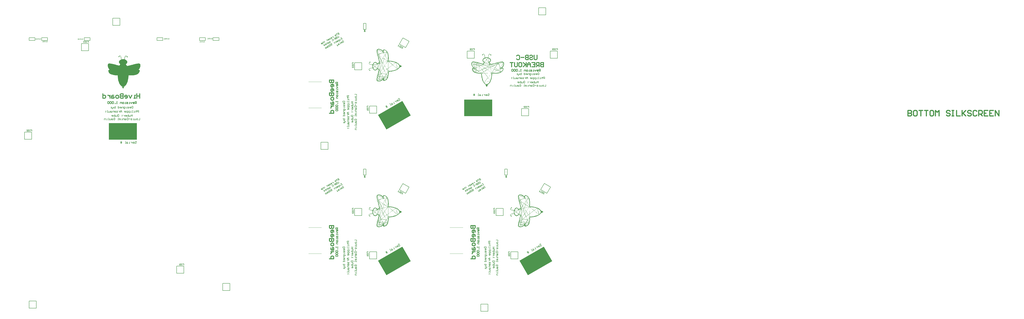
<source format=gbo>
G04*
G04 #@! TF.GenerationSoftware,Altium Limited,Altium Designer,20.1.11 (218)*
G04*
G04 Layer_Color=32896*
%FSLAX24Y24*%
%MOIN*%
G70*
G04*
G04 #@! TF.SameCoordinates,4F03ECE6-B82A-4DAD-B74B-52B5A60C741D*
G04*
G04*
G04 #@! TF.FilePolarity,Positive*
G04*
G01*
G75*
%ADD11C,0.0200*%
%ADD20C,0.0060*%
%ADD24C,0.0080*%
%ADD89C,0.0050*%
%ADD278C,0.0039*%
%ADD280C,0.0079*%
%ADD282C,0.0047*%
%ADD284C,0.0157*%
%ADD542C,0.0090*%
G04:AMPARAMS|DCode=543|XSize=508.6mil|YSize=303.3mil|CornerRadius=0mil|HoleSize=0mil|Usage=FLASHONLY|Rotation=210.000|XOffset=0mil|YOffset=0mil|HoleType=Round|Shape=Rectangle|*
%AMROTATEDRECTD543*
4,1,4,0.1444,0.2585,0.2960,-0.0042,-0.1444,-0.2585,-0.2960,0.0042,0.1444,0.2585,0.0*
%
%ADD543ROTATEDRECTD543*%

%ADD544R,0.5086X0.3033*%
%ADD545R,0.5086X0.3033*%
G36*
X90772Y50017D02*
X90786Y50009D01*
X90805Y49998D01*
X90823Y49984D01*
X90845Y49966D01*
X90863Y49944D01*
X90885Y49911D01*
X90907Y49874D01*
X90929Y49831D01*
X90947Y49776D01*
X90965Y49718D01*
X90983Y49645D01*
X90998Y49565D01*
Y49561D01*
Y49557D01*
X91002Y49535D01*
X91005Y49503D01*
X91012Y49466D01*
X91016Y49426D01*
X91023Y49390D01*
X91027Y49357D01*
X91034Y49331D01*
X91042D01*
X91060Y49335D01*
X91085Y49342D01*
X91122Y49350D01*
X91162Y49353D01*
X91206Y49360D01*
X91304Y49364D01*
X91330D01*
X91351Y49360D01*
X91384D01*
X91421Y49357D01*
X91461Y49353D01*
X91501D01*
X91530Y49350D01*
X91552D01*
Y49353D01*
Y49357D01*
X91556Y49379D01*
X91559Y49408D01*
X91567Y49452D01*
X91574Y49499D01*
X91581Y49554D01*
X91596Y49612D01*
X91610Y49674D01*
X91625Y49736D01*
X91647Y49794D01*
X91669Y49849D01*
X91690Y49896D01*
X91720Y49940D01*
X91749Y49969D01*
X91785Y49991D01*
X91803Y49998D01*
X91840D01*
X91862Y49991D01*
X91887Y49984D01*
X91920Y49969D01*
X91957Y49947D01*
X91997Y49918D01*
X92040Y49878D01*
X92055D01*
X92073Y49874D01*
X92091Y49867D01*
X92106Y49860D01*
X92124Y49845D01*
X92135Y49827D01*
X92139Y49802D01*
Y49794D01*
Y49791D01*
X92135Y49783D01*
X92124Y49758D01*
X92117Y49743D01*
X92102Y49732D01*
X92088Y49725D01*
X92066Y49721D01*
X92048D01*
X92040Y49725D01*
X92015Y49736D01*
X92000Y49743D01*
X91989Y49758D01*
X91982Y49772D01*
X91978Y49794D01*
Y49802D01*
Y49805D01*
X91982Y49812D01*
X91986Y49827D01*
X91993Y49842D01*
X91989Y49845D01*
X91975Y49856D01*
X91957Y49874D01*
X91935Y49893D01*
X91913Y49911D01*
X91887Y49929D01*
X91865Y49940D01*
X91844Y49944D01*
X91814D01*
X91796Y49933D01*
X91785Y49925D01*
X91771Y49911D01*
X91752Y49893D01*
X91738Y49867D01*
X91720Y49834D01*
X91701Y49794D01*
X91683Y49743D01*
X91665Y49681D01*
X91647Y49612D01*
X91632Y49528D01*
X91618Y49433D01*
X91607Y49324D01*
X91610D01*
X91628Y49317D01*
X91650Y49309D01*
X91680Y49295D01*
X91716Y49280D01*
X91756Y49258D01*
X91796Y49237D01*
X91840Y49207D01*
X91884Y49175D01*
X91927Y49142D01*
X91964Y49102D01*
X92000Y49058D01*
X92029Y49014D01*
X92055Y48963D01*
X92070Y48909D01*
X92073Y48850D01*
Y48847D01*
Y48843D01*
Y48832D01*
X92070Y48817D01*
X92059Y48777D01*
X92040Y48726D01*
X92029Y48697D01*
X92011Y48668D01*
X91989Y48635D01*
X91967Y48602D01*
X91935Y48570D01*
X91902Y48537D01*
X91862Y48500D01*
X91818Y48467D01*
Y48446D01*
X91964Y48223D01*
X91978D01*
X91997Y48220D01*
X92015Y48212D01*
X92037Y48205D01*
X92059Y48190D01*
X92080Y48169D01*
X92099Y48143D01*
X92106D01*
X92121Y48147D01*
X92146Y48154D01*
X92183Y48161D01*
X92230Y48172D01*
X92285Y48183D01*
X92350Y48198D01*
X92423Y48216D01*
X92507Y48234D01*
X92594Y48256D01*
X92693Y48282D01*
X92799Y48307D01*
X92908Y48336D01*
X93025Y48369D01*
X93148Y48402D01*
X93280Y48438D01*
X93283Y48442D01*
X93287Y48449D01*
X93298Y48464D01*
X93312Y48478D01*
X93349Y48504D01*
X93371Y48511D01*
X93396Y48515D01*
X93400D01*
X93411Y48511D01*
X93422Y48508D01*
X93436Y48504D01*
X93455Y48497D01*
X93476Y48486D01*
X93480D01*
X93498Y48489D01*
X93520Y48497D01*
X93553Y48504D01*
X93589Y48511D01*
X93633Y48522D01*
X93681Y48529D01*
X93732Y48540D01*
X93841Y48562D01*
X93950Y48577D01*
X94001Y48584D01*
X94052Y48591D01*
X94096Y48595D01*
X94151D01*
X94165Y48591D01*
X94184D01*
X94209Y48584D01*
X94235Y48577D01*
X94264Y48570D01*
X94293Y48555D01*
X94322Y48540D01*
X94351Y48518D01*
X94377Y48493D01*
X94402Y48460D01*
X94421Y48424D01*
X94435Y48384D01*
X94446Y48333D01*
X94450Y48278D01*
Y48169D01*
Y48165D01*
Y48154D01*
X94446Y48132D01*
X94442Y48107D01*
X94439Y48074D01*
X94431Y48034D01*
X94421Y47990D01*
X94406Y47943D01*
X94384Y47892D01*
X94362Y47833D01*
X94333Y47775D01*
X94297Y47713D01*
X94253Y47647D01*
X94206Y47582D01*
X94151Y47516D01*
X94085Y47447D01*
X94107D01*
X94125Y47443D01*
X94165Y47440D01*
X94209Y47432D01*
X94257Y47414D01*
X94293Y47392D01*
X94311Y47378D01*
X94322Y47363D01*
X94329Y47341D01*
X94333Y47319D01*
Y47279D01*
Y47272D01*
Y47254D01*
X94329Y47225D01*
X94318Y47184D01*
X94308Y47133D01*
X94289Y47079D01*
X94264Y47020D01*
X94227Y46958D01*
X94184Y46893D01*
X94129Y46824D01*
X94063Y46758D01*
X94023Y46729D01*
X93980Y46696D01*
X93936Y46667D01*
X93885Y46638D01*
X93830Y46609D01*
X93775Y46583D01*
X93713Y46557D01*
X93644Y46536D01*
X93575Y46514D01*
X93498Y46496D01*
X93495D01*
X93484Y46492D01*
X93466Y46488D01*
X93440Y46485D01*
X93411Y46481D01*
X93374Y46477D01*
X93334Y46470D01*
X93291Y46466D01*
X93196Y46452D01*
X93090Y46444D01*
X92981Y46437D01*
X92875Y46434D01*
X92740D01*
X92707Y46437D01*
X92624D01*
X92536Y46441D01*
X92445Y46444D01*
X92350Y46448D01*
X92296Y46368D01*
Y46364D01*
Y46361D01*
Y46350D01*
Y46339D01*
X92292Y46299D01*
Y46248D01*
X92285Y46186D01*
X92281Y46113D01*
X92270Y46025D01*
X92255Y45934D01*
X92241Y45828D01*
X92219Y45719D01*
X92193Y45602D01*
X92164Y45479D01*
X92128Y45351D01*
X92088Y45220D01*
X92040Y45085D01*
X91986Y44950D01*
X91982Y44943D01*
X91971Y44925D01*
X91957Y44899D01*
X91931Y44863D01*
X91905Y44819D01*
X91869Y44771D01*
X91833Y44720D01*
X91789Y44669D01*
X91741Y44618D01*
X91687Y44567D01*
X91632Y44520D01*
X91574Y44476D01*
X91512Y44440D01*
X91446Y44414D01*
X91381Y44396D01*
X91311Y44389D01*
X91293D01*
X91268Y44392D01*
X91235Y44400D01*
X91198Y44414D01*
X91151Y44432D01*
X91100Y44458D01*
X91045Y44491D01*
X90987Y44531D01*
X90925Y44586D01*
X90863Y44651D01*
X90797Y44728D01*
X90765Y44771D01*
X90732Y44822D01*
X90703Y44873D01*
X90670Y44928D01*
X90637Y44990D01*
X90608Y45052D01*
X90575Y45121D01*
X90546Y45194D01*
Y45198D01*
X90542Y45202D01*
X90539Y45212D01*
X90531Y45227D01*
X90528Y45249D01*
X90517Y45274D01*
X90509Y45304D01*
X90499Y45344D01*
X90484Y45384D01*
X90473Y45435D01*
X90458Y45493D01*
X90440Y45559D01*
X90426Y45628D01*
X90407Y45708D01*
X90389Y45796D01*
X90371Y45894D01*
Y45898D01*
Y45912D01*
X90367Y45931D01*
Y45956D01*
X90364Y45989D01*
X90360Y46022D01*
X90353Y46098D01*
X90345Y46175D01*
X90342Y46211D01*
X90338Y46244D01*
X90335Y46273D01*
X90331Y46299D01*
X90327Y46317D01*
X90324Y46328D01*
X90313D01*
X90302Y46335D01*
X90291Y46342D01*
X90273Y46353D01*
X90254Y46372D01*
X90232Y46397D01*
X90211Y46434D01*
X90050D01*
X90021Y46437D01*
X89988D01*
X89948Y46441D01*
X89908Y46444D01*
X89861Y46448D01*
X89810Y46452D01*
X89700Y46466D01*
X89576Y46485D01*
X89449Y46510D01*
X89445D01*
X89431Y46506D01*
X89416Y46503D01*
X89398D01*
X89390Y46510D01*
X89376Y46517D01*
X89358Y46525D01*
X89328Y46536D01*
X89292Y46550D01*
X89245Y46565D01*
X89190Y46583D01*
X89183Y46587D01*
X89168Y46594D01*
X89143Y46609D01*
X89106Y46627D01*
X89066Y46649D01*
X89022Y46681D01*
X88975Y46714D01*
X88924Y46754D01*
X88873Y46802D01*
X88825Y46853D01*
X88782Y46911D01*
X88742Y46977D01*
X88709Y47046D01*
X88680Y47119D01*
X88665Y47199D01*
X88658Y47286D01*
Y47319D01*
Y47327D01*
X88661Y47341D01*
X88672Y47359D01*
X88691Y47385D01*
X88720Y47407D01*
X88738Y47418D01*
X88764Y47429D01*
X88793Y47436D01*
X88825Y47443D01*
X88862Y47447D01*
X88906D01*
X88902Y47450D01*
X88891Y47461D01*
X88873Y47483D01*
X88851Y47509D01*
X88822Y47542D01*
X88793Y47578D01*
X88760Y47622D01*
X88727Y47673D01*
X88691Y47728D01*
X88658Y47786D01*
X88629Y47848D01*
X88603Y47913D01*
X88578Y47983D01*
X88559Y48052D01*
X88548Y48125D01*
X88545Y48201D01*
Y48245D01*
Y48249D01*
Y48260D01*
X88548Y48278D01*
Y48300D01*
X88552Y48325D01*
X88559Y48354D01*
X88581Y48420D01*
X88596Y48453D01*
X88614Y48486D01*
X88636Y48515D01*
X88665Y48540D01*
X88694Y48562D01*
X88734Y48580D01*
X88774Y48591D01*
X88825Y48595D01*
X88887D01*
X88906Y48591D01*
X88924D01*
X88949Y48588D01*
X88979D01*
X89011Y48580D01*
X89048Y48577D01*
X89092Y48573D01*
X89139Y48566D01*
X89194Y48555D01*
X89252Y48548D01*
X89318Y48537D01*
X89387Y48522D01*
Y48526D01*
X89394Y48533D01*
X89401Y48537D01*
X89416Y48544D01*
X89431Y48548D01*
X89452Y48555D01*
X89507D01*
X89518Y48551D01*
X89533Y48544D01*
X89547Y48533D01*
X89565Y48515D01*
X89587Y48493D01*
X89609Y48460D01*
X90553Y48216D01*
X90557D01*
X90561Y48220D01*
X90582Y48234D01*
X90608Y48245D01*
X90630Y48249D01*
X90681D01*
X90797Y48427D01*
Y48431D01*
Y48438D01*
X90794Y48453D01*
X90786Y48467D01*
X90779Y48486D01*
X90765Y48504D01*
X90743Y48522D01*
X90717Y48540D01*
Y48544D01*
X90710Y48548D01*
X90692Y48566D01*
X90666Y48595D01*
X90641Y48635D01*
X90612Y48679D01*
X90586Y48730D01*
X90568Y48781D01*
X90564Y48806D01*
X90561Y48832D01*
Y48879D01*
Y48883D01*
Y48890D01*
X90564Y48905D01*
X90568Y48919D01*
X90571Y48941D01*
X90579Y48967D01*
X90593Y48992D01*
X90608Y49022D01*
X90626Y49054D01*
X90652Y49087D01*
X90681Y49124D01*
X90717Y49156D01*
X90761Y49193D01*
X90808Y49229D01*
X90867Y49262D01*
X90932Y49295D01*
X90936D01*
X90943Y49299D01*
X90954Y49302D01*
X90972Y49309D01*
Y49317D01*
X90969Y49331D01*
Y49357D01*
X90965Y49390D01*
X90958Y49430D01*
X90954Y49473D01*
X90947Y49521D01*
X90940Y49572D01*
X90918Y49674D01*
X90907Y49725D01*
X90896Y49772D01*
X90881Y49816D01*
X90870Y49853D01*
X90852Y49882D01*
X90838Y49904D01*
Y49907D01*
X90830Y49911D01*
X90816Y49929D01*
X90786Y49955D01*
X90750Y49973D01*
X90746D01*
X90735Y49969D01*
X90717Y49962D01*
X90699Y49951D01*
X90652Y49925D01*
X90633Y49907D01*
X90615Y49885D01*
X90619Y49878D01*
X90630Y49863D01*
X90637Y49842D01*
X90641Y49823D01*
Y49820D01*
Y49816D01*
X90633Y49798D01*
X90622Y49783D01*
X90612Y49772D01*
X90593Y49758D01*
X90568Y49747D01*
X90564D01*
X90557Y49750D01*
X90542Y49754D01*
X90528Y49765D01*
X90513Y49772D01*
X90499Y49787D01*
X90491Y49805D01*
X90488Y49823D01*
Y49831D01*
Y49834D01*
X90491Y49842D01*
X90502Y49867D01*
X90509Y49882D01*
X90524Y49893D01*
X90539Y49900D01*
X90561Y49904D01*
X90564Y49907D01*
X90571Y49918D01*
X90582Y49933D01*
X90601Y49947D01*
X90626Y49969D01*
X90659Y49987D01*
X90695Y50006D01*
X90743Y50024D01*
X90750D01*
X90772Y50017D01*
D02*
G37*
G36*
X24973Y49690D02*
X24987Y49683D01*
X25002Y49672D01*
X25024Y49657D01*
X25045Y49639D01*
X25067Y49610D01*
X25089Y49573D01*
X25115Y49530D01*
X25137Y49475D01*
X25158Y49409D01*
X25180Y49333D01*
X25198Y49242D01*
X25206Y49191D01*
X25217Y49140D01*
X25220Y49081D01*
X25228Y49019D01*
Y49008D01*
X25231D01*
X25235Y49001D01*
X25239D01*
X25253Y49005D01*
X25279Y49012D01*
X25308Y49019D01*
X25341Y49023D01*
X25377Y49030D01*
X25457Y49034D01*
X25592D01*
X25618Y49030D01*
X25647D01*
X25676Y49027D01*
X25745Y49012D01*
Y49016D01*
X25749Y49019D01*
X25753Y49034D01*
Y49037D01*
Y49048D01*
Y49063D01*
X25756Y49081D01*
Y49107D01*
X25760Y49140D01*
X25763Y49172D01*
X25771Y49209D01*
X25785Y49293D01*
X25811Y49387D01*
X25844Y49486D01*
X25887Y49588D01*
X25891Y49591D01*
X25898Y49599D01*
X25909Y49613D01*
X25927Y49628D01*
X25946Y49643D01*
X25964Y49657D01*
X25986Y49664D01*
X26004Y49668D01*
X26062D01*
X26077Y49661D01*
X26099Y49653D01*
X26124Y49639D01*
X26161Y49621D01*
X26197Y49591D01*
X26245Y49555D01*
X26259D01*
X26274Y49551D01*
X26292Y49544D01*
X26310Y49537D01*
X26325Y49522D01*
X26336Y49504D01*
X26339Y49479D01*
Y49460D01*
Y49457D01*
Y49449D01*
X26336Y49435D01*
X26328Y49424D01*
X26318Y49409D01*
X26303Y49395D01*
X26281Y49387D01*
X26252Y49384D01*
X26248D01*
X26241Y49387D01*
X26215Y49402D01*
X26190Y49424D01*
X26183Y49442D01*
X26179Y49460D01*
Y49471D01*
X26186Y49519D01*
X26183Y49522D01*
X26172Y49533D01*
X26153Y49548D01*
X26135Y49562D01*
X26110Y49577D01*
X26084Y49591D01*
X26059Y49602D01*
X26037Y49606D01*
X26015D01*
X25997Y49595D01*
X25986Y49588D01*
X25971Y49573D01*
X25957Y49555D01*
X25942Y49533D01*
X25924Y49500D01*
X25906Y49460D01*
X25887Y49413D01*
X25873Y49355D01*
X25855Y49285D01*
X25840Y49205D01*
X25825Y49114D01*
X25814Y49008D01*
Y49005D01*
Y49001D01*
X25818Y48997D01*
X25822Y48994D01*
X25825D01*
X25833Y48990D01*
X25844Y48986D01*
X25862Y48979D01*
X25906Y48961D01*
X25960Y48939D01*
X26019Y48906D01*
X26077Y48866D01*
X26135Y48819D01*
X26186Y48764D01*
X26190Y48760D01*
X26201Y48746D01*
X26215Y48724D01*
X26230Y48695D01*
X26245Y48662D01*
X26259Y48622D01*
X26270Y48582D01*
X26274Y48534D01*
Y48531D01*
Y48524D01*
Y48513D01*
X26270Y48494D01*
X26266Y48476D01*
X26259Y48454D01*
X26241Y48400D01*
X26230Y48367D01*
X26212Y48338D01*
X26194Y48305D01*
X26168Y48272D01*
X26139Y48239D01*
X26106Y48206D01*
X26066Y48174D01*
X26022Y48144D01*
X26015Y48115D01*
X26019Y48112D01*
X26030Y48097D01*
X26048Y48072D01*
X26070Y48039D01*
X26099Y47999D01*
X26128Y47948D01*
X26161Y47893D01*
X26197Y47831D01*
X26201Y47827D01*
X26212Y47820D01*
X26226Y47809D01*
X26237Y47805D01*
X26245D01*
X26256Y47809D01*
X26277Y47813D01*
X26307Y47816D01*
X26350Y47827D01*
X26376Y47831D01*
X26405Y47838D01*
X26441Y47846D01*
X26478Y47856D01*
X26522Y47864D01*
X26569Y47875D01*
X26620Y47889D01*
X26678Y47904D01*
X26740Y47918D01*
X26810Y47933D01*
X26886Y47955D01*
X26966Y47973D01*
X27054Y47995D01*
X27149Y48017D01*
X27251Y48046D01*
X27356Y48072D01*
X27473Y48101D01*
X27597Y48133D01*
X27728Y48166D01*
X27867Y48203D01*
X27870D01*
X27878Y48206D01*
X27892Y48210D01*
X27914Y48214D01*
X27936Y48217D01*
X27965Y48221D01*
X28031Y48236D01*
X28104Y48246D01*
X28180Y48254D01*
X28257Y48261D01*
X28326Y48265D01*
X28373D01*
X28392Y48261D01*
X28432Y48254D01*
X28479Y48243D01*
X28526Y48221D01*
X28574Y48188D01*
X28592Y48166D01*
X28610Y48144D01*
X28625Y48115D01*
X28636Y48082D01*
Y48075D01*
X28639Y48061D01*
X28643Y48035D01*
X28647Y48006D01*
X28650Y47940D01*
X28654Y47911D01*
Y47886D01*
Y47882D01*
Y47867D01*
X28650Y47846D01*
X28647Y47816D01*
X28643Y47776D01*
X28636Y47736D01*
X28625Y47685D01*
X28610Y47634D01*
X28588Y47576D01*
X28566Y47514D01*
X28537Y47452D01*
X28501Y47386D01*
X28457Y47317D01*
X28410Y47251D01*
X28355Y47182D01*
X28289Y47117D01*
X28319D01*
X28337Y47113D01*
X28373Y47109D01*
X28421Y47098D01*
X28464Y47080D01*
X28505Y47051D01*
X28519Y47036D01*
X28530Y47014D01*
X28537Y46989D01*
X28541Y46963D01*
Y46960D01*
Y46956D01*
X28537Y46934D01*
X28534Y46898D01*
X28523Y46854D01*
X28508Y46799D01*
X28486Y46737D01*
X28450Y46668D01*
X28406Y46599D01*
X28351Y46526D01*
X28319Y46490D01*
X28279Y46453D01*
X28238Y46417D01*
X28195Y46384D01*
X28144Y46347D01*
X28089Y46315D01*
X28031Y46285D01*
X27969Y46256D01*
X27899Y46227D01*
X27827Y46202D01*
X27746Y46180D01*
X27663Y46158D01*
X27571Y46140D01*
X27473Y46125D01*
X27462D01*
X27451Y46121D01*
X27437D01*
X27400Y46118D01*
X27349Y46114D01*
X27291Y46111D01*
X27229Y46107D01*
X27163Y46103D01*
X26788D01*
X26733Y46107D01*
X26598D01*
X26511Y46111D01*
X26496Y46092D01*
Y46070D01*
Y46063D01*
Y46049D01*
X26500Y46034D01*
X26503Y46023D01*
Y46019D01*
Y46005D01*
Y45983D01*
X26500Y45950D01*
Y45914D01*
X26496Y45863D01*
X26489Y45808D01*
X26482Y45746D01*
X26471Y45673D01*
X26460Y45593D01*
X26445Y45505D01*
X26430Y45411D01*
X26409Y45309D01*
X26387Y45199D01*
X26358Y45086D01*
X26328Y44962D01*
Y44959D01*
X26325Y44948D01*
X26318Y44930D01*
X26307Y44904D01*
X26296Y44875D01*
X26281Y44842D01*
X26266Y44806D01*
X26248Y44762D01*
X26208Y44671D01*
X26161Y44576D01*
X26110Y44481D01*
X26051Y44390D01*
X26048Y44386D01*
X26040Y44376D01*
X26026Y44361D01*
X26008Y44339D01*
X25982Y44314D01*
X25957Y44284D01*
X25924Y44255D01*
X25891Y44226D01*
X25814Y44164D01*
X25771Y44135D01*
X25727Y44109D01*
X25683Y44088D01*
X25640Y44073D01*
X25592Y44062D01*
X25545Y44058D01*
X25465D01*
X25446Y44062D01*
X25421Y44069D01*
X25388Y44080D01*
X25348Y44095D01*
X25304Y44113D01*
X25257Y44142D01*
X25206Y44179D01*
X25151Y44222D01*
X25093Y44277D01*
X25034Y44343D01*
X24976Y44419D01*
X24914Y44507D01*
X24885Y44558D01*
X24852Y44612D01*
X24823Y44667D01*
X24794Y44729D01*
X24790Y44736D01*
X24787Y44755D01*
X24776Y44780D01*
X24761Y44817D01*
X24747Y44860D01*
X24732Y44908D01*
X24714Y44962D01*
X24695Y45017D01*
X24655Y45130D01*
X24641Y45181D01*
X24626Y45232D01*
X24612Y45279D01*
X24601Y45320D01*
X24597Y45352D01*
X24593Y45374D01*
X24531Y45976D01*
Y46092D01*
X24524D01*
X24506Y46096D01*
X24488Y46100D01*
X24469Y46103D01*
X24437Y46100D01*
X24429D01*
X24411Y46103D01*
X24404D01*
X24382Y46100D01*
X24335D01*
X24305Y46103D01*
X24240D01*
X24203Y46107D01*
X24160Y46111D01*
X24112Y46114D01*
X24010Y46125D01*
X23897Y46143D01*
X23781Y46165D01*
X23660Y46191D01*
X23536Y46224D01*
X23416Y46267D01*
X23299Y46315D01*
X23190Y46373D01*
X23092Y46442D01*
X23048Y46479D01*
X23008Y46519D01*
X22971Y46562D01*
X22939Y46610D01*
X22935Y46617D01*
X22924Y46639D01*
X22909Y46668D01*
X22895Y46712D01*
X22880Y46767D01*
X22866Y46829D01*
X22855Y46898D01*
X22851Y46974D01*
Y46982D01*
X22855Y46996D01*
X22862Y47018D01*
X22880Y47047D01*
X22909Y47073D01*
X22928Y47084D01*
X22950Y47095D01*
X22979Y47102D01*
X23011Y47109D01*
X23048Y47117D01*
X23099D01*
X23095Y47120D01*
X23084Y47131D01*
X23066Y47153D01*
X23044Y47179D01*
X23015Y47211D01*
X22986Y47248D01*
X22953Y47295D01*
X22920Y47343D01*
X22884Y47397D01*
X22851Y47459D01*
X22822Y47521D01*
X22796Y47590D01*
X22771Y47663D01*
X22753Y47736D01*
X22742Y47813D01*
X22738Y47893D01*
Y47897D01*
Y47904D01*
Y47918D01*
X22742Y47933D01*
X22745Y47977D01*
X22753Y48031D01*
X22767Y48086D01*
X22789Y48141D01*
X22818Y48192D01*
X22837Y48214D01*
X22858Y48232D01*
X22862D01*
X22873Y48236D01*
X22891Y48243D01*
X22917Y48250D01*
X22942Y48254D01*
X22975Y48261D01*
X23041Y48265D01*
X23095D01*
X23117Y48261D01*
X23150D01*
X23190Y48254D01*
X23245Y48246D01*
X23310Y48236D01*
X23387Y48221D01*
X23434Y48214D01*
X23482Y48203D01*
X23533Y48195D01*
X23591Y48181D01*
X23649Y48170D01*
X23715Y48155D01*
X23781Y48137D01*
X23853Y48123D01*
X23930Y48104D01*
X24014Y48082D01*
X24098Y48061D01*
X24189Y48039D01*
X24284Y48013D01*
X24386Y47984D01*
X24491Y47955D01*
X24601Y47926D01*
X24604D01*
X24612Y47922D01*
X24623D01*
X24637Y47918D01*
X24674Y47908D01*
X24717Y47897D01*
X24761Y47886D01*
X24801Y47878D01*
X24830Y47871D01*
X24841Y47867D01*
X24849D01*
X25009Y48123D01*
Y48144D01*
X25005Y48148D01*
X24998Y48152D01*
X24987Y48159D01*
X24969Y48174D01*
X24929Y48206D01*
X24881Y48254D01*
X24834Y48308D01*
X24794Y48374D01*
X24776Y48411D01*
X24765Y48451D01*
X24757Y48491D01*
X24754Y48534D01*
Y48538D01*
Y48545D01*
X24757Y48560D01*
X24761Y48578D01*
X24765Y48604D01*
X24776Y48629D01*
X24787Y48658D01*
X24805Y48691D01*
X24827Y48728D01*
X24856Y48764D01*
X24889Y48801D01*
X24929Y48841D01*
X24976Y48877D01*
X25031Y48914D01*
X25093Y48950D01*
X25166Y48986D01*
Y48994D01*
X25162Y49012D01*
Y49045D01*
X25155Y49085D01*
X25151Y49132D01*
X25140Y49183D01*
X25133Y49242D01*
X25122Y49300D01*
X25093Y49417D01*
X25075Y49471D01*
X25056Y49519D01*
X25034Y49562D01*
X25009Y49599D01*
X24980Y49624D01*
X24951Y49635D01*
X24936D01*
X24925Y49632D01*
X24911Y49624D01*
X24892Y49617D01*
X24870Y49602D01*
X24849Y49581D01*
X24823Y49555D01*
X24827Y49548D01*
X24834Y49533D01*
X24838Y49515D01*
X24841Y49500D01*
Y49493D01*
Y49489D01*
X24838Y49482D01*
X24827Y49457D01*
X24819Y49442D01*
X24805Y49427D01*
X24790Y49420D01*
X24768Y49417D01*
X24765D01*
X24757Y49420D01*
X24743Y49424D01*
X24728Y49427D01*
X24714Y49438D01*
X24699Y49449D01*
X24692Y49464D01*
X24688Y49486D01*
Y49508D01*
Y49511D01*
Y49515D01*
X24692Y49526D01*
X24699Y49537D01*
X24706Y49548D01*
X24721Y49562D01*
X24743Y49577D01*
X24768Y49588D01*
X24772Y49591D01*
X24783Y49606D01*
X24801Y49621D01*
X24823Y49643D01*
X24852Y49661D01*
X24881Y49679D01*
X24914Y49690D01*
X24951Y49694D01*
X24962D01*
X24973Y49690D01*
D02*
G37*
G36*
X71862Y50897D02*
X71888Y50893D01*
X71921Y50889D01*
X71961Y50882D01*
X72004Y50871D01*
X72052Y50856D01*
X72103Y50835D01*
X72161Y50813D01*
X72220Y50784D01*
X72281Y50747D01*
X72347Y50703D01*
X72413Y50656D01*
X72478Y50601D01*
X72548Y50536D01*
Y50558D01*
X72551Y50576D01*
X72555Y50616D01*
X72562Y50660D01*
X72580Y50707D01*
X72602Y50743D01*
X72617Y50762D01*
X72631Y50773D01*
X72653Y50780D01*
X72675Y50784D01*
X72741D01*
X72770Y50780D01*
X72810Y50769D01*
X72861Y50758D01*
X72916Y50740D01*
X72974Y50714D01*
X73036Y50678D01*
X73102Y50634D01*
X73171Y50579D01*
X73236Y50514D01*
X73266Y50474D01*
X73298Y50430D01*
X73328Y50386D01*
X73357Y50335D01*
X73386Y50281D01*
X73411Y50226D01*
X73437Y50164D01*
X73459Y50095D01*
X73481Y50025D01*
X73499Y49949D01*
Y49945D01*
X73503Y49934D01*
X73506Y49916D01*
X73510Y49891D01*
X73513Y49861D01*
X73517Y49825D01*
X73524Y49785D01*
X73528Y49741D01*
X73543Y49646D01*
X73550Y49541D01*
X73557Y49431D01*
X73561Y49326D01*
Y49191D01*
X73557Y49158D01*
Y49074D01*
X73554Y48987D01*
X73550Y48895D01*
X73546Y48801D01*
X73626Y48746D01*
X73656D01*
X73696Y48742D01*
X73747D01*
X73809Y48735D01*
X73882Y48731D01*
X73969Y48720D01*
X74060Y48706D01*
X74166Y48691D01*
X74275Y48669D01*
X74392Y48644D01*
X74516Y48615D01*
X74643Y48578D01*
X74775Y48538D01*
X74910Y48491D01*
X75044Y48436D01*
X75052Y48433D01*
X75070Y48422D01*
X75095Y48407D01*
X75132Y48382D01*
X75176Y48356D01*
X75223Y48320D01*
X75274Y48283D01*
X75325Y48239D01*
X75376Y48192D01*
X75427Y48137D01*
X75474Y48083D01*
X75518Y48024D01*
X75555Y47962D01*
X75580Y47897D01*
X75598Y47831D01*
X75606Y47762D01*
Y47744D01*
X75602Y47718D01*
X75595Y47685D01*
X75580Y47649D01*
X75562Y47601D01*
X75536Y47550D01*
X75504Y47496D01*
X75464Y47437D01*
X75409Y47375D01*
X75343Y47314D01*
X75267Y47248D01*
X75223Y47215D01*
X75172Y47182D01*
X75121Y47153D01*
X75066Y47120D01*
X75004Y47088D01*
X74942Y47058D01*
X74873Y47026D01*
X74800Y46996D01*
X74797D01*
X74793Y46993D01*
X74782Y46989D01*
X74767Y46982D01*
X74745Y46978D01*
X74720Y46967D01*
X74691Y46960D01*
X74651Y46949D01*
X74611Y46934D01*
X74560Y46924D01*
X74501Y46909D01*
X74436Y46891D01*
X74366Y46876D01*
X74286Y46858D01*
X74199Y46840D01*
X74100Y46821D01*
X74082D01*
X74064Y46818D01*
X74038D01*
X74006Y46814D01*
X73973Y46811D01*
X73896Y46803D01*
X73820Y46796D01*
X73783Y46792D01*
X73750Y46789D01*
X73721Y46785D01*
X73696Y46781D01*
X73678Y46778D01*
X73667Y46774D01*
Y46763D01*
X73659Y46752D01*
X73652Y46741D01*
X73641Y46723D01*
X73623Y46705D01*
X73597Y46683D01*
X73561Y46661D01*
Y46501D01*
X73557Y46472D01*
Y46439D01*
X73554Y46399D01*
X73550Y46359D01*
X73546Y46311D01*
X73543Y46260D01*
X73528Y46151D01*
X73510Y46027D01*
X73484Y45899D01*
Y45896D01*
X73488Y45881D01*
X73492Y45866D01*
Y45848D01*
X73484Y45841D01*
X73477Y45826D01*
X73470Y45808D01*
X73459Y45779D01*
X73444Y45743D01*
X73430Y45695D01*
X73411Y45640D01*
X73408Y45633D01*
X73400Y45619D01*
X73386Y45593D01*
X73368Y45557D01*
X73346Y45517D01*
X73313Y45473D01*
X73280Y45425D01*
X73240Y45374D01*
X73193Y45323D01*
X73142Y45276D01*
X73083Y45232D01*
X73018Y45192D01*
X72948Y45159D01*
X72876Y45130D01*
X72795Y45116D01*
X72708Y45108D01*
X72668D01*
X72653Y45112D01*
X72635Y45123D01*
X72610Y45141D01*
X72588Y45170D01*
X72577Y45188D01*
X72566Y45214D01*
X72558Y45243D01*
X72551Y45276D01*
X72548Y45312D01*
Y45356D01*
X72544Y45353D01*
X72533Y45342D01*
X72511Y45323D01*
X72486Y45301D01*
X72453Y45272D01*
X72416Y45243D01*
X72373Y45210D01*
X72322Y45178D01*
X72267Y45141D01*
X72209Y45108D01*
X72147Y45079D01*
X72081Y45054D01*
X72012Y45028D01*
X71942Y45010D01*
X71870Y44999D01*
X71793Y44995D01*
X71735D01*
X71716Y44999D01*
X71695D01*
X71669Y45003D01*
X71640Y45010D01*
X71574Y45032D01*
X71542Y45046D01*
X71509Y45065D01*
X71480Y45086D01*
X71454Y45116D01*
X71432Y45145D01*
X71414Y45185D01*
X71403Y45225D01*
X71399Y45276D01*
Y45338D01*
X71403Y45356D01*
Y45374D01*
X71407Y45400D01*
Y45429D01*
X71414Y45462D01*
X71418Y45498D01*
X71421Y45542D01*
X71429Y45589D01*
X71439Y45644D01*
X71447Y45702D01*
X71458Y45768D01*
X71472Y45837D01*
X71469D01*
X71461Y45845D01*
X71458Y45852D01*
X71450Y45866D01*
X71447Y45881D01*
X71439Y45903D01*
Y45958D01*
X71443Y45969D01*
X71450Y45983D01*
X71461Y45998D01*
X71480Y46016D01*
X71501Y46038D01*
X71534Y46060D01*
X71778Y47004D01*
Y47007D01*
X71775Y47011D01*
X71760Y47033D01*
X71749Y47058D01*
X71746Y47080D01*
Y47131D01*
X71567Y47248D01*
X71556D01*
X71542Y47244D01*
X71527Y47237D01*
X71509Y47230D01*
X71491Y47215D01*
X71472Y47193D01*
X71454Y47168D01*
X71450D01*
X71447Y47160D01*
X71429Y47142D01*
X71399Y47117D01*
X71359Y47091D01*
X71316Y47062D01*
X71265Y47037D01*
X71213Y47018D01*
X71188Y47015D01*
X71162Y47011D01*
X71104D01*
X71090Y47015D01*
X71075Y47018D01*
X71053Y47022D01*
X71028Y47029D01*
X71002Y47044D01*
X70973Y47058D01*
X70940Y47077D01*
X70907Y47102D01*
X70871Y47131D01*
X70838Y47168D01*
X70802Y47211D01*
X70765Y47259D01*
X70732Y47317D01*
X70700Y47383D01*
Y47386D01*
X70696Y47394D01*
X70692Y47405D01*
X70685Y47423D01*
X70678D01*
X70663Y47419D01*
X70638D01*
X70605Y47416D01*
X70565Y47408D01*
X70521Y47405D01*
X70474Y47397D01*
X70423Y47390D01*
X70320Y47368D01*
X70269Y47357D01*
X70222Y47346D01*
X70178Y47332D01*
X70142Y47321D01*
X70113Y47303D01*
X70091Y47288D01*
X70087D01*
X70084Y47281D01*
X70065Y47266D01*
X70040Y47237D01*
X70022Y47201D01*
Y47197D01*
X70025Y47186D01*
X70033Y47168D01*
X70043Y47150D01*
X70069Y47102D01*
X70087Y47084D01*
X70109Y47066D01*
X70116Y47069D01*
X70131Y47080D01*
X70153Y47088D01*
X70171Y47091D01*
X70178D01*
X70197Y47084D01*
X70211Y47073D01*
X70222Y47062D01*
X70237Y47044D01*
X70248Y47018D01*
Y47015D01*
X70244Y47007D01*
X70240Y46993D01*
X70229Y46978D01*
X70222Y46964D01*
X70207Y46949D01*
X70189Y46942D01*
X70171Y46938D01*
X70160D01*
X70153Y46942D01*
X70127Y46953D01*
X70113Y46960D01*
X70102Y46975D01*
X70094Y46989D01*
X70091Y47011D01*
X70087Y47015D01*
X70076Y47022D01*
X70062Y47033D01*
X70047Y47051D01*
X70025Y47077D01*
X70007Y47109D01*
X69989Y47146D01*
X69971Y47193D01*
Y47201D01*
X69978Y47222D01*
X69985Y47237D01*
X69996Y47255D01*
X70011Y47273D01*
X70029Y47295D01*
X70051Y47314D01*
X70084Y47335D01*
X70120Y47357D01*
X70164Y47379D01*
X70218Y47397D01*
X70277Y47416D01*
X70350Y47434D01*
X70430Y47448D01*
X70437D01*
X70459Y47452D01*
X70492Y47456D01*
X70528Y47463D01*
X70568Y47467D01*
X70605Y47474D01*
X70638Y47478D01*
X70663Y47485D01*
Y47492D01*
X70659Y47510D01*
X70652Y47536D01*
X70645Y47572D01*
X70641Y47612D01*
X70634Y47656D01*
X70630Y47755D01*
Y47780D01*
X70634Y47802D01*
Y47835D01*
X70638Y47871D01*
X70641Y47911D01*
Y47951D01*
X70645Y47981D01*
Y48002D01*
X70638D01*
X70616Y48006D01*
X70587Y48010D01*
X70543Y48017D01*
X70495Y48024D01*
X70441Y48032D01*
X70382Y48046D01*
X70320Y48061D01*
X70258Y48075D01*
X70200Y48097D01*
X70146Y48119D01*
X70098Y48141D01*
X70054Y48170D01*
X70025Y48199D01*
X70003Y48236D01*
X69996Y48254D01*
Y48290D01*
X70003Y48312D01*
X70011Y48338D01*
X70025Y48371D01*
X70047Y48407D01*
X70076Y48447D01*
X70116Y48491D01*
Y48505D01*
X70120Y48524D01*
X70127Y48542D01*
X70135Y48556D01*
X70149Y48575D01*
X70167Y48586D01*
X70193Y48589D01*
X70204D01*
X70211Y48586D01*
X70237Y48575D01*
X70251Y48567D01*
X70262Y48553D01*
X70269Y48538D01*
X70273Y48516D01*
Y48498D01*
X70269Y48491D01*
X70258Y48465D01*
X70251Y48451D01*
X70237Y48440D01*
X70222Y48433D01*
X70200Y48429D01*
X70189D01*
X70182Y48433D01*
X70167Y48436D01*
X70153Y48443D01*
X70149Y48440D01*
X70138Y48425D01*
X70120Y48407D01*
X70102Y48385D01*
X70084Y48363D01*
X70065Y48338D01*
X70054Y48316D01*
X70051Y48294D01*
Y48265D01*
X70062Y48247D01*
X70069Y48236D01*
X70084Y48221D01*
X70102Y48203D01*
X70127Y48188D01*
X70160Y48170D01*
X70200Y48152D01*
X70251Y48134D01*
X70313Y48115D01*
X70382Y48097D01*
X70466Y48083D01*
X70561Y48068D01*
X70670Y48057D01*
Y48061D01*
X70678Y48079D01*
X70685Y48101D01*
X70700Y48130D01*
X70714Y48166D01*
X70736Y48207D01*
X70758Y48247D01*
X70787Y48290D01*
X70820Y48334D01*
X70853Y48378D01*
X70893Y48414D01*
X70936Y48451D01*
X70980Y48480D01*
X71031Y48505D01*
X71086Y48520D01*
X71144Y48524D01*
X71162D01*
X71177Y48520D01*
X71217Y48509D01*
X71268Y48491D01*
X71297Y48480D01*
X71326Y48462D01*
X71359Y48440D01*
X71392Y48418D01*
X71425Y48385D01*
X71458Y48352D01*
X71494Y48312D01*
X71527Y48269D01*
X71549D01*
X71771Y48414D01*
Y48429D01*
X71775Y48447D01*
X71782Y48465D01*
X71789Y48487D01*
X71804Y48509D01*
X71826Y48531D01*
X71851Y48549D01*
Y48556D01*
X71848Y48571D01*
X71840Y48597D01*
X71833Y48633D01*
X71822Y48680D01*
X71811Y48735D01*
X71797Y48801D01*
X71778Y48874D01*
X71760Y48957D01*
X71738Y49045D01*
X71713Y49143D01*
X71687Y49249D01*
X71658Y49358D01*
X71625Y49475D01*
X71593Y49599D01*
X71556Y49730D01*
X71552Y49734D01*
X71545Y49737D01*
X71531Y49748D01*
X71516Y49763D01*
X71491Y49799D01*
X71483Y49821D01*
X71480Y49847D01*
Y49850D01*
X71483Y49861D01*
X71487Y49872D01*
X71491Y49887D01*
X71498Y49905D01*
X71509Y49927D01*
Y49931D01*
X71505Y49949D01*
X71498Y49971D01*
X71491Y50004D01*
X71483Y50040D01*
X71472Y50084D01*
X71465Y50131D01*
X71454Y50182D01*
X71432Y50292D01*
X71418Y50401D01*
X71410Y50452D01*
X71403Y50503D01*
X71399Y50547D01*
Y50601D01*
X71403Y50616D01*
Y50634D01*
X71410Y50660D01*
X71418Y50685D01*
X71425Y50714D01*
X71439Y50743D01*
X71454Y50773D01*
X71476Y50802D01*
X71501Y50827D01*
X71534Y50853D01*
X71571Y50871D01*
X71611Y50886D01*
X71662Y50897D01*
X71716Y50900D01*
X71840D01*
X71862Y50897D01*
D02*
G37*
G36*
X75587Y47991D02*
X75598Y47988D01*
X75617Y47977D01*
X75642Y47962D01*
X75671Y47944D01*
X75704Y47926D01*
X75773Y47886D01*
X75843Y47846D01*
X75875Y47827D01*
X75905Y47809D01*
X75930Y47791D01*
X75952Y47780D01*
X75967Y47769D01*
X75974Y47762D01*
X75591Y47532D01*
X75577D01*
Y47536D01*
X75580Y47540D01*
X75584Y47561D01*
X75591Y47591D01*
X75598Y47627D01*
X75609Y47667D01*
X75617Y47707D01*
X75620Y47740D01*
X75624Y47769D01*
Y47773D01*
X75620Y47787D01*
X75617Y47809D01*
X75613Y47838D01*
X75606Y47875D01*
X75598Y47911D01*
X75577Y47991D01*
X75580D01*
X75584Y47995D01*
X75587Y47991D01*
D02*
G37*
G36*
X91541Y44414D02*
X91545Y44411D01*
X91541Y44407D01*
X91537Y44396D01*
X91526Y44378D01*
X91512Y44352D01*
X91494Y44323D01*
X91475Y44290D01*
X91435Y44221D01*
X91395Y44152D01*
X91377Y44119D01*
X91359Y44090D01*
X91341Y44064D01*
X91330Y44042D01*
X91319Y44028D01*
X91311Y44021D01*
X91082Y44403D01*
Y44418D01*
X91085D01*
X91089Y44414D01*
X91111Y44411D01*
X91140Y44403D01*
X91177Y44396D01*
X91217Y44385D01*
X91257Y44378D01*
X91290Y44374D01*
X91319Y44370D01*
X91322D01*
X91337Y44374D01*
X91359Y44378D01*
X91388Y44381D01*
X91424Y44389D01*
X91461Y44396D01*
X91541Y44418D01*
Y44414D01*
D02*
G37*
G36*
X25738Y44084D02*
X25745Y44080D01*
X25742Y44077D01*
X25738Y44066D01*
X25727Y44047D01*
X25712Y44022D01*
X25694Y43993D01*
X25676Y43960D01*
X25636Y43891D01*
X25596Y43821D01*
X25578Y43789D01*
X25559Y43759D01*
X25541Y43734D01*
X25530Y43712D01*
X25519Y43698D01*
X25512Y43690D01*
X25282Y44073D01*
Y44088D01*
X25286D01*
X25290Y44084D01*
X25311Y44080D01*
X25341Y44073D01*
X25377Y44066D01*
X25417Y44055D01*
X25454Y44047D01*
X25490Y44044D01*
X25516Y44040D01*
X25519D01*
X25534Y44044D01*
X25556Y44047D01*
X25585Y44051D01*
X25621Y44058D01*
X25658Y44066D01*
X25738Y44088D01*
Y44084D01*
D02*
G37*
G36*
X97453Y24474D02*
X97478Y24471D01*
X97511Y24467D01*
X97551Y24460D01*
X97595Y24449D01*
X97642Y24434D01*
X97693Y24412D01*
X97752Y24390D01*
X97810Y24361D01*
X97872Y24325D01*
X97938Y24281D01*
X98003Y24234D01*
X98069Y24179D01*
X98138Y24113D01*
Y24135D01*
X98142Y24153D01*
X98145Y24193D01*
X98153Y24237D01*
X98171Y24285D01*
X98193Y24321D01*
X98207Y24339D01*
X98222Y24350D01*
X98244Y24358D01*
X98266Y24361D01*
X98331D01*
X98360Y24358D01*
X98401Y24347D01*
X98452Y24336D01*
X98506Y24317D01*
X98565Y24292D01*
X98627Y24255D01*
X98692Y24212D01*
X98761Y24157D01*
X98827Y24091D01*
X98856Y24051D01*
X98889Y24008D01*
X98918Y23964D01*
X98947Y23913D01*
X98976Y23858D01*
X99002Y23803D01*
X99027Y23742D01*
X99049Y23672D01*
X99071Y23603D01*
X99089Y23526D01*
Y23523D01*
X99093Y23512D01*
X99097Y23494D01*
X99100Y23468D01*
X99104Y23439D01*
X99108Y23403D01*
X99115Y23362D01*
X99119Y23319D01*
X99133Y23224D01*
X99140Y23118D01*
X99148Y23009D01*
X99151Y22903D01*
Y22768D01*
X99148Y22735D01*
Y22652D01*
X99144Y22564D01*
X99140Y22473D01*
X99137Y22378D01*
X99217Y22324D01*
X99246D01*
X99286Y22320D01*
X99337D01*
X99399Y22313D01*
X99472Y22309D01*
X99560Y22298D01*
X99651Y22284D01*
X99756Y22269D01*
X99866Y22247D01*
X99982Y22222D01*
X100106Y22192D01*
X100234Y22156D01*
X100365Y22116D01*
X100500Y22068D01*
X100635Y22014D01*
X100642Y22010D01*
X100660Y21999D01*
X100686Y21985D01*
X100722Y21959D01*
X100766Y21934D01*
X100814Y21897D01*
X100865Y21861D01*
X100916Y21817D01*
X100967Y21770D01*
X101018Y21715D01*
X101065Y21660D01*
X101109Y21602D01*
X101145Y21540D01*
X101171Y21474D01*
X101189Y21409D01*
X101196Y21339D01*
Y21321D01*
X101193Y21296D01*
X101185Y21263D01*
X101171Y21226D01*
X101153Y21179D01*
X101127Y21128D01*
X101094Y21073D01*
X101054Y21015D01*
X100999Y20953D01*
X100934Y20891D01*
X100857Y20826D01*
X100814Y20793D01*
X100763Y20760D01*
X100711Y20731D01*
X100657Y20698D01*
X100595Y20665D01*
X100533Y20636D01*
X100464Y20603D01*
X100391Y20574D01*
X100387D01*
X100383Y20570D01*
X100372Y20567D01*
X100358Y20559D01*
X100336Y20556D01*
X100311Y20545D01*
X100281Y20538D01*
X100241Y20527D01*
X100201Y20512D01*
X100150Y20501D01*
X100092Y20487D01*
X100026Y20468D01*
X99957Y20454D01*
X99877Y20435D01*
X99789Y20417D01*
X99691Y20399D01*
X99673D01*
X99654Y20395D01*
X99629D01*
X99596Y20392D01*
X99563Y20388D01*
X99487Y20381D01*
X99410Y20374D01*
X99374Y20370D01*
X99341Y20366D01*
X99312Y20363D01*
X99286Y20359D01*
X99268Y20355D01*
X99257Y20352D01*
Y20341D01*
X99250Y20330D01*
X99243Y20319D01*
X99232Y20301D01*
X99213Y20282D01*
X99188Y20261D01*
X99151Y20239D01*
Y20078D01*
X99148Y20049D01*
Y20016D01*
X99144Y19976D01*
X99140Y19936D01*
X99137Y19889D01*
X99133Y19838D01*
X99119Y19728D01*
X99100Y19604D01*
X99075Y19477D01*
Y19473D01*
X99079Y19459D01*
X99082Y19444D01*
Y19426D01*
X99075Y19419D01*
X99068Y19404D01*
X99060Y19386D01*
X99049Y19357D01*
X99035Y19320D01*
X99020Y19273D01*
X99002Y19218D01*
X98998Y19211D01*
X98991Y19196D01*
X98976Y19171D01*
X98958Y19134D01*
X98936Y19094D01*
X98904Y19050D01*
X98871Y19003D01*
X98831Y18952D01*
X98783Y18901D01*
X98732Y18854D01*
X98674Y18810D01*
X98608Y18770D01*
X98539Y18737D01*
X98466Y18708D01*
X98386Y18693D01*
X98298Y18686D01*
X98258D01*
X98244Y18690D01*
X98226Y18700D01*
X98200Y18719D01*
X98178Y18748D01*
X98167Y18766D01*
X98156Y18792D01*
X98149Y18821D01*
X98142Y18854D01*
X98138Y18890D01*
Y18934D01*
X98134Y18930D01*
X98124Y18919D01*
X98102Y18901D01*
X98076Y18879D01*
X98043Y18850D01*
X98007Y18821D01*
X97963Y18788D01*
X97912Y18755D01*
X97857Y18719D01*
X97799Y18686D01*
X97737Y18657D01*
X97672Y18631D01*
X97602Y18606D01*
X97533Y18587D01*
X97460Y18577D01*
X97384Y18573D01*
X97325D01*
X97307Y18577D01*
X97285D01*
X97260Y18580D01*
X97231Y18587D01*
X97165Y18609D01*
X97132Y18624D01*
X97099Y18642D01*
X97070Y18664D01*
X97045Y18693D01*
X97023Y18722D01*
X97005Y18762D01*
X96994Y18803D01*
X96990Y18854D01*
Y18916D01*
X96994Y18934D01*
Y18952D01*
X96997Y18977D01*
Y19007D01*
X97005Y19039D01*
X97008Y19076D01*
X97012Y19120D01*
X97019Y19167D01*
X97030Y19222D01*
X97037Y19280D01*
X97048Y19346D01*
X97063Y19415D01*
X97059D01*
X97052Y19422D01*
X97048Y19429D01*
X97041Y19444D01*
X97037Y19459D01*
X97030Y19481D01*
Y19535D01*
X97034Y19546D01*
X97041Y19561D01*
X97052Y19575D01*
X97070Y19593D01*
X97092Y19615D01*
X97125Y19637D01*
X97369Y20581D01*
Y20585D01*
X97365Y20589D01*
X97351Y20610D01*
X97340Y20636D01*
X97336Y20658D01*
Y20709D01*
X97158Y20826D01*
X97147D01*
X97132Y20822D01*
X97118Y20815D01*
X97099Y20807D01*
X97081Y20793D01*
X97063Y20771D01*
X97045Y20745D01*
X97041D01*
X97037Y20738D01*
X97019Y20720D01*
X96990Y20694D01*
X96950Y20669D01*
X96906Y20640D01*
X96855Y20614D01*
X96804Y20596D01*
X96779Y20592D01*
X96753Y20589D01*
X96695D01*
X96680Y20592D01*
X96666Y20596D01*
X96644Y20600D01*
X96618Y20607D01*
X96593Y20621D01*
X96563Y20636D01*
X96531Y20654D01*
X96498Y20680D01*
X96461Y20709D01*
X96429Y20745D01*
X96392Y20789D01*
X96356Y20836D01*
X96323Y20895D01*
X96290Y20960D01*
Y20964D01*
X96286Y20971D01*
X96283Y20982D01*
X96276Y21000D01*
X96268D01*
X96254Y20997D01*
X96228D01*
X96195Y20993D01*
X96155Y20986D01*
X96111Y20982D01*
X96064Y20975D01*
X96013Y20968D01*
X95911Y20946D01*
X95860Y20935D01*
X95813Y20924D01*
X95769Y20909D01*
X95732Y20898D01*
X95703Y20880D01*
X95681Y20866D01*
X95678D01*
X95674Y20858D01*
X95656Y20844D01*
X95630Y20815D01*
X95612Y20778D01*
Y20774D01*
X95616Y20764D01*
X95623Y20745D01*
X95634Y20727D01*
X95660Y20680D01*
X95678Y20661D01*
X95700Y20643D01*
X95707Y20647D01*
X95721Y20658D01*
X95743Y20665D01*
X95762Y20669D01*
X95769D01*
X95787Y20661D01*
X95802Y20651D01*
X95813Y20640D01*
X95827Y20621D01*
X95838Y20596D01*
Y20592D01*
X95834Y20585D01*
X95831Y20570D01*
X95820Y20556D01*
X95813Y20541D01*
X95798Y20527D01*
X95780Y20519D01*
X95762Y20516D01*
X95751D01*
X95743Y20519D01*
X95718Y20530D01*
X95703Y20538D01*
X95692Y20552D01*
X95685Y20567D01*
X95681Y20589D01*
X95678Y20592D01*
X95667Y20600D01*
X95652Y20610D01*
X95638Y20629D01*
X95616Y20654D01*
X95598Y20687D01*
X95579Y20723D01*
X95561Y20771D01*
Y20778D01*
X95568Y20800D01*
X95576Y20815D01*
X95587Y20833D01*
X95601Y20851D01*
X95619Y20873D01*
X95641Y20891D01*
X95674Y20913D01*
X95711Y20935D01*
X95754Y20957D01*
X95809Y20975D01*
X95867Y20993D01*
X95940Y21011D01*
X96020Y21026D01*
X96028D01*
X96050Y21030D01*
X96082Y21033D01*
X96119Y21041D01*
X96159Y21044D01*
X96195Y21051D01*
X96228Y21055D01*
X96254Y21062D01*
Y21070D01*
X96250Y21088D01*
X96243Y21113D01*
X96235Y21150D01*
X96232Y21190D01*
X96224Y21234D01*
X96221Y21332D01*
Y21358D01*
X96224Y21380D01*
Y21412D01*
X96228Y21449D01*
X96232Y21489D01*
Y21529D01*
X96235Y21558D01*
Y21580D01*
X96228D01*
X96206Y21584D01*
X96177Y21587D01*
X96133Y21595D01*
X96086Y21602D01*
X96031Y21609D01*
X95973Y21624D01*
X95911Y21638D01*
X95849Y21653D01*
X95791Y21675D01*
X95736Y21697D01*
X95689Y21719D01*
X95645Y21748D01*
X95616Y21777D01*
X95594Y21813D01*
X95587Y21832D01*
Y21868D01*
X95594Y21890D01*
X95601Y21915D01*
X95616Y21948D01*
X95638Y21985D01*
X95667Y22025D01*
X95707Y22068D01*
Y22083D01*
X95711Y22101D01*
X95718Y22119D01*
X95725Y22134D01*
X95740Y22152D01*
X95758Y22163D01*
X95783Y22167D01*
X95794D01*
X95802Y22163D01*
X95827Y22152D01*
X95842Y22145D01*
X95853Y22130D01*
X95860Y22116D01*
X95864Y22094D01*
Y22076D01*
X95860Y22068D01*
X95849Y22043D01*
X95842Y22028D01*
X95827Y22017D01*
X95813Y22010D01*
X95791Y22006D01*
X95780D01*
X95772Y22010D01*
X95758Y22014D01*
X95743Y22021D01*
X95740Y22017D01*
X95729Y22003D01*
X95711Y21985D01*
X95692Y21963D01*
X95674Y21941D01*
X95656Y21915D01*
X95645Y21893D01*
X95641Y21872D01*
Y21842D01*
X95652Y21824D01*
X95660Y21813D01*
X95674Y21799D01*
X95692Y21781D01*
X95718Y21766D01*
X95751Y21748D01*
X95791Y21729D01*
X95842Y21711D01*
X95904Y21693D01*
X95973Y21675D01*
X96057Y21660D01*
X96152Y21646D01*
X96261Y21635D01*
Y21638D01*
X96268Y21657D01*
X96276Y21678D01*
X96290Y21708D01*
X96305Y21744D01*
X96327Y21784D01*
X96348Y21824D01*
X96378Y21868D01*
X96410Y21912D01*
X96443Y21955D01*
X96483Y21992D01*
X96527Y22028D01*
X96571Y22058D01*
X96622Y22083D01*
X96676Y22098D01*
X96735Y22101D01*
X96753D01*
X96768Y22098D01*
X96808Y22087D01*
X96859Y22068D01*
X96888Y22058D01*
X96917Y22039D01*
X96950Y22017D01*
X96983Y21996D01*
X97015Y21963D01*
X97048Y21930D01*
X97085Y21890D01*
X97118Y21846D01*
X97139D01*
X97362Y21992D01*
Y22006D01*
X97365Y22025D01*
X97373Y22043D01*
X97380Y22065D01*
X97395Y22087D01*
X97416Y22109D01*
X97442Y22127D01*
Y22134D01*
X97438Y22149D01*
X97431Y22174D01*
X97424Y22211D01*
X97413Y22258D01*
X97402Y22313D01*
X97387Y22378D01*
X97369Y22451D01*
X97351Y22535D01*
X97329Y22622D01*
X97303Y22721D01*
X97278Y22827D01*
X97249Y22936D01*
X97216Y23053D01*
X97183Y23177D01*
X97147Y23308D01*
X97143Y23311D01*
X97136Y23315D01*
X97121Y23326D01*
X97107Y23341D01*
X97081Y23377D01*
X97074Y23399D01*
X97070Y23424D01*
Y23428D01*
X97074Y23439D01*
X97077Y23450D01*
X97081Y23464D01*
X97088Y23483D01*
X97099Y23505D01*
Y23508D01*
X97096Y23526D01*
X97088Y23548D01*
X97081Y23581D01*
X97074Y23618D01*
X97063Y23661D01*
X97056Y23709D01*
X97045Y23760D01*
X97023Y23869D01*
X97008Y23978D01*
X97001Y24029D01*
X96994Y24080D01*
X96990Y24124D01*
Y24179D01*
X96994Y24193D01*
Y24212D01*
X97001Y24237D01*
X97008Y24263D01*
X97015Y24292D01*
X97030Y24321D01*
X97045Y24350D01*
X97066Y24379D01*
X97092Y24405D01*
X97125Y24430D01*
X97161Y24449D01*
X97201Y24463D01*
X97252Y24474D01*
X97307Y24478D01*
X97431D01*
X97453Y24474D01*
D02*
G37*
G36*
X71862Y24474D02*
X71888Y24470D01*
X71921Y24467D01*
X71961Y24459D01*
X72004Y24449D01*
X72052Y24434D01*
X72103Y24412D01*
X72161Y24390D01*
X72220Y24361D01*
X72281Y24325D01*
X72347Y24281D01*
X72413Y24233D01*
X72478Y24179D01*
X72548Y24113D01*
Y24135D01*
X72551Y24153D01*
X72555Y24193D01*
X72562Y24237D01*
X72580Y24284D01*
X72602Y24321D01*
X72617Y24339D01*
X72631Y24350D01*
X72653Y24357D01*
X72675Y24361D01*
X72741D01*
X72770Y24357D01*
X72810Y24346D01*
X72861Y24336D01*
X72916Y24317D01*
X72974Y24292D01*
X73036Y24255D01*
X73102Y24212D01*
X73171Y24157D01*
X73236Y24091D01*
X73266Y24051D01*
X73298Y24007D01*
X73328Y23964D01*
X73357Y23913D01*
X73386Y23858D01*
X73411Y23803D01*
X73437Y23741D01*
X73459Y23672D01*
X73481Y23603D01*
X73499Y23526D01*
Y23523D01*
X73503Y23512D01*
X73506Y23494D01*
X73510Y23468D01*
X73513Y23439D01*
X73517Y23402D01*
X73524Y23362D01*
X73528Y23319D01*
X73543Y23224D01*
X73550Y23118D01*
X73557Y23009D01*
X73561Y22903D01*
Y22768D01*
X73557Y22735D01*
Y22652D01*
X73554Y22564D01*
X73550Y22473D01*
X73546Y22378D01*
X73626Y22323D01*
X73656D01*
X73696Y22320D01*
X73747D01*
X73809Y22313D01*
X73882Y22309D01*
X73969Y22298D01*
X74060Y22283D01*
X74166Y22269D01*
X74275Y22247D01*
X74392Y22221D01*
X74516Y22192D01*
X74643Y22156D01*
X74775Y22116D01*
X74910Y22068D01*
X75044Y22014D01*
X75052Y22010D01*
X75070Y21999D01*
X75095Y21984D01*
X75132Y21959D01*
X75176Y21933D01*
X75223Y21897D01*
X75274Y21861D01*
X75325Y21817D01*
X75376Y21769D01*
X75427Y21715D01*
X75474Y21660D01*
X75518Y21602D01*
X75555Y21540D01*
X75580Y21474D01*
X75598Y21409D01*
X75606Y21339D01*
Y21321D01*
X75602Y21296D01*
X75595Y21263D01*
X75580Y21226D01*
X75562Y21179D01*
X75536Y21128D01*
X75504Y21073D01*
X75464Y21015D01*
X75409Y20953D01*
X75343Y20891D01*
X75267Y20825D01*
X75223Y20793D01*
X75172Y20760D01*
X75121Y20731D01*
X75066Y20698D01*
X75004Y20665D01*
X74942Y20636D01*
X74873Y20603D01*
X74800Y20574D01*
X74797D01*
X74793Y20570D01*
X74782Y20567D01*
X74767Y20559D01*
X74745Y20556D01*
X74720Y20545D01*
X74691Y20537D01*
X74651Y20526D01*
X74611Y20512D01*
X74560Y20501D01*
X74501Y20486D01*
X74436Y20468D01*
X74366Y20454D01*
X74286Y20435D01*
X74199Y20417D01*
X74100Y20399D01*
X74082D01*
X74064Y20395D01*
X74038D01*
X74006Y20392D01*
X73973Y20388D01*
X73896Y20381D01*
X73820Y20373D01*
X73783Y20370D01*
X73750Y20366D01*
X73721Y20362D01*
X73696Y20359D01*
X73678Y20355D01*
X73667Y20352D01*
Y20341D01*
X73659Y20330D01*
X73652Y20319D01*
X73641Y20301D01*
X73623Y20282D01*
X73597Y20260D01*
X73561Y20239D01*
Y20078D01*
X73557Y20049D01*
Y20016D01*
X73554Y19976D01*
X73550Y19936D01*
X73546Y19889D01*
X73543Y19838D01*
X73528Y19728D01*
X73510Y19604D01*
X73484Y19477D01*
Y19473D01*
X73488Y19459D01*
X73492Y19444D01*
Y19426D01*
X73484Y19418D01*
X73477Y19404D01*
X73470Y19386D01*
X73459Y19356D01*
X73444Y19320D01*
X73430Y19273D01*
X73411Y19218D01*
X73408Y19211D01*
X73400Y19196D01*
X73386Y19171D01*
X73368Y19134D01*
X73346Y19094D01*
X73313Y19050D01*
X73280Y19003D01*
X73240Y18952D01*
X73193Y18901D01*
X73142Y18853D01*
X73083Y18810D01*
X73018Y18770D01*
X72948Y18737D01*
X72876Y18708D01*
X72795Y18693D01*
X72708Y18686D01*
X72668D01*
X72653Y18689D01*
X72635Y18700D01*
X72610Y18719D01*
X72588Y18748D01*
X72577Y18766D01*
X72566Y18791D01*
X72558Y18821D01*
X72551Y18853D01*
X72548Y18890D01*
Y18934D01*
X72544Y18930D01*
X72533Y18919D01*
X72511Y18901D01*
X72486Y18879D01*
X72453Y18850D01*
X72416Y18821D01*
X72373Y18788D01*
X72322Y18755D01*
X72267Y18719D01*
X72209Y18686D01*
X72147Y18657D01*
X72081Y18631D01*
X72012Y18606D01*
X71942Y18587D01*
X71870Y18576D01*
X71793Y18573D01*
X71735D01*
X71716Y18576D01*
X71695D01*
X71669Y18580D01*
X71640Y18587D01*
X71574Y18609D01*
X71542Y18624D01*
X71509Y18642D01*
X71480Y18664D01*
X71454Y18693D01*
X71432Y18722D01*
X71414Y18762D01*
X71403Y18802D01*
X71399Y18853D01*
Y18915D01*
X71403Y18934D01*
Y18952D01*
X71407Y18977D01*
Y19007D01*
X71414Y19039D01*
X71418Y19076D01*
X71421Y19120D01*
X71429Y19167D01*
X71439Y19222D01*
X71447Y19280D01*
X71458Y19346D01*
X71472Y19415D01*
X71469D01*
X71461Y19422D01*
X71458Y19429D01*
X71450Y19444D01*
X71447Y19459D01*
X71439Y19480D01*
Y19535D01*
X71443Y19546D01*
X71450Y19561D01*
X71461Y19575D01*
X71480Y19593D01*
X71501Y19615D01*
X71534Y19637D01*
X71778Y20581D01*
Y20585D01*
X71775Y20588D01*
X71760Y20610D01*
X71749Y20636D01*
X71746Y20658D01*
Y20709D01*
X71567Y20825D01*
X71556D01*
X71542Y20822D01*
X71527Y20814D01*
X71509Y20807D01*
X71491Y20793D01*
X71472Y20771D01*
X71454Y20745D01*
X71450D01*
X71447Y20738D01*
X71429Y20720D01*
X71399Y20694D01*
X71359Y20669D01*
X71316Y20639D01*
X71265Y20614D01*
X71213Y20596D01*
X71188Y20592D01*
X71162Y20588D01*
X71104D01*
X71090Y20592D01*
X71075Y20596D01*
X71053Y20599D01*
X71028Y20607D01*
X71002Y20621D01*
X70973Y20636D01*
X70940Y20654D01*
X70907Y20680D01*
X70871Y20709D01*
X70838Y20745D01*
X70802Y20789D01*
X70765Y20836D01*
X70732Y20895D01*
X70700Y20960D01*
Y20964D01*
X70696Y20971D01*
X70692Y20982D01*
X70685Y21000D01*
X70678D01*
X70663Y20997D01*
X70638D01*
X70605Y20993D01*
X70565Y20986D01*
X70521Y20982D01*
X70474Y20975D01*
X70423Y20968D01*
X70320Y20946D01*
X70269Y20935D01*
X70222Y20924D01*
X70178Y20909D01*
X70142Y20898D01*
X70113Y20880D01*
X70091Y20865D01*
X70087D01*
X70084Y20858D01*
X70065Y20844D01*
X70040Y20814D01*
X70022Y20778D01*
Y20774D01*
X70025Y20763D01*
X70033Y20745D01*
X70043Y20727D01*
X70069Y20680D01*
X70087Y20661D01*
X70109Y20643D01*
X70116Y20647D01*
X70131Y20658D01*
X70153Y20665D01*
X70171Y20669D01*
X70178D01*
X70197Y20661D01*
X70211Y20650D01*
X70222Y20639D01*
X70237Y20621D01*
X70248Y20596D01*
Y20592D01*
X70244Y20585D01*
X70240Y20570D01*
X70229Y20556D01*
X70222Y20541D01*
X70207Y20526D01*
X70189Y20519D01*
X70171Y20516D01*
X70160D01*
X70153Y20519D01*
X70127Y20530D01*
X70113Y20537D01*
X70102Y20552D01*
X70094Y20567D01*
X70091Y20588D01*
X70087Y20592D01*
X70076Y20599D01*
X70062Y20610D01*
X70047Y20629D01*
X70025Y20654D01*
X70007Y20687D01*
X69989Y20723D01*
X69971Y20771D01*
Y20778D01*
X69978Y20800D01*
X69985Y20814D01*
X69996Y20833D01*
X70011Y20851D01*
X70029Y20873D01*
X70051Y20891D01*
X70084Y20913D01*
X70120Y20935D01*
X70164Y20957D01*
X70218Y20975D01*
X70277Y20993D01*
X70350Y21011D01*
X70430Y21026D01*
X70437D01*
X70459Y21030D01*
X70492Y21033D01*
X70528Y21040D01*
X70568Y21044D01*
X70605Y21051D01*
X70638Y21055D01*
X70663Y21062D01*
Y21070D01*
X70659Y21088D01*
X70652Y21113D01*
X70645Y21150D01*
X70641Y21190D01*
X70634Y21234D01*
X70630Y21332D01*
Y21358D01*
X70634Y21379D01*
Y21412D01*
X70638Y21449D01*
X70641Y21489D01*
Y21529D01*
X70645Y21558D01*
Y21580D01*
X70638D01*
X70616Y21584D01*
X70587Y21587D01*
X70543Y21594D01*
X70495Y21602D01*
X70441Y21609D01*
X70382Y21624D01*
X70320Y21638D01*
X70258Y21653D01*
X70200Y21675D01*
X70146Y21697D01*
X70098Y21718D01*
X70054Y21748D01*
X70025Y21777D01*
X70003Y21813D01*
X69996Y21831D01*
Y21868D01*
X70003Y21890D01*
X70011Y21915D01*
X70025Y21948D01*
X70047Y21984D01*
X70076Y22025D01*
X70116Y22068D01*
Y22083D01*
X70120Y22101D01*
X70127Y22119D01*
X70135Y22134D01*
X70149Y22152D01*
X70167Y22163D01*
X70193Y22167D01*
X70204D01*
X70211Y22163D01*
X70237Y22152D01*
X70251Y22145D01*
X70262Y22130D01*
X70269Y22116D01*
X70273Y22094D01*
Y22076D01*
X70269Y22068D01*
X70258Y22043D01*
X70251Y22028D01*
X70237Y22017D01*
X70222Y22010D01*
X70200Y22006D01*
X70189D01*
X70182Y22010D01*
X70167Y22014D01*
X70153Y22021D01*
X70149Y22017D01*
X70138Y22003D01*
X70120Y21984D01*
X70102Y21963D01*
X70084Y21941D01*
X70065Y21915D01*
X70054Y21893D01*
X70051Y21872D01*
Y21842D01*
X70062Y21824D01*
X70069Y21813D01*
X70084Y21799D01*
X70102Y21780D01*
X70127Y21766D01*
X70160Y21748D01*
X70200Y21729D01*
X70251Y21711D01*
X70313Y21693D01*
X70382Y21675D01*
X70466Y21660D01*
X70561Y21646D01*
X70670Y21635D01*
Y21638D01*
X70678Y21656D01*
X70685Y21678D01*
X70700Y21707D01*
X70714Y21744D01*
X70736Y21784D01*
X70758Y21824D01*
X70787Y21868D01*
X70820Y21912D01*
X70853Y21955D01*
X70893Y21992D01*
X70936Y22028D01*
X70980Y22057D01*
X71031Y22083D01*
X71086Y22097D01*
X71144Y22101D01*
X71162D01*
X71177Y22097D01*
X71217Y22087D01*
X71268Y22068D01*
X71297Y22057D01*
X71326Y22039D01*
X71359Y22017D01*
X71392Y21995D01*
X71425Y21963D01*
X71458Y21930D01*
X71494Y21890D01*
X71527Y21846D01*
X71549D01*
X71771Y21992D01*
Y22006D01*
X71775Y22025D01*
X71782Y22043D01*
X71789Y22065D01*
X71804Y22087D01*
X71826Y22108D01*
X71851Y22127D01*
Y22134D01*
X71848Y22149D01*
X71840Y22174D01*
X71833Y22210D01*
X71822Y22258D01*
X71811Y22313D01*
X71797Y22378D01*
X71778Y22451D01*
X71760Y22535D01*
X71738Y22622D01*
X71713Y22721D01*
X71687Y22826D01*
X71658Y22936D01*
X71625Y23052D01*
X71593Y23176D01*
X71556Y23308D01*
X71552Y23311D01*
X71545Y23315D01*
X71531Y23326D01*
X71516Y23340D01*
X71491Y23377D01*
X71483Y23399D01*
X71480Y23424D01*
Y23428D01*
X71483Y23439D01*
X71487Y23450D01*
X71491Y23464D01*
X71498Y23483D01*
X71509Y23504D01*
Y23508D01*
X71505Y23526D01*
X71498Y23548D01*
X71491Y23581D01*
X71483Y23617D01*
X71472Y23661D01*
X71465Y23709D01*
X71454Y23760D01*
X71432Y23869D01*
X71418Y23978D01*
X71410Y24029D01*
X71403Y24080D01*
X71399Y24124D01*
Y24179D01*
X71403Y24193D01*
Y24212D01*
X71410Y24237D01*
X71418Y24263D01*
X71425Y24292D01*
X71439Y24321D01*
X71454Y24350D01*
X71476Y24379D01*
X71501Y24405D01*
X71534Y24430D01*
X71571Y24449D01*
X71611Y24463D01*
X71662Y24474D01*
X71716Y24478D01*
X71840D01*
X71862Y24474D01*
D02*
G37*
G36*
X101178Y21569D02*
X101189Y21565D01*
X101207Y21555D01*
X101233Y21540D01*
X101262Y21522D01*
X101295Y21503D01*
X101364Y21463D01*
X101433Y21423D01*
X101466Y21405D01*
X101495Y21387D01*
X101521Y21369D01*
X101543Y21358D01*
X101557Y21347D01*
X101564Y21339D01*
X101182Y21110D01*
X101167D01*
Y21113D01*
X101171Y21117D01*
X101174Y21139D01*
X101182Y21168D01*
X101189Y21205D01*
X101200Y21245D01*
X101207Y21285D01*
X101211Y21318D01*
X101214Y21347D01*
Y21350D01*
X101211Y21365D01*
X101207Y21387D01*
X101204Y21416D01*
X101196Y21452D01*
X101189Y21489D01*
X101167Y21569D01*
X101171D01*
X101174Y21573D01*
X101178Y21569D01*
D02*
G37*
G36*
X75587Y21569D02*
X75598Y21565D01*
X75617Y21554D01*
X75642Y21540D01*
X75671Y21522D01*
X75704Y21503D01*
X75773Y21463D01*
X75843Y21423D01*
X75875Y21405D01*
X75905Y21387D01*
X75930Y21368D01*
X75952Y21358D01*
X75967Y21347D01*
X75974Y21339D01*
X75591Y21110D01*
X75577D01*
Y21113D01*
X75580Y21117D01*
X75584Y21139D01*
X75591Y21168D01*
X75598Y21204D01*
X75609Y21245D01*
X75617Y21285D01*
X75620Y21317D01*
X75624Y21347D01*
Y21350D01*
X75620Y21365D01*
X75617Y21387D01*
X75613Y21416D01*
X75606Y21452D01*
X75598Y21489D01*
X75577Y21569D01*
X75580D01*
X75584Y21573D01*
X75587Y21569D01*
D02*
G37*
%LPC*%
G36*
X91377Y49262D02*
X91253D01*
X91217Y49258D01*
X91177Y49255D01*
X91133Y49247D01*
X91093Y49240D01*
X91060Y49229D01*
X91049Y49222D01*
X91042Y49215D01*
X91045Y49211D01*
X91049Y49204D01*
X91060Y49193D01*
X91074Y49182D01*
X91107Y49145D01*
X91147Y49105D01*
X91184Y49062D01*
X91220Y49029D01*
X91235Y49014D01*
X91246Y49003D01*
X91253Y48996D01*
X91257Y48992D01*
X91308D01*
X91311Y49000D01*
X91322Y49014D01*
X91344Y49032D01*
X91370Y49065D01*
X91388Y49087D01*
X91406Y49109D01*
X91428Y49138D01*
X91454Y49167D01*
X91479Y49204D01*
X91512Y49244D01*
X91508D01*
X91501Y49247D01*
X91486Y49251D01*
X91464Y49255D01*
X91439D01*
X91410Y49258D01*
X91377Y49262D01*
D02*
G37*
G36*
X91275Y48967D02*
X91271Y48963D01*
X91260Y48960D01*
X91249Y48949D01*
X91242Y48938D01*
Y48912D01*
X91246Y48905D01*
X91253Y48898D01*
X91264Y48890D01*
X91275D01*
X91290Y48894D01*
X91300Y48901D01*
X91311Y48912D01*
Y48938D01*
Y48941D01*
X91304Y48949D01*
X91293Y48956D01*
X91275Y48967D01*
D02*
G37*
G36*
X91322Y48872D02*
X91319Y48868D01*
X91308Y48865D01*
X91290Y48861D01*
X91271Y48857D01*
X91257D01*
X91242Y48865D01*
X90987Y48548D01*
X90991D01*
X90994Y48544D01*
X90998Y48537D01*
X91002Y48529D01*
X91009Y48515D01*
X91012Y48493D01*
X91020Y48467D01*
Y48464D01*
X91016Y48460D01*
X91012Y48446D01*
X91282Y48340D01*
X91286D01*
X91293Y48344D01*
X91308Y48347D01*
X91322Y48354D01*
X91366Y48369D01*
X91417Y48387D01*
X91472Y48405D01*
X91526Y48420D01*
X91570Y48435D01*
X91592Y48442D01*
X91607Y48446D01*
Y48493D01*
Y48497D01*
X91610Y48508D01*
X91618Y48526D01*
X91628Y48548D01*
X91625Y48551D01*
X91618Y48559D01*
X91603Y48573D01*
X91588Y48591D01*
X91545Y48635D01*
X91494Y48686D01*
X91443Y48741D01*
X91392Y48796D01*
X91351Y48839D01*
X91333Y48857D01*
X91322Y48872D01*
D02*
G37*
G36*
X90998Y49207D02*
X90994D01*
X90983Y49200D01*
X90969Y49196D01*
X90947Y49186D01*
X90921Y49171D01*
X90892Y49156D01*
X90830Y49120D01*
X90768Y49069D01*
X90739Y49040D01*
X90714Y49011D01*
X90695Y48974D01*
X90677Y48938D01*
X90666Y48898D01*
X90663Y48857D01*
Y48850D01*
X90666Y48832D01*
X90673Y48803D01*
X90684Y48766D01*
X90706Y48723D01*
X90735Y48672D01*
X90779Y48624D01*
X90808Y48599D01*
X90838Y48573D01*
X90907Y48580D01*
X90965Y48573D01*
X90969Y48577D01*
X90976Y48584D01*
X90987Y48602D01*
X91009Y48631D01*
X91042Y48672D01*
X91064Y48697D01*
X91085Y48723D01*
X91115Y48755D01*
X91144Y48792D01*
X91180Y48836D01*
X91217Y48879D01*
X91209Y48927D01*
Y48930D01*
X91224Y48978D01*
X90998Y49207D01*
D02*
G37*
G36*
X91614Y49215D02*
X91607D01*
Y49207D01*
Y49200D01*
X91610Y49182D01*
X91614Y49153D01*
X91621Y49113D01*
X91628Y49069D01*
X91639Y49018D01*
X91647Y48963D01*
X91658Y48905D01*
X91676Y48792D01*
X91687Y48737D01*
X91698Y48690D01*
X91705Y48650D01*
X91712Y48617D01*
X91720Y48591D01*
X91723Y48580D01*
X91727D01*
X91731Y48577D01*
X91749Y48573D01*
X91763Y48570D01*
X91771Y48566D01*
X91778D01*
X91782Y48573D01*
X91803Y48591D01*
X91836Y48617D01*
X91873Y48653D01*
X91909Y48697D01*
X91942Y48744D01*
X91964Y48796D01*
X91967Y48825D01*
X91971Y48850D01*
Y48854D01*
Y48861D01*
X91967Y48872D01*
Y48890D01*
X91953Y48930D01*
X91942Y48956D01*
X91927Y48985D01*
X91909Y49014D01*
X91884Y49043D01*
X91854Y49073D01*
X91822Y49105D01*
X91778Y49134D01*
X91731Y49164D01*
X91676Y49189D01*
X91614Y49215D01*
D02*
G37*
G36*
X91559Y49237D02*
X91552D01*
X91548Y49233D01*
X91545Y49226D01*
X91534Y49211D01*
X91519Y49196D01*
X91486Y49156D01*
X91446Y49109D01*
X91410Y49058D01*
X91373Y49018D01*
X91359Y49003D01*
X91348Y48989D01*
X91341Y48981D01*
X91337Y48978D01*
Y48974D01*
Y48960D01*
X91341Y48941D01*
X91348Y48919D01*
X91355Y48894D01*
X91366Y48868D01*
X91384Y48847D01*
X91410Y48825D01*
X91413Y48821D01*
X91421Y48814D01*
X91428Y48803D01*
X91443Y48788D01*
X91479Y48752D01*
X91519Y48708D01*
X91559Y48661D01*
X91599Y48621D01*
X91632Y48584D01*
X91647Y48573D01*
X91654Y48566D01*
X91658D01*
X91661Y48570D01*
X91680Y48573D01*
Y48577D01*
Y48580D01*
Y48588D01*
X91676Y48599D01*
X91672Y48613D01*
X91669Y48635D01*
X91665Y48664D01*
X91658Y48701D01*
X91650Y48744D01*
X91639Y48799D01*
X91628Y48861D01*
X91614Y48938D01*
X91599Y49025D01*
X91581Y49124D01*
X91559Y49237D01*
D02*
G37*
G36*
X88683Y48515D02*
X88680D01*
X88672Y48511D01*
X88665Y48508D01*
X88658Y48493D01*
Y48478D01*
X88661Y48475D01*
X88669Y48467D01*
X88680Y48460D01*
X88683Y48464D01*
X88694Y48467D01*
X88702Y48471D01*
X88705Y48478D01*
Y48493D01*
Y48497D01*
X88702Y48500D01*
X88698Y48508D01*
X88683Y48515D01*
D02*
G37*
G36*
X94318Y48500D02*
X94304D01*
X94297Y48497D01*
X94289Y48489D01*
X94286Y48475D01*
Y48471D01*
X94289Y48467D01*
X94293Y48453D01*
X94322D01*
X94326Y48457D01*
X94333Y48464D01*
X94340Y48475D01*
Y48478D01*
Y48482D01*
X94337Y48486D01*
X94333Y48493D01*
X94318Y48500D01*
D02*
G37*
G36*
X91709Y48526D02*
X91701D01*
X91687Y48518D01*
X91669Y48504D01*
X91665Y48493D01*
X91661Y48475D01*
Y48467D01*
X91669Y48453D01*
X91676Y48446D01*
X91683Y48435D01*
X91698Y48431D01*
X91716Y48427D01*
X91723D01*
X91738Y48435D01*
X91752Y48449D01*
X91760Y48460D01*
X91763Y48478D01*
Y48482D01*
Y48486D01*
X91756Y48500D01*
X91749Y48508D01*
X91741Y48518D01*
X91727Y48522D01*
X91709Y48526D01*
D02*
G37*
G36*
X90907Y48526D02*
X90892D01*
X90874Y48518D01*
X90852Y48504D01*
X90848Y48493D01*
X90845Y48475D01*
Y48467D01*
Y48464D01*
Y48460D01*
X90852Y48442D01*
X90859Y48431D01*
X90867Y48420D01*
X90881Y48416D01*
X90899Y48413D01*
X90914D01*
X90932Y48420D01*
X90943Y48427D01*
X90951Y48435D01*
X90954Y48449D01*
X90958Y48467D01*
Y48475D01*
Y48478D01*
Y48482D01*
X90951Y48500D01*
X90936Y48518D01*
X90925Y48522D01*
X90907Y48526D01*
D02*
G37*
G36*
X89482Y48500D02*
X89449D01*
X89445Y48497D01*
X89431Y48489D01*
X89416Y48475D01*
X89401Y48453D01*
Y48398D01*
Y48395D01*
X89412Y48380D01*
X89420Y48373D01*
X89431Y48362D01*
X89449Y48354D01*
X89474Y48344D01*
X89478D01*
X89485Y48347D01*
X89511Y48362D01*
X89536Y48387D01*
X89544Y48402D01*
X89547Y48420D01*
Y48431D01*
Y48435D01*
X89544Y48442D01*
X89536Y48467D01*
X89514Y48489D01*
X89500Y48497D01*
X89482Y48500D01*
D02*
G37*
G36*
X93404Y48453D02*
X93367D01*
X93364Y48449D01*
X93349Y48442D01*
X93334Y48427D01*
X93320Y48405D01*
Y48351D01*
X93323Y48347D01*
X93334Y48333D01*
X93349Y48318D01*
X93367Y48303D01*
X93407D01*
X93415Y48307D01*
X93436Y48318D01*
X93458Y48340D01*
X93466Y48354D01*
X93469Y48373D01*
Y48384D01*
Y48387D01*
X93466Y48395D01*
X93455Y48420D01*
X93436Y48442D01*
X93422Y48449D01*
X93404Y48453D01*
D02*
G37*
G36*
X94151Y48493D02*
X94100D01*
X94078Y48489D01*
X94052D01*
X94023Y48486D01*
X93990Y48482D01*
X93950Y48475D01*
X93907Y48467D01*
X93856Y48460D01*
X93801Y48449D01*
X93739Y48438D01*
X93673Y48424D01*
X93600Y48409D01*
X93524Y48391D01*
Y48358D01*
Y48354D01*
X93520Y48347D01*
X93509Y48322D01*
X93498Y48296D01*
X93491Y48289D01*
X93484Y48285D01*
Y48282D01*
X93491Y48267D01*
X93498Y48260D01*
X93513Y48252D01*
X93528Y48245D01*
X93549Y48238D01*
X93553D01*
X93557Y48241D01*
X93579Y48249D01*
X93611Y48256D01*
X93651Y48271D01*
X93702Y48289D01*
X93757Y48307D01*
X93819Y48325D01*
X93881Y48347D01*
X94005Y48391D01*
X94063Y48409D01*
X94118Y48427D01*
X94165Y48446D01*
X94202Y48460D01*
X94231Y48471D01*
X94246Y48478D01*
X94242D01*
X94238Y48482D01*
X94216Y48486D01*
X94184Y48489D01*
X94151Y48493D01*
D02*
G37*
G36*
X88738Y48467D02*
X88720Y48438D01*
X89110Y47440D01*
X89113Y47443D01*
X89124Y47447D01*
X89132Y47454D01*
X89135Y47461D01*
Y47465D01*
X89132Y47469D01*
X89128Y47491D01*
X89117Y47523D01*
X89106Y47567D01*
X89095Y47618D01*
X89077Y47676D01*
X89062Y47735D01*
X89044Y47800D01*
X89026Y47862D01*
X89011Y47921D01*
X88993Y47979D01*
X88979Y48030D01*
X88964Y48074D01*
X88953Y48107D01*
X88946Y48128D01*
Y48136D01*
X88942D01*
X88935Y48139D01*
X88924Y48147D01*
X88913Y48161D01*
X88906Y48183D01*
Y48209D01*
Y48212D01*
X88909Y48216D01*
X88924Y48231D01*
X88942Y48241D01*
X88949Y48249D01*
X88964D01*
X88979Y48245D01*
X88993Y48241D01*
X89008Y48238D01*
X89011Y48241D01*
X89022Y48245D01*
X89041Y48252D01*
X89062Y48263D01*
X89088Y48274D01*
X89113Y48289D01*
X89179Y48322D01*
X89241Y48354D01*
X89267Y48369D01*
X89296Y48384D01*
X89314Y48395D01*
X89332Y48405D01*
X89343Y48413D01*
X89347Y48420D01*
X89336Y48424D01*
X89328Y48427D01*
X89314D01*
X89296Y48431D01*
X89270Y48435D01*
X89237Y48438D01*
X89197Y48442D01*
X89150Y48446D01*
X89092Y48449D01*
X89019Y48453D01*
X88938Y48457D01*
X88844Y48464D01*
X88738Y48467D01*
D02*
G37*
G36*
X93498Y48223D02*
X93495D01*
X93484Y48216D01*
X93473Y48209D01*
X93469Y48201D01*
Y48190D01*
Y48187D01*
X93473Y48179D01*
X93480Y48172D01*
X93498Y48169D01*
X93502D01*
X93506Y48172D01*
X93517Y48176D01*
Y48216D01*
X93513D01*
X93498Y48223D01*
D02*
G37*
G36*
X90998Y48413D02*
Y48409D01*
X90991Y48402D01*
X90983Y48395D01*
X90969Y48384D01*
X90951Y48369D01*
X90929Y48362D01*
X90903Y48354D01*
X90870Y48351D01*
X90867Y48344D01*
X90856Y48325D01*
X90838Y48300D01*
X90819Y48267D01*
X90797Y48234D01*
X90783Y48205D01*
X90768Y48183D01*
X90765Y48169D01*
X90776D01*
X90790Y48176D01*
X90812Y48183D01*
X90841Y48190D01*
X90874Y48205D01*
X90910Y48216D01*
X90991Y48245D01*
X91071Y48271D01*
X91111Y48285D01*
X91147Y48296D01*
X91177Y48303D01*
X91202Y48311D01*
X91217Y48318D01*
X91228D01*
X91224Y48322D01*
X91217Y48325D01*
X91198Y48336D01*
X91173Y48347D01*
X91155Y48354D01*
X91129Y48365D01*
X91104Y48373D01*
X91074Y48387D01*
X91038Y48398D01*
X90998Y48413D01*
D02*
G37*
G36*
X88960Y48216D02*
X88957D01*
X88949Y48209D01*
X88938Y48205D01*
X88935Y48198D01*
Y48183D01*
X88938Y48176D01*
X88942Y48169D01*
X88953Y48161D01*
X88971D01*
X88975Y48165D01*
X88982Y48172D01*
X88989Y48190D01*
Y48194D01*
X88982Y48201D01*
X88975Y48209D01*
X88960Y48216D01*
D02*
G37*
G36*
X91607Y48420D02*
X91337Y48333D01*
Y48318D01*
X91344Y48314D01*
X91359Y48311D01*
X91392Y48300D01*
X91413Y48292D01*
X91439Y48282D01*
X91464Y48271D01*
X91497Y48260D01*
X91537Y48245D01*
X91577Y48231D01*
X91621Y48212D01*
X91672Y48194D01*
X91727Y48172D01*
X91789Y48150D01*
Y48158D01*
Y48161D01*
X91785Y48169D01*
Y48176D01*
X91782Y48190D01*
X91771Y48227D01*
X91760Y48267D01*
X91749Y48303D01*
X91738Y48340D01*
X91734Y48354D01*
X91731Y48362D01*
X91727Y48369D01*
X91723Y48373D01*
X91712D01*
X91701Y48376D01*
X91687Y48380D01*
X91650Y48395D01*
X91628Y48405D01*
X91607Y48420D01*
D02*
G37*
G36*
X93342Y48256D02*
X93338Y48252D01*
X93331Y48245D01*
X93323Y48231D01*
X93312Y48212D01*
X93287Y48176D01*
X93276Y48158D01*
X93269Y48143D01*
X93276D01*
X93280Y48147D01*
X93298Y48150D01*
X93323Y48158D01*
X93356Y48169D01*
X93385Y48179D01*
X93411Y48190D01*
X93429Y48201D01*
X93436Y48205D01*
Y48209D01*
X93440Y48212D01*
X93444Y48223D01*
X93447Y48234D01*
X93451Y48249D01*
X93356D01*
X93342Y48256D01*
D02*
G37*
G36*
X91774Y48318D02*
Y48311D01*
Y48307D01*
X91778Y48303D01*
X91782Y48282D01*
X91789Y48252D01*
X91800Y48216D01*
X91811Y48179D01*
X91825Y48150D01*
X91840Y48128D01*
X91844Y48125D01*
X91851Y48121D01*
X91858D01*
X91862Y48125D01*
Y48128D01*
X91869Y48169D01*
X91865Y48172D01*
X91862Y48187D01*
X91851Y48205D01*
X91840Y48227D01*
X91807Y48274D01*
X91793Y48300D01*
X91774Y48318D01*
D02*
G37*
G36*
X89347Y48373D02*
X89336D01*
X89325Y48365D01*
X89310Y48358D01*
X89292Y48347D01*
X89267Y48336D01*
X89241Y48322D01*
X89183Y48292D01*
X89124Y48260D01*
X89073Y48234D01*
X89051Y48223D01*
X89033Y48216D01*
X89022Y48212D01*
X89015Y48209D01*
X89019Y48205D01*
X89026Y48198D01*
X89041Y48190D01*
X89062Y48183D01*
X89095Y48176D01*
X89117Y48172D01*
X89143Y48165D01*
X89172Y48161D01*
X89205Y48158D01*
X89208D01*
X89219Y48150D01*
X89241Y48147D01*
X89263Y48139D01*
X89292Y48132D01*
X89321Y48128D01*
X89387Y48121D01*
Y48125D01*
X89390Y48128D01*
X89394Y48147D01*
X89401Y48172D01*
X89412Y48205D01*
X89420Y48234D01*
X89427Y48263D01*
X89431Y48285D01*
X89434Y48296D01*
X89431D01*
X89412Y48307D01*
X89401Y48314D01*
X89387Y48329D01*
X89369Y48347D01*
X89347Y48373D01*
D02*
G37*
G36*
X89474Y48292D02*
X89467D01*
X89420Y48110D01*
X89467Y48096D01*
Y48110D01*
Y48118D01*
Y48125D01*
Y48139D01*
X89471Y48161D01*
Y48190D01*
Y48231D01*
X89474Y48278D01*
Y48292D01*
D02*
G37*
G36*
X93214Y48128D02*
X93210Y48125D01*
X93207Y48118D01*
X93199Y48107D01*
X93192Y48103D01*
Y48099D01*
X93199Y48088D01*
X93214Y48077D01*
X93232Y48074D01*
X93247Y48096D01*
Y48110D01*
Y48114D01*
X93243Y48118D01*
X93232Y48125D01*
X93214Y48128D01*
D02*
G37*
G36*
X91836Y48096D02*
Y48081D01*
Y48077D01*
X91840Y48074D01*
X91844Y48067D01*
Y48063D01*
X91858D01*
X91862Y48067D01*
Y48074D01*
Y48077D01*
X91858Y48081D01*
X91851Y48088D01*
X91836Y48096D01*
D02*
G37*
G36*
X90648Y48198D02*
X90637D01*
X90633Y48194D01*
X90612Y48187D01*
X90593Y48169D01*
X90586Y48154D01*
X90582Y48136D01*
Y48121D01*
Y48118D01*
X90586Y48114D01*
X90593Y48092D01*
X90612Y48074D01*
X90622Y48067D01*
X90641Y48063D01*
X90652D01*
X90659Y48067D01*
X90684Y48074D01*
X90695Y48085D01*
X90706Y48096D01*
X90714Y48114D01*
X90717Y48136D01*
Y48139D01*
X90714Y48147D01*
X90699Y48169D01*
X90677Y48187D01*
X90666Y48194D01*
X90648Y48198D01*
D02*
G37*
G36*
X89183Y48121D02*
X89179D01*
Y48114D01*
X89183D01*
X89186Y48110D01*
X89205Y48107D01*
X89230Y48096D01*
X89263Y48085D01*
X89296Y48074D01*
X89325Y48067D01*
X89350Y48059D01*
X89365Y48056D01*
Y48059D01*
X89369Y48063D01*
X89372Y48081D01*
X89365D01*
X89350Y48085D01*
X89332Y48088D01*
X89310Y48096D01*
X89274Y48103D01*
X89234Y48110D01*
X89183Y48121D01*
D02*
G37*
G36*
X91978Y48169D02*
X91975D01*
X91967Y48165D01*
X91949Y48154D01*
X91927Y48132D01*
X91920Y48121D01*
X91916Y48103D01*
Y48099D01*
Y48096D01*
X91924Y48077D01*
X91935Y48067D01*
X91946Y48056D01*
X91964Y48048D01*
X91986Y48041D01*
X91989D01*
X91997Y48045D01*
X92015Y48056D01*
X92037Y48074D01*
X92040Y48088D01*
X92044Y48103D01*
Y48107D01*
X92040Y48114D01*
X92029Y48136D01*
X92011Y48158D01*
X91997Y48165D01*
X91978Y48169D01*
D02*
G37*
G36*
X89562Y48325D02*
X89558D01*
X89554Y48322D01*
X89533Y48311D01*
X89511Y48296D01*
X89503Y48289D01*
X89500Y48285D01*
Y48088D01*
X89507D01*
X89525Y48085D01*
X89551Y48077D01*
X89580Y48074D01*
X89606Y48067D01*
X89631Y48059D01*
X89649Y48052D01*
X89657D01*
Y48048D01*
X89660D01*
X89664Y48056D01*
X89667D01*
X89682Y48052D01*
X89700Y48048D01*
X89722Y48041D01*
X89744Y48037D01*
X89762Y48030D01*
X89780Y48026D01*
X89791D01*
X89788Y48030D01*
X89784Y48037D01*
X89773Y48052D01*
X89759Y48070D01*
X89726Y48118D01*
X89686Y48169D01*
X89646Y48223D01*
X89609Y48271D01*
X89591Y48292D01*
X89580Y48307D01*
X89569Y48318D01*
X89562Y48325D01*
D02*
G37*
G36*
X91876Y48034D02*
X91873D01*
X91869Y48030D01*
X91862Y48026D01*
X91858D01*
Y48015D01*
X91884D01*
X91887Y48019D01*
X91891Y48026D01*
X91876Y48034D01*
D02*
G37*
G36*
X89467Y48063D02*
X89409D01*
Y48059D01*
X89405Y48056D01*
X89401Y48034D01*
Y48026D01*
X89409D01*
X89423Y48023D01*
X89441Y48019D01*
X89460Y48015D01*
X89467Y48056D01*
Y48063D01*
D02*
G37*
G36*
X90735Y48041D02*
X90732Y48037D01*
X90714Y48026D01*
X90688Y48012D01*
X90655Y48008D01*
X90626D01*
X90612Y48012D01*
X90586Y48023D01*
X90553Y48041D01*
X90546D01*
X90539Y48037D01*
X90520Y48026D01*
X90491Y48012D01*
X90455Y47994D01*
X90418Y47972D01*
X90386Y47954D01*
X90356Y47939D01*
X90338Y47932D01*
Y47928D01*
X90349D01*
X90364Y47932D01*
X90386D01*
X90415Y47935D01*
X90451Y47939D01*
X90488Y47943D01*
X90575Y47950D01*
X90666Y47957D01*
X90757Y47964D01*
X90797Y47968D01*
X90830Y47972D01*
X90863Y47975D01*
X90885D01*
X90881Y47979D01*
X90867Y47986D01*
X90848Y47997D01*
X90823Y48008D01*
X90776Y48030D01*
X90754Y48037D01*
X90735Y48041D01*
D02*
G37*
G36*
X91275Y48303D02*
X91260D01*
X91242Y48296D01*
X91220Y48289D01*
X91191Y48278D01*
X91155Y48267D01*
X91115Y48256D01*
X91027Y48227D01*
X90936Y48194D01*
X90896Y48179D01*
X90859Y48169D01*
X90827Y48158D01*
X90801Y48147D01*
X90783Y48139D01*
X90772Y48136D01*
Y48128D01*
Y48114D01*
X90768Y48092D01*
X90765Y48067D01*
X90768D01*
X90772Y48063D01*
X90794Y48056D01*
X90819Y48041D01*
X90852Y48026D01*
X90885Y48012D01*
X90914Y47997D01*
X90932Y47986D01*
X90936Y47983D01*
X90940Y47979D01*
X91811Y48063D01*
Y48067D01*
Y48070D01*
X91807Y48077D01*
X91800Y48088D01*
X91789Y48103D01*
X91767Y48118D01*
X91734Y48136D01*
X91712Y48143D01*
X91690Y48154D01*
X91661Y48161D01*
X91628Y48169D01*
X91625D01*
X91614Y48176D01*
X91599Y48179D01*
X91577Y48190D01*
X91552Y48201D01*
X91526Y48212D01*
X91464Y48238D01*
X91399Y48260D01*
X91341Y48282D01*
X91315Y48292D01*
X91293Y48296D01*
X91275Y48303D01*
D02*
G37*
G36*
X93287Y48303D02*
X93283Y48300D01*
X93265Y48289D01*
X93243Y48274D01*
X93210Y48256D01*
X93174Y48234D01*
X93130Y48205D01*
X93039Y48150D01*
X92944Y48092D01*
X92901Y48063D01*
X92860Y48037D01*
X92828Y48015D01*
X92799Y47997D01*
X92780Y47983D01*
X92769Y47975D01*
X92777D01*
X92788Y47979D01*
X92806Y47986D01*
X92831Y47994D01*
X92857Y48005D01*
X92890Y48015D01*
X92959Y48037D01*
X93028Y48063D01*
X93061Y48074D01*
X93090Y48085D01*
X93116Y48092D01*
X93138Y48099D01*
X93152Y48107D01*
X93159Y48110D01*
Y48114D01*
X93163Y48118D01*
X93178Y48136D01*
X93203Y48154D01*
X93218Y48158D01*
X93240Y48161D01*
X93309Y48271D01*
X93287Y48303D01*
D02*
G37*
G36*
X93247Y48318D02*
X93229D01*
X93210Y48311D01*
X93185Y48307D01*
X93152Y48296D01*
X93105Y48285D01*
X93054Y48271D01*
X92988Y48252D01*
X92919Y48234D01*
X92839Y48212D01*
X92751Y48190D01*
X92656Y48169D01*
X92554Y48143D01*
X92441Y48114D01*
X92325Y48085D01*
X92204Y48056D01*
X92073Y48026D01*
X92051Y48001D01*
X92055Y47997D01*
X92062Y47994D01*
X92077Y47986D01*
X92091Y47975D01*
X92135Y47946D01*
X92186Y47913D01*
X92237Y47881D01*
X92281Y47855D01*
X92299Y47841D01*
X92314Y47833D01*
X92325Y47830D01*
X92328Y47826D01*
X92332D01*
X92339Y47830D01*
X92350Y47833D01*
X92365Y47837D01*
X92401Y47848D01*
X92441Y47862D01*
X92489Y47877D01*
X92529Y47892D01*
X92565Y47906D01*
X92576Y47913D01*
X92587Y47921D01*
Y47928D01*
X92594Y47939D01*
X92602Y47946D01*
X92613Y47954D01*
X92627Y47961D01*
X92645Y47968D01*
X92693Y47961D01*
X92696Y47964D01*
X92704Y47968D01*
X92715Y47975D01*
X92729Y47986D01*
X92747Y47997D01*
X92769Y48012D01*
X92799Y48030D01*
X92831Y48052D01*
X92871Y48077D01*
X92915Y48107D01*
X92970Y48139D01*
X93028Y48176D01*
X93094Y48216D01*
X93167Y48260D01*
X93247Y48311D01*
Y48318D01*
D02*
G37*
G36*
X91851Y47979D02*
X91829D01*
X91825Y47975D01*
X91822Y47968D01*
X91825Y47961D01*
X91833Y47954D01*
X91844Y47946D01*
X91847D01*
X91851Y47950D01*
X91854Y47954D01*
X91858Y47961D01*
Y47968D01*
Y47972D01*
Y47975D01*
X91851Y47979D01*
D02*
G37*
G36*
X89689Y48333D02*
X89697Y48329D01*
X89704Y48322D01*
X89715Y48314D01*
X89729Y48303D01*
X89748Y48289D01*
X89773Y48274D01*
X89799Y48252D01*
X89831Y48231D01*
X89872Y48201D01*
X89915Y48172D01*
X89966Y48136D01*
X90021Y48096D01*
X90083Y48052D01*
X90149Y48005D01*
X90225Y47954D01*
X90232D01*
X90247Y47957D01*
X90262Y47961D01*
X90276D01*
X90280Y47957D01*
X90291Y47954D01*
X90302Y47950D01*
X90313Y47946D01*
X90320Y47950D01*
X90335Y47957D01*
X90356Y47972D01*
X90389Y47990D01*
X90422Y48008D01*
X90462Y48026D01*
X90535Y48063D01*
Y48067D01*
Y48074D01*
X90531Y48085D01*
X90524Y48099D01*
X90517Y48114D01*
X90502Y48125D01*
X90480Y48132D01*
X90455Y48136D01*
X89689Y48333D01*
D02*
G37*
G36*
X89595Y48358D02*
X89591D01*
Y48344D01*
X89595Y48340D01*
X89602Y48329D01*
X89613Y48314D01*
X89627Y48292D01*
X89646Y48271D01*
X89664Y48241D01*
X89708Y48183D01*
X89755Y48125D01*
X89799Y48070D01*
X89817Y48048D01*
X89831Y48034D01*
X89846Y48023D01*
X89853Y48015D01*
X89857D01*
X89868Y48012D01*
X89883Y48008D01*
X89901Y48005D01*
X89926Y47997D01*
X89952Y47990D01*
X90010Y47979D01*
X90068Y47964D01*
X90123Y47950D01*
X90145Y47946D01*
X90163Y47943D01*
X90181Y47939D01*
X90189D01*
X90178Y47946D01*
X90170Y47954D01*
X90156Y47964D01*
X90138Y47975D01*
X90116Y47994D01*
X90083Y48015D01*
X90043Y48045D01*
X89996Y48077D01*
X89937Y48118D01*
X89872Y48165D01*
X89791Y48223D01*
X89700Y48285D01*
X89595Y48358D01*
D02*
G37*
G36*
X92645Y47932D02*
X92627D01*
X92624Y47928D01*
X92620Y47921D01*
Y47899D01*
Y47895D01*
X92624Y47892D01*
X92627Y47888D01*
X92634Y47884D01*
X92656D01*
X92660Y47888D01*
X92664Y47892D01*
X92667Y47899D01*
Y47913D01*
Y47917D01*
X92664Y47921D01*
X92660Y47924D01*
X92645Y47932D01*
D02*
G37*
G36*
X90273Y47928D02*
X90258D01*
X90254Y47924D01*
X90247Y47921D01*
X90236Y47906D01*
X90240Y47902D01*
X90243Y47895D01*
X90251Y47884D01*
X90258Y47881D01*
X90273D01*
X90276Y47884D01*
X90283Y47888D01*
X90291Y47899D01*
Y47906D01*
Y47910D01*
X90287Y47913D01*
X90283Y47921D01*
X90273Y47928D01*
D02*
G37*
G36*
X93174Y48067D02*
X93163D01*
X93148Y48059D01*
X93123Y48052D01*
X93094Y48045D01*
X93057Y48034D01*
X93021Y48019D01*
X92933Y47994D01*
X92850Y47964D01*
X92809Y47950D01*
X92773Y47935D01*
X92744Y47924D01*
X92722Y47913D01*
X92704Y47906D01*
X92700Y47899D01*
Y47892D01*
X92693Y47877D01*
X92686Y47870D01*
X92678Y47862D01*
X92664Y47855D01*
X92645Y47851D01*
X92638D01*
X92591Y47866D01*
X92583Y47862D01*
X92569Y47851D01*
X92543Y47841D01*
X92518Y47822D01*
X92489Y47804D01*
X92460Y47786D01*
X92438Y47771D01*
X92423Y47757D01*
X92430Y47749D01*
X92449Y47738D01*
X92463Y47731D01*
X92478Y47720D01*
X92500Y47706D01*
X92525Y47687D01*
X92558Y47669D01*
X92594Y47644D01*
X92638Y47615D01*
X92686Y47582D01*
X92744Y47545D01*
X92809Y47502D01*
X93174Y48063D01*
Y48067D01*
D02*
G37*
G36*
X89872Y47975D02*
Y47968D01*
X89875Y47961D01*
X89886Y47946D01*
X89904Y47924D01*
X89923Y47902D01*
X89941Y47877D01*
X89959Y47851D01*
X89970Y47837D01*
X89974Y47826D01*
X89981D01*
X89999Y47833D01*
X90047Y47811D01*
X90054Y47815D01*
X90068Y47822D01*
X90094Y47833D01*
X90119Y47848D01*
X90149Y47862D01*
X90174Y47873D01*
X90192Y47881D01*
X90203Y47884D01*
Y47899D01*
X90200D01*
X90189Y47902D01*
X90174Y47906D01*
X90156Y47910D01*
X90130Y47913D01*
X90105Y47921D01*
X90043Y47935D01*
X89985Y47950D01*
X89930Y47961D01*
X89908Y47964D01*
X89890Y47972D01*
X89879D01*
X89872Y47975D01*
D02*
G37*
G36*
X89496Y48056D02*
Y48041D01*
X89489Y47994D01*
X89952Y47804D01*
Y47811D01*
Y47815D01*
X89948Y47819D01*
X89934Y47841D01*
X89912Y47866D01*
X89890Y47899D01*
X89864Y47932D01*
X89842Y47961D01*
X89821Y47979D01*
X89813Y47983D01*
X89806Y47986D01*
X89496Y48056D01*
D02*
G37*
G36*
X92492Y47837D02*
X92481D01*
X92470Y47833D01*
X92452Y47826D01*
X92434Y47822D01*
X92394Y47808D01*
X92379Y47804D01*
X92368D01*
Y47797D01*
X92372Y47793D01*
X92379Y47786D01*
X92390Y47779D01*
X92398D01*
X92401Y47782D01*
X92412Y47786D01*
X92423Y47797D01*
X92441Y47808D01*
X92470Y47826D01*
X92485Y47830D01*
X92492Y47833D01*
Y47837D01*
D02*
G37*
G36*
X91818Y48026D02*
X91012Y47954D01*
Y47946D01*
X91016Y47943D01*
X91031Y47939D01*
X91053Y47928D01*
X91078Y47917D01*
X91111Y47902D01*
X91147Y47888D01*
X91224Y47851D01*
X91304Y47815D01*
X91341Y47800D01*
X91373Y47786D01*
X91402Y47775D01*
X91424Y47764D01*
X91439Y47760D01*
X91446Y47757D01*
X91789Y47968D01*
Y47972D01*
X91793Y47979D01*
X91803Y47994D01*
X91822Y48019D01*
X91818Y48026D01*
D02*
G37*
G36*
X90006Y47793D02*
X89996D01*
X89988Y47789D01*
X89981Y47786D01*
X89974Y47771D01*
Y47764D01*
X89977Y47757D01*
X89985Y47753D01*
X89996Y47746D01*
X90010D01*
X90014Y47749D01*
X90021Y47753D01*
X90028Y47764D01*
Y47771D01*
Y47775D01*
X90025Y47779D01*
X90021Y47786D01*
X90006Y47793D01*
D02*
G37*
G36*
X91909Y48001D02*
X91902Y47997D01*
X91891Y47994D01*
Y47946D01*
X91876Y47928D01*
X91938Y47691D01*
X92281Y47804D01*
Y47811D01*
X92277Y47815D01*
X92266Y47822D01*
X92248Y47837D01*
X92237Y47844D01*
X92219Y47859D01*
X92197Y47873D01*
X92175Y47888D01*
X92142Y47910D01*
X92110Y47932D01*
X92070Y47957D01*
X92026Y47986D01*
X91967D01*
X91957Y47990D01*
X91938Y47994D01*
X91909Y48001D01*
D02*
G37*
G36*
X91796Y47932D02*
X91793D01*
X91782Y47924D01*
X91767Y47917D01*
X91749Y47906D01*
X91723Y47892D01*
X91698Y47877D01*
X91639Y47844D01*
X91581Y47808D01*
X91526Y47779D01*
X91505Y47764D01*
X91486Y47753D01*
X91472Y47746D01*
X91464Y47738D01*
X91727Y47622D01*
X91731D01*
X91738Y47625D01*
X91752Y47629D01*
X91774Y47636D01*
X91800Y47644D01*
X91829Y47655D01*
X91865Y47669D01*
X91909Y47684D01*
Y47687D01*
X91905Y47695D01*
Y47706D01*
X91902Y47717D01*
X91891Y47753D01*
X91884Y47793D01*
X91873Y47837D01*
X91862Y47873D01*
X91854Y47899D01*
Y47910D01*
X91851Y47913D01*
X91847D01*
X91833Y47917D01*
X91814Y47921D01*
X91796Y47932D01*
D02*
G37*
G36*
X89489Y47954D02*
Y47950D01*
Y47935D01*
Y47910D01*
Y47884D01*
X89485Y47851D01*
X89482Y47815D01*
X89474Y47749D01*
X89482Y47717D01*
Y47713D01*
Y47706D01*
X89478Y47691D01*
Y47673D01*
X89474Y47629D01*
Y47582D01*
Y47556D01*
X89467Y47542D01*
X89474D01*
X89485Y47534D01*
X89496Y47527D01*
X89500D01*
X89507Y47531D01*
X89518Y47538D01*
X89536Y47545D01*
X89554Y47556D01*
X89580Y47567D01*
X89638Y47596D01*
X89708Y47629D01*
X89780Y47669D01*
X89861Y47713D01*
X89941Y47757D01*
Y47779D01*
X89489Y47954D01*
D02*
G37*
G36*
X92328Y47786D02*
X92325D01*
X92314Y47782D01*
X92296Y47775D01*
X92270Y47768D01*
X92244Y47757D01*
X92212Y47749D01*
X92142Y47724D01*
X92077Y47702D01*
X92044Y47691D01*
X92015Y47680D01*
X91989Y47669D01*
X91971Y47662D01*
X91960Y47655D01*
X91953Y47651D01*
Y47647D01*
X91957Y47644D01*
Y47633D01*
X91960Y47618D01*
X91967Y47593D01*
X91975Y47564D01*
X91986Y47520D01*
X91993D01*
X91997Y47523D01*
X92008Y47531D01*
X92026Y47542D01*
X92048Y47556D01*
X92073Y47571D01*
X92102Y47593D01*
X92168Y47633D01*
X92234Y47676D01*
X92266Y47695D01*
X92296Y47713D01*
X92317Y47728D01*
X92339Y47738D01*
X92354Y47746D01*
X92361Y47749D01*
Y47757D01*
Y47760D01*
X92357Y47764D01*
X92347Y47775D01*
X92328Y47786D01*
D02*
G37*
G36*
X91916Y47651D02*
X91909D01*
X91895Y47644D01*
X91876Y47636D01*
X91851Y47629D01*
X91825Y47618D01*
X91803Y47611D01*
X91789Y47604D01*
X91782Y47596D01*
X91953Y47516D01*
X91957D01*
Y47520D01*
X91953Y47534D01*
X91949Y47553D01*
X91942Y47578D01*
X91935Y47600D01*
X91927Y47622D01*
X91924Y47640D01*
X91916Y47651D01*
D02*
G37*
G36*
X94260Y48438D02*
X94257D01*
X94242Y48435D01*
X94224Y48427D01*
X94198Y48416D01*
X94162Y48405D01*
X94125Y48395D01*
X94078Y48380D01*
X94031Y48362D01*
X93980Y48347D01*
X93921Y48325D01*
X93801Y48285D01*
X93677Y48241D01*
X93549Y48198D01*
Y48187D01*
Y48172D01*
X93546Y48158D01*
Y48143D01*
X93549Y48136D01*
X93557Y48114D01*
X93571Y48085D01*
X93589Y48041D01*
X93608Y47994D01*
X93633Y47939D01*
X93659Y47881D01*
X93684Y47822D01*
X93735Y47702D01*
X93757Y47647D01*
X93783Y47596D01*
X93801Y47553D01*
X93815Y47520D01*
X93826Y47498D01*
X93830Y47491D01*
X93834Y47487D01*
X93888D01*
X94271Y48431D01*
X94260Y48438D01*
D02*
G37*
G36*
X90954Y47946D02*
X90324Y47892D01*
Y47881D01*
X90331Y47877D01*
X90349Y47862D01*
X90378Y47844D01*
X90418Y47815D01*
X90462Y47786D01*
X90513Y47749D01*
X90568Y47713D01*
X90626Y47676D01*
X90739Y47600D01*
X90790Y47564D01*
X90838Y47534D01*
X90881Y47505D01*
X90914Y47487D01*
X90936Y47472D01*
X90947Y47469D01*
X90951D01*
X90954Y47472D01*
X90976Y47487D01*
X91012Y47509D01*
X91064Y47542D01*
X91125Y47578D01*
X91202Y47622D01*
X91293Y47673D01*
X91399Y47731D01*
Y47746D01*
X90954Y47946D01*
D02*
G37*
G36*
X94318Y48420D02*
X94315Y48416D01*
X94308Y48409D01*
X94300Y48395D01*
X94286Y48369D01*
X94271Y48333D01*
X94260Y48311D01*
X94253Y48285D01*
X94238Y48252D01*
X94227Y48216D01*
X94224Y48212D01*
X94220Y48198D01*
X94209Y48176D01*
X94198Y48147D01*
X94184Y48114D01*
X94165Y48070D01*
X94144Y48026D01*
X94122Y47972D01*
X94096Y47917D01*
X94074Y47859D01*
X94020Y47735D01*
X93965Y47604D01*
X93914Y47476D01*
X93936Y47461D01*
X93939Y47465D01*
X93954Y47476D01*
X93976Y47494D01*
X94001Y47520D01*
X94034Y47553D01*
X94067Y47589D01*
X94107Y47633D01*
X94147Y47684D01*
X94184Y47738D01*
X94224Y47797D01*
X94257Y47862D01*
X94289Y47928D01*
X94315Y48001D01*
X94337Y48077D01*
X94351Y48158D01*
X94355Y48238D01*
Y48241D01*
Y48249D01*
Y48263D01*
X94351Y48285D01*
X94348Y48311D01*
X94340Y48344D01*
X94329Y48380D01*
X94318Y48420D01*
D02*
G37*
G36*
X89467Y47509D02*
X89452D01*
X89449Y47505D01*
X89441Y47502D01*
X89434Y47487D01*
Y47476D01*
Y47472D01*
X89438Y47469D01*
X89441Y47465D01*
X89449Y47461D01*
X89471D01*
X89474Y47465D01*
X89478Y47469D01*
X89482Y47476D01*
Y47494D01*
Y47498D01*
Y47502D01*
X89474Y47505D01*
X89467Y47509D01*
D02*
G37*
G36*
X89000Y48150D02*
X88997Y48136D01*
X89172Y47461D01*
X89205D01*
Y47469D01*
X89212Y47483D01*
X89215Y47509D01*
X89226Y47538D01*
X89237Y47578D01*
X89248Y47622D01*
X89274Y47713D01*
X89303Y47811D01*
X89314Y47859D01*
X89328Y47899D01*
X89339Y47939D01*
X89347Y47968D01*
X89358Y47994D01*
X89361Y48008D01*
X89354Y48012D01*
X89336Y48019D01*
X89303Y48034D01*
X89259Y48052D01*
X89208Y48070D01*
X89146Y48096D01*
X89077Y48121D01*
X89000Y48150D01*
D02*
G37*
G36*
X88683Y48427D02*
X88680D01*
Y48424D01*
X88672Y48413D01*
X88665Y48391D01*
X88658Y48365D01*
X88651Y48336D01*
X88643Y48300D01*
X88640Y48263D01*
X88636Y48223D01*
Y48220D01*
Y48205D01*
X88640Y48179D01*
X88643Y48150D01*
X88651Y48110D01*
X88658Y48067D01*
X88672Y48019D01*
X88691Y47964D01*
X88712Y47906D01*
X88742Y47844D01*
X88778Y47779D01*
X88818Y47713D01*
X88869Y47647D01*
X88928Y47582D01*
X88993Y47516D01*
X89070Y47454D01*
Y47461D01*
X88683Y48427D01*
D02*
G37*
G36*
X89412Y47986D02*
X89387D01*
Y47979D01*
X89380Y47964D01*
X89372Y47939D01*
X89365Y47906D01*
X89354Y47870D01*
X89339Y47826D01*
X89314Y47731D01*
X89285Y47633D01*
X89274Y47585D01*
X89259Y47545D01*
X89252Y47505D01*
X89245Y47476D01*
X89237Y47454D01*
Y47440D01*
X89245D01*
X89252Y47436D01*
X89259Y47429D01*
X89277Y47414D01*
X89285D01*
X89299Y47421D01*
X89318Y47429D01*
X89343Y47440D01*
X89369Y47454D01*
X89387Y47469D01*
X89401Y47487D01*
X89409Y47509D01*
X89412Y47512D01*
X89420Y47527D01*
X89434Y47538D01*
X89449Y47542D01*
Y47545D01*
X89441Y47549D01*
Y47553D01*
X89449Y47567D01*
Y47578D01*
Y47596D01*
Y47607D01*
Y47625D01*
X89452Y47647D01*
Y47676D01*
Y47709D01*
Y47749D01*
X89456Y47793D01*
Y47848D01*
X89460Y47906D01*
Y47975D01*
X89452Y47979D01*
X89434Y47983D01*
X89412Y47986D01*
D02*
G37*
G36*
X91424Y47724D02*
X91417Y47720D01*
X91406Y47713D01*
X91395Y47706D01*
X91377Y47695D01*
X91359Y47680D01*
X91308Y47651D01*
X91238Y47611D01*
X91158Y47564D01*
X91067Y47512D01*
X90958Y47454D01*
Y47450D01*
X90961Y47447D01*
X90969Y47443D01*
X90980Y47436D01*
X90994Y47425D01*
X91012Y47410D01*
X91042Y47392D01*
X91049D01*
X91056Y47396D01*
X91067Y47399D01*
X91082Y47403D01*
X91104Y47410D01*
X91133Y47418D01*
X91166Y47429D01*
X91209Y47443D01*
X91260Y47461D01*
X91322Y47483D01*
X91392Y47505D01*
X91475Y47534D01*
X91570Y47567D01*
X91680Y47604D01*
X91676Y47607D01*
X91665Y47615D01*
X91647Y47625D01*
X91636Y47633D01*
X91618Y47640D01*
X91596Y47651D01*
X91574Y47662D01*
X91541Y47676D01*
X91508Y47691D01*
X91468Y47706D01*
X91424Y47724D01*
D02*
G37*
G36*
X93524Y48114D02*
X93517D01*
Y48110D01*
Y48107D01*
X93524Y48092D01*
X93528Y48074D01*
X93538Y48045D01*
X93546Y48012D01*
X93560Y47972D01*
X93575Y47924D01*
X93589Y47877D01*
X93604Y47822D01*
X93622Y47764D01*
X93659Y47644D01*
X93695Y47516D01*
X93732Y47385D01*
X93739D01*
Y47392D01*
X93746Y47410D01*
X93764Y47440D01*
X93775Y47458D01*
X93794Y47480D01*
X93790Y47487D01*
X93783Y47505D01*
X93768Y47534D01*
X93754Y47574D01*
X93732Y47622D01*
X93710Y47673D01*
X93688Y47731D01*
X93662Y47786D01*
X93611Y47902D01*
X93589Y47957D01*
X93568Y48005D01*
X93553Y48045D01*
X93538Y48081D01*
X93528Y48103D01*
X93524Y48114D01*
D02*
G37*
G36*
X93856Y47432D02*
X93848D01*
X93830Y47425D01*
X93808Y47410D01*
X93801Y47399D01*
X93794Y47381D01*
Y47378D01*
Y47374D01*
X93801Y47352D01*
X93812Y47341D01*
X93823Y47334D01*
X93841Y47323D01*
X93863Y47319D01*
X93870D01*
X93885Y47327D01*
X93896Y47334D01*
X93903Y47345D01*
X93910Y47359D01*
X93914Y47381D01*
Y47385D01*
Y47389D01*
X93907Y47403D01*
X93899Y47414D01*
X93888Y47421D01*
X93874Y47429D01*
X93856Y47432D01*
D02*
G37*
G36*
X88727Y47367D02*
X88723D01*
X88712Y47359D01*
X88705Y47352D01*
X88698Y47338D01*
Y47334D01*
X88705Y47327D01*
X88720Y47316D01*
X88738Y47312D01*
X88753Y47334D01*
Y47345D01*
Y47348D01*
X88749Y47352D01*
X88742Y47359D01*
X88727Y47367D01*
D02*
G37*
G36*
X93754Y47327D02*
X93750Y47323D01*
X93739Y47319D01*
X93728Y47308D01*
X93721Y47297D01*
Y47294D01*
X93728Y47286D01*
X93743Y47276D01*
X93761Y47272D01*
X93764Y47276D01*
X93768Y47283D01*
X93772Y47290D01*
Y47294D01*
Y47305D01*
X93768Y47312D01*
X93764Y47316D01*
X93754Y47327D01*
D02*
G37*
G36*
X94071Y47345D02*
X93961D01*
Y47341D01*
X93958Y47334D01*
X93950Y47319D01*
X93939Y47305D01*
X93925Y47290D01*
X93910Y47276D01*
X93888Y47268D01*
X93867Y47265D01*
X93837D01*
X93830Y47268D01*
X93815Y47272D01*
X93801Y47279D01*
Y47276D01*
X93797Y47265D01*
X93794Y47254D01*
X93779Y47250D01*
Y47246D01*
X93783Y47239D01*
X93786Y47225D01*
X93794Y47206D01*
X93801Y47184D01*
X93808Y47159D01*
X93826Y47097D01*
X93848Y47028D01*
X93870Y46951D01*
X93892Y46878D01*
X93910Y46805D01*
X93950D01*
X93969Y46794D01*
X93972D01*
X93976Y46798D01*
X93994Y46813D01*
X94023Y46835D01*
X94060Y46867D01*
X94100Y46911D01*
X94140Y46966D01*
X94180Y47035D01*
X94213Y47115D01*
Y47119D01*
X94216Y47130D01*
X94220Y47148D01*
X94224Y47170D01*
X94231Y47225D01*
X94238Y47279D01*
Y47283D01*
Y47290D01*
X94235Y47297D01*
X94227Y47308D01*
X94213Y47319D01*
X94195Y47330D01*
X94169Y47334D01*
X94136Y47338D01*
X94129D01*
X94107Y47341D01*
X94071Y47345D01*
D02*
G37*
G36*
X89183Y47407D02*
X89179D01*
X89172Y47403D01*
X89146Y47392D01*
X89121Y47370D01*
X89113Y47352D01*
X89110Y47334D01*
Y47330D01*
Y47323D01*
X89113Y47316D01*
X89121Y47301D01*
X89128Y47290D01*
X89143Y47279D01*
X89164Y47268D01*
X89190Y47265D01*
X89194D01*
X89201Y47268D01*
X89223Y47283D01*
X89241Y47305D01*
X89248Y47319D01*
X89252Y47334D01*
Y47338D01*
Y47341D01*
X89245Y47359D01*
X89234Y47370D01*
X89223Y47385D01*
X89205Y47396D01*
X89183Y47407D01*
D02*
G37*
G36*
X92398Y47746D02*
X92394Y47742D01*
X92383Y47735D01*
X92365Y47724D01*
X92339Y47709D01*
X92310Y47691D01*
X92281Y47673D01*
X92212Y47629D01*
X92139Y47585D01*
X92106Y47564D01*
X92077Y47545D01*
X92051Y47527D01*
X92029Y47516D01*
X92011Y47505D01*
X92004Y47502D01*
Y47487D01*
X92008D01*
X92015Y47483D01*
X92026Y47480D01*
X92044Y47472D01*
X92066Y47465D01*
X92095Y47454D01*
X92124Y47443D01*
X92164Y47429D01*
X92204Y47414D01*
X92252Y47396D01*
X92303Y47378D01*
X92361Y47356D01*
X92423Y47330D01*
X92489Y47305D01*
X92562Y47276D01*
X92638Y47246D01*
Y47250D01*
X92645Y47257D01*
X92653Y47268D01*
X92660Y47279D01*
X92686Y47316D01*
X92715Y47359D01*
X92740Y47399D01*
X92766Y47436D01*
X92780Y47465D01*
X92788Y47476D01*
Y47480D01*
X92784Y47483D01*
X92773Y47491D01*
X92751Y47502D01*
X92729Y47520D01*
X92700Y47538D01*
X92667Y47560D01*
X92594Y47607D01*
X92525Y47655D01*
X92492Y47676D01*
X92463Y47698D01*
X92438Y47717D01*
X92416Y47731D01*
X92405Y47742D01*
X92398Y47746D01*
D02*
G37*
G36*
X90940Y47429D02*
X90936D01*
X90929Y47425D01*
X90910Y47414D01*
X90881Y47399D01*
X90859Y47389D01*
X90838Y47378D01*
X90808Y47363D01*
X90776Y47345D01*
X90739Y47323D01*
X90699Y47301D01*
X90652Y47276D01*
X90601Y47246D01*
Y47239D01*
X90612D01*
X90619Y47243D01*
X90633Y47250D01*
X90652Y47254D01*
X90677Y47265D01*
X90703Y47272D01*
X90761Y47294D01*
X90827Y47316D01*
X90892Y47338D01*
X90954Y47359D01*
X90980Y47367D01*
X91005Y47374D01*
Y47385D01*
X91002D01*
X90991Y47392D01*
X90972Y47403D01*
X90958Y47414D01*
X90940Y47429D01*
D02*
G37*
G36*
X90218Y47866D02*
X90211D01*
X90203Y47862D01*
X90189Y47855D01*
X90163Y47841D01*
X90138Y47826D01*
X90109Y47808D01*
X90083Y47793D01*
X90068Y47782D01*
X90061Y47771D01*
Y47764D01*
X90057Y47749D01*
X90054Y47731D01*
Y47717D01*
X90057Y47713D01*
X90068Y47695D01*
X90087Y47673D01*
X90112Y47644D01*
X90141Y47607D01*
X90170Y47564D01*
X90240Y47476D01*
X90309Y47389D01*
X90338Y47345D01*
X90367Y47308D01*
X90393Y47276D01*
X90411Y47250D01*
X90422Y47232D01*
X90426Y47225D01*
X90455Y47232D01*
X90462D01*
X90477Y47228D01*
X90488Y47221D01*
X90495Y47214D01*
Y47210D01*
X90499Y47214D01*
X90513Y47221D01*
X90531Y47232D01*
X90557Y47246D01*
X90586Y47265D01*
X90619Y47283D01*
X90692Y47327D01*
X90765Y47367D01*
X90801Y47385D01*
X90830Y47403D01*
X90856Y47418D01*
X90878Y47429D01*
X90892Y47436D01*
X90899Y47440D01*
Y47447D01*
X90896Y47450D01*
X90889Y47458D01*
X90878Y47465D01*
X90863Y47476D01*
X90841Y47491D01*
X90816Y47509D01*
X90783Y47531D01*
X90746Y47560D01*
X90699Y47593D01*
X90641Y47633D01*
X90575Y47676D01*
X90499Y47731D01*
X90411Y47789D01*
X90313Y47859D01*
X90309Y47855D01*
X90298Y47851D01*
X90287Y47848D01*
X90273Y47844D01*
X90262D01*
X90251Y47848D01*
X90236Y47855D01*
X90218Y47866D01*
D02*
G37*
G36*
X89420Y47440D02*
X89412D01*
X89405Y47436D01*
X89394Y47432D01*
X89376Y47425D01*
X89358Y47414D01*
X89332Y47399D01*
X89299Y47381D01*
Y47286D01*
X89401Y47203D01*
X89405Y47206D01*
X89412Y47210D01*
X89423Y47214D01*
X89434Y47217D01*
Y47327D01*
Y47334D01*
Y47352D01*
X89438Y47385D01*
X89441Y47429D01*
X89420Y47440D01*
D02*
G37*
G36*
X91734Y47582D02*
X91727D01*
X91720Y47578D01*
X91701Y47574D01*
X91669Y47564D01*
X91628Y47549D01*
X91577Y47531D01*
X91526Y47516D01*
X91468Y47494D01*
X91410Y47476D01*
X91348Y47454D01*
X91290Y47436D01*
X91238Y47418D01*
X91187Y47399D01*
X91147Y47385D01*
X91118Y47374D01*
X91096Y47363D01*
X91093Y47359D01*
X91089D01*
X91093Y47356D01*
X91100Y47352D01*
X91115Y47341D01*
X91133Y47330D01*
X91177Y47297D01*
X91231Y47261D01*
X91286Y47225D01*
X91341Y47192D01*
X91362Y47177D01*
X91384Y47166D01*
X91399Y47155D01*
X91410Y47152D01*
X91413D01*
X91421Y47159D01*
X91428Y47166D01*
X91443Y47173D01*
X91461Y47188D01*
X91483Y47203D01*
X91512Y47221D01*
X91545Y47243D01*
X91588Y47268D01*
X91636Y47301D01*
X91698Y47338D01*
X91763Y47378D01*
X91844Y47425D01*
X91931Y47480D01*
X91938Y47494D01*
X91935D01*
X91931Y47498D01*
X91909Y47509D01*
X91876Y47523D01*
X91840Y47538D01*
X91803Y47553D01*
X91767Y47567D01*
X91741Y47578D01*
X91734Y47582D01*
D02*
G37*
G36*
X90455Y47199D02*
X90451D01*
X90444Y47192D01*
X90433Y47184D01*
X90426Y47170D01*
Y47166D01*
X90433Y47159D01*
X90440Y47152D01*
X90455Y47144D01*
X90458D01*
X90466Y47152D01*
X90477Y47159D01*
X90480Y47170D01*
Y47173D01*
X90477Y47181D01*
X90469Y47192D01*
X90455Y47199D01*
D02*
G37*
G36*
X89055Y47327D02*
X88815D01*
Y47319D01*
X89230Y47144D01*
Y47152D01*
Y47155D01*
X89226Y47163D01*
X89223Y47181D01*
X89212Y47203D01*
X89208Y47206D01*
X89205Y47210D01*
X89201D01*
X89183Y47203D01*
X89179D01*
X89164Y47210D01*
X89143Y47217D01*
X89121Y47228D01*
X89095Y47246D01*
X89077Y47268D01*
X89062Y47294D01*
X89055Y47327D01*
D02*
G37*
G36*
X89452Y47184D02*
X89431D01*
X89427Y47181D01*
X89423Y47177D01*
X89420Y47170D01*
Y47152D01*
Y47148D01*
X89423Y47144D01*
X89427Y47141D01*
X89434Y47137D01*
X89467Y47144D01*
Y47170D01*
Y47173D01*
Y47177D01*
X89460Y47181D01*
X89452Y47184D01*
D02*
G37*
G36*
X93444Y48161D02*
X93436D01*
X93418Y48154D01*
X93393Y48147D01*
X93364Y48136D01*
X93331Y48125D01*
X93305Y48114D01*
X93287Y48107D01*
X93283Y48099D01*
X93280Y48096D01*
Y48092D01*
Y48088D01*
X93276Y48081D01*
X93269Y48070D01*
X93258Y48059D01*
X93243Y48048D01*
X93221Y48041D01*
X93192Y48034D01*
X92835Y47480D01*
X92839D01*
X92846Y47472D01*
X92857Y47465D01*
X92871Y47454D01*
X92893Y47440D01*
X92919Y47425D01*
X92948Y47407D01*
X92981Y47385D01*
X93017Y47359D01*
X93057Y47330D01*
X93148Y47272D01*
X93251Y47199D01*
X93367Y47122D01*
X93371D01*
X93378Y47130D01*
X93393Y47137D01*
X93415Y47144D01*
X93462Y47170D01*
X93517Y47199D01*
X93575Y47228D01*
X93626Y47257D01*
X93648Y47272D01*
X93670Y47283D01*
X93684Y47290D01*
X93692Y47297D01*
Y47301D01*
X93695Y47316D01*
X93702Y47330D01*
X93721Y47352D01*
Y47356D01*
X93717Y47359D01*
Y47370D01*
X93710Y47385D01*
X93699Y47421D01*
X93684Y47469D01*
X93670Y47527D01*
X93648Y47589D01*
X93630Y47658D01*
X93608Y47728D01*
X93564Y47870D01*
X93542Y47935D01*
X93524Y47997D01*
X93506Y48052D01*
X93495Y48096D01*
X93484Y48125D01*
X93480Y48136D01*
X93476Y48143D01*
X93473D01*
X93469Y48147D01*
X93458Y48150D01*
X93444Y48161D01*
D02*
G37*
G36*
X89285Y47257D02*
X89281Y47254D01*
X89267Y47250D01*
X89252Y47235D01*
X89237Y47217D01*
Y47214D01*
X89241Y47203D01*
X89248Y47184D01*
X89256Y47166D01*
X89263Y47144D01*
X89277Y47130D01*
X89288Y47115D01*
X89307Y47112D01*
X89310Y47108D01*
X89321Y47104D01*
X89339Y47097D01*
X89361Y47090D01*
X89401Y47071D01*
X89416Y47068D01*
X89427Y47064D01*
Y47097D01*
X89423Y47101D01*
X89420Y47104D01*
X89405Y47122D01*
X89387Y47155D01*
X89383Y47173D01*
X89380Y47192D01*
X89376D01*
X89372Y47195D01*
X89350Y47210D01*
X89321Y47232D01*
X89285Y47257D01*
D02*
G37*
G36*
X92817Y47454D02*
X92675Y47232D01*
X93192Y47028D01*
X93196Y47031D01*
X93210Y47039D01*
X93229Y47046D01*
X93251Y47060D01*
X93298Y47086D01*
X93323Y47097D01*
X93342Y47104D01*
Y47115D01*
X93331Y47119D01*
X93323Y47126D01*
X93312Y47133D01*
X93298Y47141D01*
X93276Y47155D01*
X93251Y47173D01*
X93218Y47192D01*
X93178Y47217D01*
X93130Y47250D01*
X93076Y47286D01*
X93014Y47327D01*
X92941Y47378D01*
X92857Y47432D01*
X92853Y47436D01*
X92842Y47443D01*
X92828Y47450D01*
X92817Y47454D01*
D02*
G37*
G36*
X89489Y47115D02*
X89485D01*
X89478Y47112D01*
X89463Y47108D01*
X89452Y47104D01*
Y47042D01*
X89460D01*
X89471Y47035D01*
X89493Y47028D01*
X89511Y47020D01*
X89529Y47013D01*
X89554Y47002D01*
X89584Y46991D01*
X89616Y46977D01*
X89657Y46962D01*
X89700Y46944D01*
X89751Y46922D01*
X89489Y47115D01*
D02*
G37*
G36*
X90028Y47709D02*
X90021D01*
X90017Y47706D01*
X90014Y47691D01*
X90010Y47680D01*
X90006Y47669D01*
X90003Y47651D01*
X89999Y47629D01*
X89996Y47604D01*
X89992Y47571D01*
X89988Y47534D01*
X89985Y47491D01*
X89977Y47440D01*
X89974Y47381D01*
X89970Y47374D01*
Y47367D01*
Y47356D01*
X89966Y47341D01*
X89963Y47319D01*
X89959Y47294D01*
X89955Y47261D01*
X89952Y47221D01*
X89944Y47177D01*
X89937Y47119D01*
X89930Y47053D01*
X89923Y46980D01*
X89912Y46893D01*
X89919D01*
X89934Y46886D01*
X89937D01*
X89941Y46889D01*
X89952Y46896D01*
X89966Y46904D01*
X89988Y46915D01*
X90010Y46929D01*
X90065Y46958D01*
X90130Y46999D01*
X90211Y47042D01*
X90298Y47097D01*
X90393Y47155D01*
Y47159D01*
X90396Y47170D01*
X90400Y47188D01*
X90407Y47217D01*
X90028Y47709D01*
D02*
G37*
G36*
X89959Y47731D02*
X89514Y47502D01*
Y47480D01*
Y47476D01*
Y47472D01*
X89507Y47454D01*
X89493Y47436D01*
X89482Y47432D01*
X89467Y47429D01*
Y47425D01*
Y47414D01*
X89463Y47396D01*
Y47378D01*
X89460Y47334D01*
Y47312D01*
Y47294D01*
Y47217D01*
X89467D01*
X89471Y47214D01*
X89478Y47206D01*
X89489Y47195D01*
X89496Y47181D01*
X89503Y47159D01*
X89507Y47130D01*
X89511Y47126D01*
X89518Y47122D01*
X89533Y47112D01*
X89551Y47101D01*
X89595Y47068D01*
X89649Y47031D01*
X89708Y46991D01*
X89762Y46951D01*
X89810Y46915D01*
X89831Y46900D01*
X89846Y46886D01*
X89850D01*
X89853Y46889D01*
X89861Y46893D01*
X89872Y46904D01*
X89879Y46922D01*
X89886Y46947D01*
X89890Y46984D01*
X89893Y47035D01*
X89981Y47709D01*
X89974Y47713D01*
X89966Y47720D01*
X89959Y47731D01*
D02*
G37*
G36*
X89886Y46867D02*
X89883D01*
X89879Y46864D01*
X89864Y46860D01*
Y46834D01*
Y46831D01*
X89868Y46827D01*
X89872Y46824D01*
X89879Y46820D01*
X89904D01*
X89908Y46824D01*
X89912Y46827D01*
Y46834D01*
Y46845D01*
Y46849D01*
X89908Y46856D01*
X89901Y46864D01*
X89886Y46867D01*
D02*
G37*
G36*
X93364Y47090D02*
X93356D01*
X93349Y47086D01*
X93334Y47079D01*
X93316Y47068D01*
X93291Y47057D01*
X93265Y47042D01*
X93247Y47031D01*
X93232Y47020D01*
X93225Y47017D01*
X93808Y46794D01*
X93815D01*
Y46798D01*
X93812Y46802D01*
X93797Y46809D01*
X93775Y46824D01*
X93746Y46845D01*
X93713Y46867D01*
X93673Y46889D01*
X93593Y46944D01*
X93509Y46999D01*
X93473Y47020D01*
X93436Y47046D01*
X93407Y47064D01*
X93385Y47079D01*
X93371Y47086D01*
X93364Y47090D01*
D02*
G37*
G36*
X93684Y47265D02*
X93681D01*
X93673Y47257D01*
X93659Y47250D01*
X93641Y47239D01*
X93593Y47217D01*
X93542Y47188D01*
X93487Y47159D01*
X93440Y47133D01*
X93422Y47122D01*
X93407Y47112D01*
X93400Y47108D01*
X93396Y47104D01*
X93400D01*
X93407Y47097D01*
X93415Y47093D01*
X93429Y47086D01*
X93444Y47075D01*
X93466Y47060D01*
X93491Y47042D01*
X93524Y47020D01*
X93564Y46995D01*
X93611Y46966D01*
X93666Y46929D01*
X93728Y46889D01*
X93801Y46842D01*
X93881Y46787D01*
Y46791D01*
X93888Y46794D01*
Y46798D01*
X93885Y46809D01*
X93877Y46831D01*
X93870Y46853D01*
X93863Y46886D01*
X93852Y46918D01*
X93830Y46991D01*
X93805Y47068D01*
X93783Y47141D01*
X93772Y47173D01*
X93761Y47199D01*
X93754Y47225D01*
X93746Y47239D01*
X93743D01*
X93732Y47243D01*
X93713Y47250D01*
X93684Y47265D01*
D02*
G37*
G36*
X91045Y47352D02*
X90622Y47210D01*
X90619D01*
X90604Y47203D01*
X90582Y47195D01*
X90561Y47188D01*
X90539Y47177D01*
X90517Y47163D01*
X90502Y47152D01*
X90499Y47137D01*
X90776Y46758D01*
X90783Y46762D01*
X90797Y46773D01*
X90827Y46787D01*
X90859Y46809D01*
X90899Y46834D01*
X90947Y46864D01*
X90998Y46893D01*
X91049Y46926D01*
X91155Y46995D01*
X91202Y47024D01*
X91249Y47053D01*
X91290Y47082D01*
X91326Y47104D01*
X91351Y47122D01*
X91370Y47137D01*
X91362Y47141D01*
X91348Y47152D01*
X91322Y47170D01*
X91304Y47181D01*
X91282Y47195D01*
X91253Y47214D01*
X91224Y47232D01*
X91187Y47257D01*
X91147Y47283D01*
X91100Y47316D01*
X91045Y47352D01*
D02*
G37*
G36*
X93936Y46773D02*
X93918D01*
X93910Y46769D01*
X93899Y46758D01*
X93888Y46740D01*
X93892Y46736D01*
X93896Y46722D01*
X93907Y46711D01*
X93914Y46703D01*
X93928D01*
X93939Y46707D01*
X93954Y46714D01*
X93961Y46725D01*
Y46732D01*
Y46736D01*
Y46740D01*
X93958Y46754D01*
X93943Y46765D01*
X93936Y46773D01*
D02*
G37*
G36*
X89277Y47082D02*
Y47075D01*
Y47071D01*
X89281Y47060D01*
X89288Y47042D01*
X89296Y47017D01*
X89307Y46988D01*
X89314Y46958D01*
X89336Y46886D01*
X89358Y46813D01*
X89380Y46743D01*
X89387Y46714D01*
X89394Y46689D01*
X89398Y46670D01*
X89401Y46656D01*
X89409D01*
Y46660D01*
Y46670D01*
Y46689D01*
X89412Y46711D01*
Y46736D01*
Y46769D01*
X89416Y46834D01*
X89416Y46900D01*
Y46929D01*
X89420Y46958D01*
Y46980D01*
Y47002D01*
Y47013D01*
Y47020D01*
X89412Y47024D01*
X89398Y47031D01*
X89376Y47039D01*
X89354Y47053D01*
X89328Y47064D01*
X89303Y47071D01*
X89288Y47079D01*
X89277Y47082D01*
D02*
G37*
G36*
X88800Y47286D02*
X88804Y47279D01*
X88822Y47265D01*
X88844Y47239D01*
X88877Y47203D01*
X88913Y47163D01*
X88953Y47115D01*
X89000Y47064D01*
X89048Y47009D01*
X89146Y46904D01*
X89194Y46849D01*
X89241Y46798D01*
X89281Y46754D01*
X89318Y46714D01*
X89350Y46681D01*
X89372Y46656D01*
Y46663D01*
Y46667D01*
X89369Y46681D01*
X89361Y46703D01*
X89354Y46732D01*
X89343Y46765D01*
X89332Y46802D01*
X89310Y46886D01*
X89285Y46966D01*
X89274Y47002D01*
X89267Y47035D01*
X89256Y47064D01*
X89248Y47086D01*
X89241Y47101D01*
X89237Y47104D01*
X88800Y47286D01*
D02*
G37*
G36*
X88760Y47279D02*
Y47257D01*
Y47254D01*
Y47239D01*
X88764Y47217D01*
X88767Y47188D01*
X88778Y47155D01*
X88789Y47115D01*
X88807Y47071D01*
X88829Y47024D01*
X88862Y46977D01*
X88898Y46926D01*
X88942Y46875D01*
X88997Y46824D01*
X89062Y46776D01*
X89139Y46732D01*
X89226Y46689D01*
X89325Y46652D01*
X89321Y46660D01*
X89314Y46667D01*
X89303Y46678D01*
X89288Y46696D01*
X89270Y46718D01*
X89245Y46743D01*
X89219Y46776D01*
X89183Y46813D01*
X89143Y46856D01*
X89099Y46907D01*
X89044Y46966D01*
X88986Y47031D01*
X88917Y47104D01*
X88844Y47188D01*
X88760Y47279D01*
D02*
G37*
G36*
X92004Y47461D02*
Y47454D01*
X92223Y46616D01*
X92234D01*
X92237Y46619D01*
X92241Y46627D01*
X92248Y46638D01*
X92255Y46652D01*
X92270Y46670D01*
X92285Y46696D01*
X92303Y46725D01*
X92325Y46762D01*
X92354Y46802D01*
X92383Y46853D01*
X92419Y46907D01*
X92460Y46969D01*
X92507Y47042D01*
X92562Y47122D01*
X92620Y47210D01*
Y47225D01*
X92004Y47461D01*
D02*
G37*
G36*
X91971Y47476D02*
X91964Y47472D01*
X91949Y47461D01*
X91924Y47447D01*
X91887Y47425D01*
X91847Y47399D01*
X91803Y47370D01*
X91705Y47308D01*
X91607Y47246D01*
X91563Y47217D01*
X91519Y47192D01*
X91486Y47170D01*
X91457Y47152D01*
X91439Y47137D01*
X91432Y47130D01*
Y47122D01*
X92193Y46616D01*
Y46623D01*
Y46630D01*
X92186Y46645D01*
X92179Y46670D01*
X92172Y46707D01*
X92161Y46751D01*
X92146Y46798D01*
X92131Y46856D01*
X92117Y46915D01*
X92099Y46980D01*
X92080Y47050D01*
X92044Y47192D01*
X92008Y47338D01*
X91971Y47476D01*
D02*
G37*
G36*
X89449Y47009D02*
Y47002D01*
Y46999D01*
Y46984D01*
Y46958D01*
Y46918D01*
X89445Y46871D01*
X89441Y46805D01*
Y46769D01*
X89438Y46729D01*
Y46685D01*
X89434Y46638D01*
X89438Y46634D01*
X89449Y46627D01*
X89463Y46619D01*
X89482Y46616D01*
X89485Y46619D01*
X89496Y46627D01*
X89518Y46641D01*
X89551Y46663D01*
X89573Y46674D01*
X89595Y46689D01*
X89624Y46707D01*
X89657Y46725D01*
X89693Y46747D01*
X89737Y46773D01*
X89780Y46798D01*
X89831Y46827D01*
Y46838D01*
X89824Y46845D01*
X89806Y46853D01*
X89791Y46860D01*
X89777Y46871D01*
X89755Y46878D01*
X89729Y46893D01*
X89697Y46904D01*
X89660Y46922D01*
X89616Y46940D01*
X89569Y46962D01*
X89514Y46984D01*
X89449Y47009D01*
D02*
G37*
G36*
X92653Y47203D02*
X92649Y47195D01*
X92638Y47177D01*
X92616Y47148D01*
X92594Y47112D01*
X92565Y47068D01*
X92532Y47017D01*
X92463Y46911D01*
X92390Y46802D01*
X92357Y46751D01*
X92328Y46703D01*
X92306Y46667D01*
X92288Y46634D01*
X92274Y46616D01*
X92270Y46605D01*
X92277D01*
X92281Y46601D01*
X92299Y46590D01*
X92314Y46579D01*
X92317Y46572D01*
X92321Y46568D01*
X92325D01*
X92332Y46572D01*
X92343Y46579D01*
X92357Y46587D01*
X92398Y46609D01*
X92449Y46638D01*
X92511Y46670D01*
X92580Y46707D01*
X92656Y46743D01*
X92733Y46787D01*
X92809Y46827D01*
X92886Y46867D01*
X92955Y46904D01*
X93021Y46940D01*
X93076Y46969D01*
X93116Y46991D01*
X93134Y47002D01*
X93145Y47009D01*
X93156Y47013D01*
X93159Y47017D01*
X93156Y47020D01*
X93138Y47024D01*
X93116Y47035D01*
X93083Y47046D01*
X93046Y47060D01*
X93003Y47075D01*
X92912Y47112D01*
X92820Y47144D01*
X92777Y47159D01*
X92737Y47173D01*
X92704Y47184D01*
X92678Y47195D01*
X92660Y47199D01*
X92653Y47203D01*
D02*
G37*
G36*
X90411Y47130D02*
X90404Y47126D01*
X90396Y47122D01*
X90386Y47115D01*
X90371Y47108D01*
X90353Y47097D01*
X90327Y47082D01*
X90298Y47064D01*
X90258Y47042D01*
X90214Y47017D01*
X90163Y46984D01*
X90101Y46947D01*
X90028Y46907D01*
X89948Y46860D01*
Y46813D01*
X89952Y46809D01*
X89963Y46805D01*
X89981Y46791D01*
X90010Y46769D01*
X90054Y46740D01*
X90079Y46722D01*
X90112Y46700D01*
X90145Y46678D01*
X90185Y46649D01*
X90229Y46616D01*
X90276Y46583D01*
X90283Y46587D01*
X90298Y46594D01*
X90320Y46601D01*
X90345Y46605D01*
X90367D01*
X90393Y46598D01*
X90426Y46587D01*
X90444Y46572D01*
X90466Y46557D01*
X90750Y46747D01*
Y46751D01*
X90480Y47115D01*
X90448Y47112D01*
X90440Y47115D01*
X90429Y47119D01*
X90418Y47122D01*
X90411Y47130D01*
D02*
G37*
G36*
X93192Y47002D02*
X93185Y46999D01*
X93163Y46988D01*
X93130Y46969D01*
X93090Y46947D01*
X93039Y46922D01*
X92981Y46893D01*
X92915Y46856D01*
X92846Y46824D01*
X92707Y46747D01*
X92638Y46711D01*
X92569Y46674D01*
X92507Y46641D01*
X92449Y46609D01*
X92398Y46583D01*
X92357Y46557D01*
X92365D01*
X92383Y46554D01*
X92416D01*
X92456Y46550D01*
X92511Y46547D01*
X92576D01*
X92653Y46543D01*
X92893D01*
X92930Y46539D01*
X92977Y46536D01*
X93017D01*
X93050Y46539D01*
X93090Y46543D01*
X93134Y46547D01*
X93189Y46550D01*
X93247Y46561D01*
X93309Y46568D01*
X93378Y46583D01*
X93451Y46598D01*
X93528Y46616D01*
X93608Y46638D01*
X93692Y46663D01*
X93775Y46692D01*
X93863Y46725D01*
Y46732D01*
X93859Y46736D01*
X93852Y46740D01*
X93841Y46743D01*
X93826Y46751D01*
X93808Y46758D01*
X93783Y46769D01*
X93754Y46783D01*
X93713Y46798D01*
X93670Y46816D01*
X93615Y46838D01*
X93557Y46860D01*
X93484Y46886D01*
X93404Y46918D01*
X93316Y46951D01*
X93214Y46988D01*
X93210Y46991D01*
X93203Y46995D01*
X93196Y46999D01*
X93192Y47002D01*
D02*
G37*
G36*
X89846Y46798D02*
X89839D01*
X89835Y46794D01*
X89817Y46783D01*
X89791Y46769D01*
X89755Y46747D01*
X89708Y46722D01*
X89653Y46689D01*
X89584Y46652D01*
X89507Y46612D01*
Y46598D01*
X89511D01*
X89522Y46594D01*
X89540Y46590D01*
X89562Y46587D01*
X89591Y46583D01*
X89627Y46579D01*
X89667Y46572D01*
X89711Y46568D01*
X89759Y46561D01*
X89810Y46554D01*
X89923Y46547D01*
X90043Y46539D01*
X90170Y46536D01*
X90236D01*
Y46539D01*
X90240Y46543D01*
X90243Y46554D01*
X90251Y46565D01*
X90247Y46568D01*
X90240Y46576D01*
X90218Y46590D01*
X90192Y46612D01*
X90149Y46641D01*
X90123Y46660D01*
X90094Y46681D01*
X90061Y46707D01*
X90021Y46732D01*
X89981Y46762D01*
X89934Y46794D01*
X89886Y46780D01*
X89846Y46798D01*
D02*
G37*
G36*
X89427Y46605D02*
X89398D01*
X89394Y46598D01*
X89383Y46587D01*
X89372Y46568D01*
X89376Y46565D01*
X89383Y46554D01*
X89390Y46543D01*
X89401Y46536D01*
X89416D01*
X89431Y46539D01*
X89441Y46554D01*
X89449Y46561D01*
Y46576D01*
Y46579D01*
X89441Y46590D01*
X89434Y46601D01*
X89427Y46605D01*
D02*
G37*
G36*
X91406Y47112D02*
X91402Y47112D01*
X91399Y47108D01*
X91392Y47104D01*
X91381Y47101D01*
X91366Y47093D01*
X91344Y47079D01*
X91319Y47064D01*
X91286Y47046D01*
X91242Y47020D01*
X91195Y46988D01*
X91136Y46951D01*
X91067Y46907D01*
X90991Y46856D01*
X90899Y46798D01*
X90797Y46732D01*
X90801Y46729D01*
X90808Y46722D01*
X90823Y46703D01*
X90841Y46678D01*
X90856Y46660D01*
X90870Y46638D01*
X90889Y46612D01*
X90910Y46583D01*
X90936Y46550D01*
X90965Y46510D01*
X91034Y46517D01*
X91406Y46517D01*
X91505Y46521D01*
X91614D01*
Y46517D01*
X91628Y46521D01*
X91960D01*
X91989Y46525D01*
X92066D01*
X92113Y46528D01*
Y46532D01*
X92121Y46543D01*
X92135Y46565D01*
X92146Y46579D01*
X92161Y46598D01*
X91406Y47112D01*
D02*
G37*
G36*
X90772Y46718D02*
X90768D01*
X90761Y46711D01*
X90746Y46703D01*
X90728Y46692D01*
X90684Y46663D01*
X90633Y46630D01*
X90579Y46598D01*
X90531Y46568D01*
X90513Y46554D01*
X90499Y46543D01*
X90488Y46536D01*
X90480Y46528D01*
X90484Y46521D01*
X90488Y46510D01*
X90925D01*
Y46517D01*
X90921Y46521D01*
X90914Y46536D01*
X90899Y46554D01*
X90881Y46579D01*
X90859Y46609D01*
X90834Y46645D01*
X90772Y46718D01*
D02*
G37*
G36*
X92226Y46557D02*
X92219D01*
X92201Y46550D01*
X92190Y46543D01*
X92179Y46532D01*
X92172Y46517D01*
X92161Y46496D01*
Y46492D01*
Y46485D01*
X92168Y46463D01*
X92175Y46448D01*
X92190Y46437D01*
X92204Y46426D01*
X92226Y46423D01*
X92237D01*
X92244Y46426D01*
X92266Y46434D01*
X92285Y46452D01*
X92292Y46463D01*
X92296Y46481D01*
Y46496D01*
Y46499D01*
Y46503D01*
X92288Y46521D01*
X92277Y46532D01*
X92266Y46543D01*
X92248Y46550D01*
X92226Y46557D01*
D02*
G37*
G36*
X90364Y46543D02*
X90342D01*
X90335Y46539D01*
X90309Y46528D01*
X90294Y46521D01*
X90283Y46506D01*
X90276Y46492D01*
X90273Y46470D01*
Y46466D01*
X90276Y46455D01*
X90280Y46441D01*
X90287Y46426D01*
X90294Y46412D01*
X90309Y46397D01*
X90324Y46386D01*
X90345Y46383D01*
X90371D01*
X90382Y46386D01*
X90396Y46393D01*
X90407Y46404D01*
X90422Y46419D01*
X90433Y46441D01*
X90440Y46470D01*
Y46474D01*
X90437Y46481D01*
X90422Y46506D01*
X90400Y46532D01*
X90382Y46539D01*
X90364Y46543D01*
D02*
G37*
G36*
X92106Y46503D02*
X92095D01*
X92084Y46499D01*
X92073Y46496D01*
X90994Y46481D01*
Y46474D01*
Y46470D01*
X91002Y46466D01*
X91009Y46455D01*
X91020Y46441D01*
X91045Y46404D01*
X91082Y46357D01*
X91125Y46299D01*
X91173Y46237D01*
X91224Y46171D01*
X91275Y46102D01*
X91330Y46029D01*
X91381Y45963D01*
X91428Y45901D01*
X91468Y45843D01*
X91505Y45796D01*
X91534Y45759D01*
X91545Y45745D01*
X91552Y45734D01*
X91556Y45730D01*
X91559Y45726D01*
X91563Y45730D01*
X91577Y45745D01*
X91596Y45770D01*
X91625Y45799D01*
X91658Y45839D01*
X91694Y45883D01*
X91734Y45931D01*
X91778Y45982D01*
X91873Y46091D01*
X91967Y46204D01*
X92059Y46313D01*
X92099Y46364D01*
X92135Y46408D01*
Y46412D01*
X92131Y46415D01*
X92121Y46434D01*
X92110Y46455D01*
X92106Y46474D01*
Y46503D01*
D02*
G37*
G36*
X92153Y46386D02*
X91581Y45701D01*
Y45697D01*
X91588Y45690D01*
X91596Y45679D01*
X91603Y45668D01*
X91614Y45650D01*
X91632Y45628D01*
X91654Y45599D01*
X91680Y45566D01*
X91709Y45522D01*
X91745Y45475D01*
X91789Y45417D01*
X91840Y45351D01*
X91898Y45274D01*
X91964Y45187D01*
X91967Y45191D01*
X91975Y45209D01*
X91986Y45234D01*
X92000Y45274D01*
X92018Y45322D01*
X92040Y45384D01*
X92059Y45457D01*
X92080Y45544D01*
Y45551D01*
X92084Y45566D01*
X92091Y45592D01*
X92099Y45628D01*
X92106Y45668D01*
X92117Y45719D01*
X92128Y45774D01*
X92139Y45832D01*
X92146Y45898D01*
X92157Y45963D01*
X92175Y46102D01*
X92190Y46237D01*
X92193Y46306D01*
Y46368D01*
X92153Y46386D01*
D02*
G37*
G36*
X91993Y45154D02*
X91989D01*
X91986Y45151D01*
X91975Y45143D01*
X91964Y45125D01*
Y45118D01*
X91967Y45114D01*
X91975Y45107D01*
X91986Y45099D01*
X92000D01*
X92004Y45103D01*
X92011Y45107D01*
X92018Y45118D01*
Y45125D01*
Y45129D01*
X92015Y45132D01*
X92008Y45143D01*
X91993Y45154D01*
D02*
G37*
G36*
X90958Y46481D02*
X90495D01*
Y46430D01*
X90440Y46339D01*
Y46331D01*
Y46310D01*
X90444Y46277D01*
Y46229D01*
X90451Y46171D01*
X90455Y46098D01*
X90466Y46022D01*
X90477Y45931D01*
X90491Y45836D01*
X90513Y45730D01*
X90535Y45621D01*
X90564Y45504D01*
X90597Y45384D01*
X90637Y45256D01*
X90684Y45129D01*
X90735Y44997D01*
X90739Y44990D01*
X90750Y44976D01*
X90761Y44954D01*
X90776Y44928D01*
X90794Y44903D01*
X90805Y44881D01*
X90816Y44863D01*
X90823Y44855D01*
X90827Y44859D01*
X90830Y44866D01*
X90841Y44873D01*
X90856Y44888D01*
X90874Y44910D01*
X90899Y44939D01*
X90932Y44976D01*
X90969Y45023D01*
X91020Y45081D01*
X91078Y45147D01*
X91147Y45231D01*
X91184Y45274D01*
X91228Y45325D01*
X91271Y45377D01*
X91319Y45435D01*
X91370Y45493D01*
X91421Y45559D01*
X91479Y45628D01*
X91541Y45701D01*
Y45705D01*
X91537Y45708D01*
X91519Y45730D01*
X91497Y45763D01*
X91464Y45803D01*
X91424Y45854D01*
X91384Y45912D01*
X91337Y45974D01*
X91286Y46040D01*
X91187Y46175D01*
X91136Y46240D01*
X91089Y46302D01*
X91049Y46361D01*
X91012Y46408D01*
X90980Y46452D01*
X90958Y46481D01*
D02*
G37*
G36*
X91559Y45672D02*
X91556Y45668D01*
X91548Y45661D01*
X91541Y45650D01*
X91526Y45632D01*
X91505Y45610D01*
X91479Y45581D01*
X91446Y45544D01*
X91406Y45497D01*
X91359Y45438D01*
X91304Y45373D01*
X91235Y45293D01*
X91158Y45202D01*
X91071Y45096D01*
X91023Y45038D01*
X90972Y44976D01*
X90918Y44910D01*
X90859Y44841D01*
Y44830D01*
X90867D01*
X90874Y44833D01*
X90889Y44837D01*
X90907Y44841D01*
X90932Y44848D01*
X90961Y44855D01*
X90991Y44863D01*
X91027Y44873D01*
X91107Y44895D01*
X91195Y44917D01*
X91293Y44943D01*
X91392Y44972D01*
X91490Y44997D01*
X91585Y45023D01*
X91676Y45048D01*
X91756Y45070D01*
X91793Y45081D01*
X91825Y45092D01*
X91854Y45099D01*
X91880Y45107D01*
X91902Y45114D01*
X91916Y45118D01*
X91927Y45121D01*
X91931Y45125D01*
Y45129D01*
X91935Y45132D01*
X91938Y45143D01*
X91946Y45158D01*
Y45161D01*
X91938Y45169D01*
X91931Y45180D01*
X91924Y45191D01*
X91913Y45209D01*
X91895Y45231D01*
X91873Y45260D01*
X91847Y45293D01*
X91818Y45336D01*
X91778Y45384D01*
X91734Y45442D01*
X91683Y45508D01*
X91625Y45584D01*
X91559Y45672D01*
D02*
G37*
G36*
X90816Y44822D02*
X90801D01*
X90797Y44819D01*
X90794Y44815D01*
X90790Y44808D01*
Y44790D01*
X90794Y44782D01*
X90801Y44775D01*
X90812Y44768D01*
X90816Y44771D01*
X90827Y44775D01*
X90834Y44782D01*
X90838Y44790D01*
Y44801D01*
Y44804D01*
X90834Y44808D01*
X90830Y44815D01*
X90816Y44822D01*
D02*
G37*
G36*
X91931Y45092D02*
X91924D01*
X90870Y44793D01*
Y44782D01*
X90874Y44779D01*
X90881Y44771D01*
X90892Y44757D01*
X90907Y44739D01*
X90925Y44713D01*
X90947Y44691D01*
X91005Y44637D01*
X91071Y44582D01*
X91144Y44538D01*
X91184Y44516D01*
X91224Y44502D01*
X91268Y44494D01*
X91311Y44491D01*
X91337D01*
X91355Y44494D01*
X91381Y44502D01*
X91410Y44509D01*
X91443Y44524D01*
X91483Y44542D01*
X91523Y44567D01*
X91570Y44596D01*
X91618Y44637D01*
X91669Y44688D01*
X91720Y44746D01*
X91774Y44815D01*
X91825Y44895D01*
X91880Y44986D01*
X91931Y45092D01*
D02*
G37*
G36*
X71520Y50791D02*
X71512D01*
X71509Y50787D01*
X71501Y50784D01*
X71494Y50769D01*
Y50754D01*
X71498Y50747D01*
X71505Y50740D01*
X71520Y50736D01*
X71523D01*
X71527Y50740D01*
X71542Y50743D01*
Y50773D01*
X71538Y50776D01*
X71531Y50784D01*
X71520Y50791D01*
D02*
G37*
G36*
X71757Y50805D02*
X71731D01*
X71709Y50802D01*
X71684Y50798D01*
X71651Y50791D01*
X71614Y50780D01*
X71574Y50769D01*
X71578Y50765D01*
X71585Y50758D01*
X71600Y50751D01*
X71625Y50736D01*
X71662Y50722D01*
X71684Y50711D01*
X71709Y50703D01*
X71742Y50689D01*
X71778Y50678D01*
X71782Y50674D01*
X71797Y50671D01*
X71819Y50660D01*
X71848Y50649D01*
X71881Y50634D01*
X71924Y50616D01*
X71968Y50594D01*
X72023Y50572D01*
X72077Y50547D01*
X72136Y50525D01*
X72260Y50470D01*
X72391Y50415D01*
X72518Y50364D01*
X72533Y50386D01*
X72529Y50390D01*
X72518Y50404D01*
X72500Y50426D01*
X72475Y50452D01*
X72442Y50485D01*
X72405Y50517D01*
X72362Y50558D01*
X72311Y50598D01*
X72256Y50634D01*
X72198Y50674D01*
X72132Y50707D01*
X72066Y50740D01*
X71994Y50765D01*
X71917Y50787D01*
X71837Y50802D01*
X71757Y50805D01*
D02*
G37*
G36*
X73269Y50412D02*
X73255D01*
X73240Y50408D01*
X73229Y50394D01*
X73222Y50386D01*
Y50368D01*
X73226Y50361D01*
X73236Y50350D01*
X73255Y50339D01*
X73258Y50343D01*
X73273Y50346D01*
X73284Y50357D01*
X73291Y50364D01*
Y50379D01*
X73287Y50390D01*
X73280Y50404D01*
X73269Y50412D01*
D02*
G37*
G36*
X72613Y50364D02*
X72606D01*
X72591Y50357D01*
X72580Y50350D01*
X72573Y50339D01*
X72566Y50324D01*
X72562Y50306D01*
Y50299D01*
X72569Y50281D01*
X72584Y50259D01*
X72595Y50251D01*
X72613Y50244D01*
X72620D01*
X72642Y50251D01*
X72653Y50262D01*
X72661Y50273D01*
X72671Y50292D01*
X72675Y50313D01*
Y50321D01*
X72668Y50335D01*
X72661Y50346D01*
X72650Y50353D01*
X72635Y50361D01*
X72613Y50364D01*
D02*
G37*
G36*
X72715Y50689D02*
X72704D01*
X72697Y50685D01*
X72686Y50678D01*
X72675Y50663D01*
X72664Y50645D01*
X72661Y50620D01*
X72657Y50587D01*
Y50579D01*
X72653Y50558D01*
X72650Y50521D01*
Y50412D01*
X72653D01*
X72661Y50408D01*
X72675Y50401D01*
X72690Y50390D01*
X72704Y50375D01*
X72719Y50361D01*
X72726Y50339D01*
X72730Y50317D01*
Y50288D01*
X72726Y50281D01*
X72723Y50266D01*
X72715Y50251D01*
X72719D01*
X72730Y50248D01*
X72741Y50244D01*
X72744Y50230D01*
X72748D01*
X72755Y50233D01*
X72770Y50237D01*
X72788Y50244D01*
X72810Y50251D01*
X72836Y50259D01*
X72897Y50277D01*
X72967Y50299D01*
X73043Y50321D01*
X73116Y50343D01*
X73189Y50361D01*
Y50401D01*
X73200Y50419D01*
Y50423D01*
X73196Y50426D01*
X73182Y50445D01*
X73160Y50474D01*
X73127Y50510D01*
X73083Y50550D01*
X73029Y50590D01*
X72959Y50630D01*
X72879Y50663D01*
X72876D01*
X72865Y50667D01*
X72846Y50671D01*
X72825Y50674D01*
X72770Y50682D01*
X72715Y50689D01*
D02*
G37*
G36*
X72704Y50222D02*
X72690D01*
X72682Y50219D01*
X72679Y50215D01*
X72668Y50204D01*
X72671Y50200D01*
X72675Y50189D01*
X72686Y50178D01*
X72697Y50171D01*
X72701D01*
X72708Y50178D01*
X72719Y50193D01*
X72723Y50211D01*
X72719Y50215D01*
X72712Y50219D01*
X72704Y50222D01*
D02*
G37*
G36*
X71563Y50722D02*
X71556Y50711D01*
Y50707D01*
X71560Y50692D01*
X71567Y50674D01*
X71578Y50649D01*
X71589Y50612D01*
X71600Y50576D01*
X71614Y50528D01*
X71633Y50481D01*
X71647Y50430D01*
X71669Y50372D01*
X71709Y50251D01*
X71753Y50127D01*
X71797Y50000D01*
X71822D01*
X71837Y49996D01*
X71851D01*
X71859Y50000D01*
X71881Y50007D01*
X71910Y50022D01*
X71953Y50040D01*
X72001Y50058D01*
X72055Y50084D01*
X72114Y50109D01*
X72172Y50135D01*
X72292Y50186D01*
X72347Y50208D01*
X72398Y50233D01*
X72442Y50251D01*
X72475Y50266D01*
X72497Y50277D01*
X72504Y50281D01*
X72507Y50284D01*
Y50339D01*
X71563Y50722D01*
D02*
G37*
G36*
X72515Y50244D02*
X72507Y50240D01*
X72489Y50233D01*
X72460Y50219D01*
X72420Y50204D01*
X72373Y50182D01*
X72322Y50160D01*
X72263Y50138D01*
X72209Y50113D01*
X72092Y50062D01*
X72037Y50040D01*
X71990Y50018D01*
X71950Y50004D01*
X71913Y49989D01*
X71891Y49978D01*
X71881Y49974D01*
Y49967D01*
X71888D01*
X71902Y49974D01*
X71921Y49978D01*
X71950Y49989D01*
X71983Y49996D01*
X72023Y50011D01*
X72070Y50025D01*
X72117Y50040D01*
X72172Y50055D01*
X72230Y50073D01*
X72351Y50109D01*
X72478Y50146D01*
X72610Y50182D01*
Y50189D01*
X72602D01*
X72584Y50197D01*
X72555Y50215D01*
X72537Y50226D01*
X72515Y50244D01*
D02*
G37*
G36*
X71516Y50696D02*
Y50692D01*
X71512Y50689D01*
X71509Y50667D01*
X71505Y50634D01*
X71501Y50601D01*
Y50550D01*
X71505Y50528D01*
Y50503D01*
X71509Y50474D01*
X71512Y50441D01*
X71520Y50401D01*
X71527Y50357D01*
X71534Y50306D01*
X71545Y50251D01*
X71556Y50189D01*
X71571Y50124D01*
X71585Y50051D01*
X71603Y49974D01*
X71640D01*
X71647Y49971D01*
X71673Y49960D01*
X71698Y49949D01*
X71706Y49942D01*
X71709Y49934D01*
X71713D01*
X71727Y49942D01*
X71735Y49949D01*
X71742Y49963D01*
X71749Y49978D01*
X71757Y50000D01*
Y50004D01*
X71753Y50007D01*
X71746Y50029D01*
X71738Y50062D01*
X71724Y50102D01*
X71706Y50153D01*
X71687Y50208D01*
X71669Y50270D01*
X71647Y50332D01*
X71603Y50456D01*
X71585Y50514D01*
X71567Y50569D01*
X71549Y50616D01*
X71534Y50652D01*
X71523Y50682D01*
X71516Y50696D01*
D02*
G37*
G36*
X71819Y49967D02*
X71778D01*
Y49963D01*
X71771Y49949D01*
Y49945D01*
X71778Y49934D01*
X71786Y49923D01*
X71793Y49920D01*
X71808D01*
X71815Y49923D01*
X71822Y49931D01*
X71826Y49949D01*
Y49953D01*
X71822Y49956D01*
X71819Y49967D01*
D02*
G37*
G36*
X73200Y50339D02*
X73196D01*
X73185Y50335D01*
X73164Y50328D01*
X73142Y50321D01*
X73109Y50313D01*
X73076Y50302D01*
X73003Y50281D01*
X72927Y50255D01*
X72854Y50233D01*
X72821Y50222D01*
X72795Y50211D01*
X72770Y50204D01*
X72755Y50197D01*
Y50193D01*
X72752Y50182D01*
X72744Y50164D01*
X72730Y50135D01*
Y50131D01*
X72737Y50124D01*
X72744Y50109D01*
X72755Y50091D01*
X72777Y50044D01*
X72806Y49993D01*
X72836Y49938D01*
X72861Y49891D01*
X72872Y49872D01*
X72883Y49858D01*
X72887Y49850D01*
X72890Y49847D01*
Y49850D01*
X72897Y49858D01*
X72901Y49865D01*
X72908Y49880D01*
X72919Y49894D01*
X72934Y49916D01*
X72952Y49942D01*
X72974Y49974D01*
X73000Y50014D01*
X73029Y50062D01*
X73065Y50117D01*
X73105Y50178D01*
X73153Y50251D01*
X73207Y50332D01*
X73204D01*
X73200Y50339D01*
D02*
G37*
G36*
X71622Y49920D02*
X71607D01*
X71600Y49916D01*
X71574Y49905D01*
X71552Y49887D01*
X71545Y49872D01*
X71542Y49854D01*
Y49818D01*
X71545Y49814D01*
X71552Y49799D01*
X71567Y49785D01*
X71589Y49770D01*
X71644D01*
X71647Y49774D01*
X71662Y49785D01*
X71676Y49799D01*
X71691Y49818D01*
Y49858D01*
X71687Y49865D01*
X71676Y49887D01*
X71655Y49909D01*
X71640Y49916D01*
X71622Y49920D01*
D02*
G37*
G36*
X71746Y49901D02*
Y49807D01*
X71738Y49792D01*
X71742Y49788D01*
X71749Y49781D01*
X71764Y49774D01*
X71782Y49763D01*
X71819Y49737D01*
X71837Y49727D01*
X71851Y49719D01*
Y49727D01*
X71848Y49730D01*
X71844Y49748D01*
X71837Y49774D01*
X71826Y49807D01*
X71815Y49836D01*
X71804Y49861D01*
X71793Y49880D01*
X71789Y49887D01*
X71786D01*
X71782Y49891D01*
X71771Y49894D01*
X71760Y49898D01*
X71746Y49901D01*
D02*
G37*
G36*
X73200Y50266D02*
X73196D01*
X73193Y50262D01*
X73185Y50248D01*
X73171Y50226D01*
X73149Y50197D01*
X73127Y50164D01*
X73105Y50124D01*
X73051Y50044D01*
X72996Y49960D01*
X72974Y49923D01*
X72948Y49887D01*
X72930Y49858D01*
X72916Y49836D01*
X72908Y49821D01*
X72905Y49814D01*
Y49807D01*
X72908Y49799D01*
X72916Y49785D01*
X72927Y49767D01*
X72938Y49741D01*
X72952Y49716D01*
X72963Y49697D01*
X72974Y49683D01*
X72978Y49675D01*
X73200Y50259D01*
Y50266D01*
D02*
G37*
G36*
X71899Y49697D02*
X71881D01*
X71877Y49694D01*
X71870Y49683D01*
X71866Y49665D01*
X71870Y49661D01*
X71877Y49657D01*
X71888Y49650D01*
X71891Y49643D01*
X71895D01*
X71906Y49650D01*
X71917Y49665D01*
X71921Y49683D01*
X71899Y49697D01*
D02*
G37*
G36*
X72642Y50171D02*
X72639D01*
X72635Y50168D01*
X72624D01*
X72610Y50160D01*
X72573Y50149D01*
X72526Y50135D01*
X72467Y50120D01*
X72405Y50098D01*
X72336Y50080D01*
X72267Y50058D01*
X72125Y50014D01*
X72059Y49993D01*
X71997Y49974D01*
X71942Y49956D01*
X71899Y49945D01*
X71870Y49934D01*
X71859Y49931D01*
X71851Y49927D01*
Y49923D01*
X71848Y49920D01*
X71844Y49909D01*
X71833Y49894D01*
Y49887D01*
X71840Y49869D01*
X71848Y49843D01*
X71859Y49814D01*
X71870Y49781D01*
X71881Y49756D01*
X71888Y49737D01*
X71895Y49734D01*
X71899Y49730D01*
X71906D01*
X71913Y49727D01*
X71924Y49719D01*
X71935Y49708D01*
X71946Y49694D01*
X71953Y49672D01*
X71961Y49643D01*
X72515Y49285D01*
Y49289D01*
X72522Y49296D01*
X72529Y49307D01*
X72540Y49322D01*
X72555Y49344D01*
X72569Y49369D01*
X72588Y49398D01*
X72610Y49431D01*
X72635Y49468D01*
X72664Y49508D01*
X72723Y49599D01*
X72795Y49701D01*
X72872Y49818D01*
Y49821D01*
X72865Y49829D01*
X72857Y49843D01*
X72850Y49865D01*
X72825Y49912D01*
X72795Y49967D01*
X72766Y50025D01*
X72737Y50076D01*
X72723Y50098D01*
X72712Y50120D01*
X72704Y50135D01*
X72697Y50142D01*
X72693D01*
X72679Y50146D01*
X72664Y50153D01*
X72642Y50171D01*
D02*
G37*
G36*
X71724Y49759D02*
X71691Y49737D01*
X71695Y49734D01*
X71706Y49716D01*
X71720Y49694D01*
X71738Y49661D01*
X71760Y49624D01*
X71789Y49581D01*
X71844Y49490D01*
X71902Y49395D01*
X71932Y49351D01*
X71957Y49311D01*
X71979Y49278D01*
X71997Y49249D01*
X72012Y49231D01*
X72019Y49220D01*
Y49227D01*
X72015Y49238D01*
X72008Y49256D01*
X72001Y49282D01*
X71990Y49307D01*
X71979Y49340D01*
X71957Y49409D01*
X71932Y49479D01*
X71921Y49511D01*
X71910Y49541D01*
X71902Y49566D01*
X71895Y49588D01*
X71888Y49603D01*
X71884Y49610D01*
X71881D01*
X71877Y49614D01*
X71859Y49628D01*
X71840Y49654D01*
X71837Y49668D01*
X71833Y49690D01*
X71724Y49759D01*
D02*
G37*
G36*
X72890Y49792D02*
X72879D01*
X72876Y49781D01*
X72868Y49774D01*
X72861Y49763D01*
X72854Y49748D01*
X72839Y49727D01*
X72821Y49701D01*
X72803Y49668D01*
X72777Y49628D01*
X72744Y49581D01*
X72708Y49526D01*
X72668Y49464D01*
X72617Y49391D01*
X72562Y49307D01*
X72558Y49304D01*
X72551Y49293D01*
X72544Y49278D01*
X72540Y49267D01*
X72763Y49125D01*
X72967Y49643D01*
X72963Y49646D01*
X72956Y49661D01*
X72948Y49679D01*
X72934Y49701D01*
X72908Y49748D01*
X72897Y49774D01*
X72890Y49792D01*
D02*
G37*
G36*
X72096Y49118D02*
X72077D01*
X72074Y49114D01*
X72070Y49111D01*
X72063Y49096D01*
Y49078D01*
X72066Y49074D01*
X72074Y49070D01*
X72099D01*
X72103Y49074D01*
X72107Y49078D01*
X72110Y49085D01*
Y49107D01*
X72107Y49111D01*
X72103Y49114D01*
X72096Y49118D01*
D02*
G37*
G36*
X71932Y49624D02*
X71928D01*
Y49614D01*
X71935Y49599D01*
X71942Y49573D01*
X71950Y49544D01*
X71961Y49508D01*
X71975Y49471D01*
X72001Y49384D01*
X72030Y49300D01*
X72045Y49260D01*
X72059Y49224D01*
X72070Y49194D01*
X72081Y49172D01*
X72088Y49154D01*
X72096Y49151D01*
X72103D01*
X72117Y49143D01*
X72125Y49136D01*
X72132Y49129D01*
X72139Y49114D01*
X72143Y49096D01*
Y49089D01*
X72128Y49041D01*
X72132Y49034D01*
X72143Y49019D01*
X72154Y48994D01*
X72172Y48968D01*
X72190Y48939D01*
X72209Y48910D01*
X72223Y48888D01*
X72238Y48874D01*
X72245Y48881D01*
X72256Y48899D01*
X72263Y48914D01*
X72274Y48928D01*
X72289Y48950D01*
X72307Y48976D01*
X72325Y49008D01*
X72351Y49045D01*
X72380Y49089D01*
X72413Y49136D01*
X72449Y49194D01*
X72493Y49260D01*
X71932Y49624D01*
D02*
G37*
G36*
X72161Y48943D02*
X72158D01*
Y48932D01*
X72161Y48921D01*
X72168Y48903D01*
X72172Y48885D01*
X72187Y48844D01*
X72190Y48830D01*
Y48819D01*
X72198D01*
X72201Y48823D01*
X72209Y48830D01*
X72216Y48841D01*
Y48848D01*
X72212Y48852D01*
X72209Y48863D01*
X72198Y48874D01*
X72187Y48892D01*
X72168Y48921D01*
X72165Y48936D01*
X72161Y48943D01*
D02*
G37*
G36*
X73269Y50313D02*
X73262D01*
X73258Y50310D01*
X73255Y50302D01*
X73251Y50292D01*
X73244Y50277D01*
X73236Y50259D01*
X73226Y50233D01*
X73211Y50204D01*
X73196Y50164D01*
X73178Y50120D01*
X73156Y50066D01*
X73134Y50007D01*
X73109Y49934D01*
X73076Y49854D01*
X73043Y49767D01*
X73007Y49665D01*
X73003Y49661D01*
X73000Y49654D01*
X72996Y49646D01*
X72992Y49643D01*
X72996Y49635D01*
X73007Y49614D01*
X73025Y49581D01*
X73047Y49541D01*
X73072Y49490D01*
X73102Y49431D01*
X73138Y49366D01*
X73171Y49296D01*
X73247Y49158D01*
X73284Y49089D01*
X73320Y49019D01*
X73353Y48957D01*
X73386Y48899D01*
X73411Y48848D01*
X73437Y48808D01*
Y48815D01*
X73441Y48833D01*
Y48866D01*
X73444Y48906D01*
X73448Y48961D01*
Y49027D01*
X73452Y49103D01*
Y49344D01*
X73455Y49380D01*
X73459Y49428D01*
Y49468D01*
X73455Y49501D01*
X73452Y49541D01*
X73448Y49584D01*
X73444Y49639D01*
X73433Y49697D01*
X73426Y49759D01*
X73411Y49829D01*
X73397Y49901D01*
X73379Y49978D01*
X73357Y50058D01*
X73331Y50142D01*
X73302Y50226D01*
X73269Y50313D01*
D02*
G37*
G36*
X72978Y49610D02*
X72974Y49606D01*
X72970Y49588D01*
X72959Y49566D01*
X72948Y49533D01*
X72934Y49497D01*
X72919Y49453D01*
X72883Y49362D01*
X72850Y49271D01*
X72836Y49227D01*
X72821Y49187D01*
X72810Y49154D01*
X72799Y49129D01*
X72795Y49111D01*
X72792Y49103D01*
X72799Y49100D01*
X72817Y49089D01*
X72846Y49067D01*
X72883Y49045D01*
X72927Y49016D01*
X72978Y48983D01*
X73083Y48914D01*
X73193Y48841D01*
X73244Y48808D01*
X73291Y48779D01*
X73328Y48757D01*
X73360Y48739D01*
X73379Y48724D01*
X73390Y48720D01*
Y48728D01*
X73393Y48731D01*
X73404Y48750D01*
X73415Y48764D01*
X73422Y48768D01*
X73426Y48772D01*
Y48775D01*
X73422Y48782D01*
X73415Y48793D01*
X73408Y48808D01*
X73386Y48848D01*
X73357Y48899D01*
X73324Y48961D01*
X73287Y49030D01*
X73251Y49107D01*
X73207Y49183D01*
X73167Y49260D01*
X73127Y49337D01*
X73091Y49406D01*
X73054Y49471D01*
X73025Y49526D01*
X73003Y49566D01*
X72992Y49584D01*
X72985Y49595D01*
X72981Y49606D01*
X72978Y49610D01*
D02*
G37*
G36*
X73513Y48746D02*
X73492D01*
X73473Y48739D01*
X73462Y48728D01*
X73452Y48717D01*
X73444Y48699D01*
X73437Y48677D01*
Y48669D01*
X73444Y48651D01*
X73452Y48640D01*
X73462Y48629D01*
X73477Y48622D01*
X73499Y48611D01*
X73510D01*
X73532Y48618D01*
X73546Y48626D01*
X73557Y48640D01*
X73568Y48655D01*
X73572Y48677D01*
Y48688D01*
X73568Y48695D01*
X73561Y48717D01*
X73543Y48735D01*
X73532Y48742D01*
X73513Y48746D01*
D02*
G37*
G36*
X71684Y49697D02*
X71676D01*
Y49679D01*
X71684Y49661D01*
X71687Y49635D01*
X71698Y49603D01*
X71709Y49555D01*
X71724Y49504D01*
X71742Y49439D01*
X71760Y49369D01*
X71782Y49289D01*
X71804Y49202D01*
X71826Y49107D01*
X71851Y49005D01*
X71881Y48892D01*
X71910Y48775D01*
X71939Y48655D01*
X71968Y48524D01*
X71994Y48502D01*
X71997Y48505D01*
X72001Y48513D01*
X72008Y48527D01*
X72019Y48542D01*
X72048Y48586D01*
X72081Y48637D01*
X72114Y48688D01*
X72139Y48731D01*
X72154Y48750D01*
X72161Y48764D01*
X72165Y48775D01*
X72168Y48779D01*
Y48782D01*
X72165Y48790D01*
X72161Y48801D01*
X72158Y48815D01*
X72147Y48852D01*
X72132Y48892D01*
X72117Y48939D01*
X72103Y48979D01*
X72088Y49016D01*
X72081Y49027D01*
X72074Y49038D01*
X72066D01*
X72055Y49045D01*
X72048Y49052D01*
X72041Y49063D01*
X72034Y49078D01*
X72026Y49096D01*
X72034Y49143D01*
X72030Y49147D01*
X72026Y49154D01*
X72019Y49165D01*
X72008Y49180D01*
X71997Y49198D01*
X71983Y49220D01*
X71964Y49249D01*
X71942Y49282D01*
X71917Y49322D01*
X71888Y49366D01*
X71855Y49420D01*
X71819Y49479D01*
X71778Y49544D01*
X71735Y49617D01*
X71684Y49697D01*
D02*
G37*
G36*
X72784Y49070D02*
X72770D01*
X72533Y48454D01*
X72540D01*
X73379Y48673D01*
Y48684D01*
X73375Y48688D01*
X73368Y48691D01*
X73357Y48699D01*
X73342Y48706D01*
X73324Y48720D01*
X73298Y48735D01*
X73269Y48753D01*
X73233Y48775D01*
X73193Y48804D01*
X73142Y48833D01*
X73087Y48870D01*
X73025Y48910D01*
X72952Y48957D01*
X72872Y49012D01*
X72784Y49070D01*
D02*
G37*
G36*
X72518Y49238D02*
X72515D01*
X72511Y49234D01*
X72504Y49224D01*
X72493Y49202D01*
X72475Y49180D01*
X72456Y49151D01*
X72435Y49118D01*
X72387Y49045D01*
X72340Y48976D01*
X72318Y48943D01*
X72296Y48914D01*
X72278Y48888D01*
X72263Y48866D01*
X72252Y48855D01*
X72249Y48848D01*
X72252Y48844D01*
X72260Y48833D01*
X72271Y48815D01*
X72285Y48790D01*
X72303Y48761D01*
X72322Y48731D01*
X72365Y48662D01*
X72409Y48589D01*
X72431Y48556D01*
X72449Y48527D01*
X72467Y48502D01*
X72478Y48480D01*
X72489Y48462D01*
X72493Y48454D01*
X72507D01*
Y48458D01*
X72511Y48465D01*
X72515Y48476D01*
X72522Y48495D01*
X72529Y48516D01*
X72540Y48546D01*
X72551Y48575D01*
X72566Y48615D01*
X72580Y48655D01*
X72599Y48702D01*
X72617Y48753D01*
X72639Y48812D01*
X72664Y48874D01*
X72690Y48939D01*
X72719Y49012D01*
X72748Y49089D01*
X72744D01*
X72737Y49096D01*
X72726Y49103D01*
X72715Y49111D01*
X72679Y49136D01*
X72635Y49165D01*
X72595Y49191D01*
X72558Y49216D01*
X72529Y49231D01*
X72518Y49238D01*
D02*
G37*
G36*
X74877Y48469D02*
X74866D01*
X74862Y48465D01*
X74851Y48458D01*
X74840Y48443D01*
Y48440D01*
X74844Y48436D01*
X74851Y48425D01*
X74869Y48414D01*
X74877D01*
X74880Y48418D01*
X74888Y48425D01*
X74895Y48436D01*
Y48451D01*
X74891Y48454D01*
X74888Y48462D01*
X74877Y48469D01*
D02*
G37*
G36*
X72245Y48812D02*
X72234D01*
X72230Y48808D01*
X72220Y48797D01*
X72209Y48779D01*
Y48775D01*
X72212Y48764D01*
X72220Y48746D01*
X72227Y48720D01*
X72238Y48695D01*
X72245Y48662D01*
X72271Y48593D01*
X72292Y48527D01*
X72303Y48495D01*
X72314Y48465D01*
X72325Y48440D01*
X72333Y48422D01*
X72340Y48411D01*
X72343Y48403D01*
X72347D01*
X72351Y48407D01*
X72362D01*
X72376Y48411D01*
X72402Y48418D01*
X72431Y48425D01*
X72475Y48436D01*
Y48443D01*
X72471Y48447D01*
X72464Y48458D01*
X72453Y48476D01*
X72438Y48498D01*
X72424Y48524D01*
X72402Y48553D01*
X72362Y48618D01*
X72318Y48684D01*
X72300Y48717D01*
X72281Y48746D01*
X72267Y48768D01*
X72256Y48790D01*
X72249Y48804D01*
X72245Y48812D01*
D02*
G37*
G36*
X71891Y48495D02*
X71888D01*
X71881Y48491D01*
X71859Y48480D01*
X71837Y48462D01*
X71829Y48447D01*
X71826Y48429D01*
Y48425D01*
X71829Y48418D01*
X71840Y48400D01*
X71862Y48378D01*
X71873Y48371D01*
X71891Y48367D01*
X71899D01*
X71917Y48374D01*
X71928Y48385D01*
X71939Y48396D01*
X71946Y48414D01*
X71953Y48436D01*
Y48440D01*
X71950Y48447D01*
X71939Y48465D01*
X71921Y48487D01*
X71906Y48491D01*
X71891Y48495D01*
D02*
G37*
G36*
X72190Y48731D02*
X72183D01*
X72179Y48728D01*
X72172Y48717D01*
X72158Y48699D01*
X72150Y48688D01*
X72136Y48669D01*
X72121Y48648D01*
X72107Y48626D01*
X72085Y48593D01*
X72063Y48560D01*
X72037Y48520D01*
X72008Y48476D01*
Y48418D01*
X72004Y48407D01*
X72001Y48389D01*
X71994Y48360D01*
X71997Y48352D01*
X72001Y48341D01*
X72048D01*
X72066Y48327D01*
X72303Y48389D01*
X72190Y48731D01*
D02*
G37*
G36*
X71968Y48341D02*
X71961Y48327D01*
Y48323D01*
X71964Y48320D01*
X71968Y48312D01*
Y48309D01*
X71979D01*
Y48334D01*
X71975Y48338D01*
X71968Y48341D01*
D02*
G37*
G36*
X71928Y48312D02*
X71917D01*
X71913Y48309D01*
X71906Y48301D01*
X71899Y48287D01*
X71917D01*
X71921Y48290D01*
X71928Y48294D01*
X71932D01*
Y48309D01*
X71928Y48312D01*
D02*
G37*
G36*
X72034Y48309D02*
X72019D01*
X72015Y48301D01*
Y48279D01*
X72019Y48276D01*
X72026Y48272D01*
X72034Y48276D01*
X72041Y48283D01*
X72048Y48294D01*
Y48298D01*
X72045Y48301D01*
X72041Y48305D01*
X72034Y48309D01*
D02*
G37*
G36*
X72478Y48407D02*
X72475D01*
X72460Y48403D01*
X72442Y48400D01*
X72416Y48392D01*
X72394Y48385D01*
X72373Y48378D01*
X72354Y48374D01*
X72343Y48367D01*
Y48360D01*
X72351Y48345D01*
X72358Y48327D01*
X72365Y48301D01*
X72376Y48276D01*
X72384Y48254D01*
X72391Y48239D01*
X72398Y48232D01*
X72478Y48403D01*
Y48407D01*
D02*
G37*
G36*
X71826Y48320D02*
X71822Y48316D01*
X71808Y48312D01*
X71789Y48301D01*
X71768Y48290D01*
X71720Y48258D01*
X71695Y48243D01*
X71676Y48225D01*
X71687D01*
X71691Y48228D01*
X71713Y48232D01*
X71742Y48239D01*
X71778Y48250D01*
X71815Y48261D01*
X71844Y48276D01*
X71866Y48290D01*
X71870Y48294D01*
X71873Y48301D01*
Y48309D01*
X71870Y48312D01*
X71866D01*
X71826Y48320D01*
D02*
G37*
G36*
X71516Y48214D02*
X71509D01*
X71494Y48207D01*
X71487Y48199D01*
X71476Y48192D01*
X71472Y48177D01*
X71469Y48159D01*
Y48152D01*
X71476Y48137D01*
X71491Y48119D01*
X71501Y48115D01*
X71520Y48112D01*
X71527D01*
X71542Y48119D01*
X71549Y48126D01*
X71560Y48134D01*
X71563Y48148D01*
X71567Y48166D01*
Y48174D01*
X71560Y48188D01*
X71545Y48203D01*
X71534Y48210D01*
X71516Y48214D01*
D02*
G37*
G36*
X71144Y48422D02*
X71133D01*
X71122Y48418D01*
X71104D01*
X71064Y48403D01*
X71039Y48392D01*
X71009Y48378D01*
X70980Y48360D01*
X70951Y48334D01*
X70922Y48305D01*
X70889Y48272D01*
X70860Y48228D01*
X70831Y48181D01*
X70805Y48126D01*
X70780Y48064D01*
Y48057D01*
X70794D01*
X70813Y48061D01*
X70842Y48064D01*
X70882Y48072D01*
X70926Y48079D01*
X70977Y48090D01*
X71031Y48097D01*
X71090Y48108D01*
X71203Y48126D01*
X71257Y48137D01*
X71305Y48148D01*
X71345Y48156D01*
X71378Y48163D01*
X71403Y48170D01*
X71414Y48174D01*
Y48177D01*
X71418Y48181D01*
X71421Y48199D01*
X71425Y48214D01*
X71429Y48221D01*
Y48228D01*
X71421Y48232D01*
X71403Y48254D01*
X71378Y48287D01*
X71341Y48323D01*
X71297Y48360D01*
X71250Y48392D01*
X71199Y48414D01*
X71170Y48418D01*
X71144Y48422D01*
D02*
G37*
G36*
X73688Y48644D02*
X73626D01*
X73608Y48604D01*
X74294Y48032D01*
X74297D01*
X74304Y48039D01*
X74315Y48046D01*
X74326Y48053D01*
X74345Y48064D01*
X74366Y48083D01*
X74396Y48105D01*
X74428Y48130D01*
X74472Y48159D01*
X74520Y48196D01*
X74578Y48239D01*
X74643Y48290D01*
X74720Y48349D01*
X74807Y48414D01*
X74804Y48418D01*
X74786Y48425D01*
X74760Y48436D01*
X74720Y48451D01*
X74673Y48469D01*
X74611Y48491D01*
X74538Y48509D01*
X74450Y48531D01*
X74443D01*
X74428Y48535D01*
X74403Y48542D01*
X74366Y48549D01*
X74326Y48556D01*
X74275Y48567D01*
X74221Y48578D01*
X74162Y48589D01*
X74097Y48597D01*
X74031Y48608D01*
X73893Y48626D01*
X73758Y48640D01*
X73688Y48644D01*
D02*
G37*
G36*
X72311Y48360D02*
X72307D01*
X72300Y48356D01*
X72289D01*
X72278Y48352D01*
X72241Y48341D01*
X72201Y48334D01*
X72158Y48323D01*
X72121Y48312D01*
X72096Y48305D01*
X72085D01*
X72081Y48301D01*
Y48298D01*
X72077Y48283D01*
X72074Y48265D01*
X72063Y48247D01*
Y48243D01*
X72070Y48232D01*
X72077Y48217D01*
X72088Y48199D01*
X72103Y48174D01*
X72117Y48148D01*
X72150Y48090D01*
X72187Y48032D01*
X72216Y47977D01*
X72230Y47955D01*
X72241Y47937D01*
X72249Y47922D01*
X72256Y47915D01*
X72373Y48177D01*
Y48181D01*
X72369Y48188D01*
X72365Y48203D01*
X72358Y48225D01*
X72351Y48250D01*
X72340Y48279D01*
X72325Y48316D01*
X72311Y48360D01*
D02*
G37*
G36*
X73379Y48644D02*
X73364D01*
X73349Y48637D01*
X73324Y48629D01*
X73287Y48622D01*
X73244Y48611D01*
X73196Y48597D01*
X73138Y48582D01*
X73080Y48567D01*
X73014Y48549D01*
X72945Y48531D01*
X72803Y48495D01*
X72657Y48458D01*
X72518Y48422D01*
X72522Y48414D01*
X72533Y48400D01*
X72548Y48374D01*
X72569Y48338D01*
X72595Y48298D01*
X72624Y48254D01*
X72686Y48156D01*
X72748Y48057D01*
X72777Y48013D01*
X72803Y47970D01*
X72825Y47937D01*
X72843Y47908D01*
X72857Y47889D01*
X72865Y47882D01*
X72872D01*
X73379Y48644D01*
D02*
G37*
G36*
X71844Y48239D02*
X71833D01*
X71826Y48236D01*
X71819D01*
X71804Y48232D01*
X71768Y48221D01*
X71727Y48210D01*
X71691Y48199D01*
X71655Y48188D01*
X71640Y48185D01*
X71633Y48181D01*
X71625Y48177D01*
X71622Y48174D01*
Y48163D01*
X71618Y48152D01*
X71614Y48137D01*
X71600Y48101D01*
X71589Y48079D01*
X71574Y48057D01*
X71662Y47787D01*
X71676D01*
X71680Y47795D01*
X71684Y47809D01*
X71695Y47842D01*
X71702Y47864D01*
X71713Y47889D01*
X71724Y47915D01*
X71735Y47948D01*
X71749Y47988D01*
X71764Y48028D01*
X71782Y48072D01*
X71800Y48123D01*
X71822Y48177D01*
X71844Y48239D01*
D02*
G37*
G36*
X71421Y48130D02*
X71407D01*
X71396Y48126D01*
X71381Y48123D01*
X71359Y48119D01*
X71330Y48115D01*
X71294Y48108D01*
X71250Y48101D01*
X71195Y48090D01*
X71133Y48079D01*
X71057Y48064D01*
X70969Y48050D01*
X70871Y48032D01*
X70758Y48010D01*
Y48002D01*
X70761Y47999D01*
X70769Y47995D01*
X70783Y47984D01*
X70798Y47970D01*
X70838Y47937D01*
X70885Y47897D01*
X70936Y47860D01*
X70977Y47824D01*
X70991Y47809D01*
X71006Y47798D01*
X71013Y47791D01*
X71017Y47787D01*
X71035D01*
X71053Y47791D01*
X71075Y47798D01*
X71100Y47806D01*
X71126Y47817D01*
X71148Y47835D01*
X71170Y47860D01*
X71173Y47864D01*
X71181Y47871D01*
X71192Y47878D01*
X71206Y47893D01*
X71243Y47930D01*
X71286Y47970D01*
X71334Y48010D01*
X71374Y48050D01*
X71410Y48083D01*
X71421Y48097D01*
X71429Y48104D01*
Y48108D01*
X71425Y48112D01*
X71421Y48130D01*
D02*
G37*
G36*
X71082Y47762D02*
X71053D01*
X71046Y47755D01*
X71039Y47744D01*
X71028Y47725D01*
X71031Y47722D01*
X71035Y47711D01*
X71046Y47700D01*
X71057Y47693D01*
X71082D01*
X71090Y47696D01*
X71097Y47704D01*
X71104Y47714D01*
Y47725D01*
X71100Y47740D01*
X71093Y47751D01*
X71082Y47762D01*
D02*
G37*
G36*
X72500Y48389D02*
Y48385D01*
X72497Y48382D01*
X72486Y48360D01*
X72471Y48327D01*
X72456Y48290D01*
X72442Y48254D01*
X72427Y48217D01*
X72416Y48192D01*
X72413Y48185D01*
Y48177D01*
X72416Y48170D01*
X72420Y48152D01*
X72431Y48119D01*
X72445Y48079D01*
X72464Y48028D01*
X72478Y47977D01*
X72500Y47919D01*
X72518Y47860D01*
X72540Y47798D01*
X72558Y47740D01*
X72577Y47689D01*
X72595Y47638D01*
X72610Y47598D01*
X72620Y47569D01*
X72631Y47547D01*
X72635Y47543D01*
Y47540D01*
X72639Y47543D01*
X72642Y47550D01*
X72653Y47565D01*
X72664Y47583D01*
X72697Y47627D01*
X72733Y47682D01*
X72770Y47736D01*
X72803Y47791D01*
X72817Y47813D01*
X72828Y47835D01*
X72839Y47849D01*
X72843Y47860D01*
Y47864D01*
X72836Y47871D01*
X72828Y47878D01*
X72821Y47893D01*
X72806Y47911D01*
X72792Y47933D01*
X72774Y47962D01*
X72752Y47995D01*
X72726Y48039D01*
X72693Y48086D01*
X72657Y48148D01*
X72617Y48214D01*
X72569Y48294D01*
X72515Y48382D01*
X72500Y48389D01*
D02*
G37*
G36*
X70751Y47962D02*
Y47959D01*
X70747Y47951D01*
X70743Y47937D01*
X70740Y47915D01*
Y47889D01*
X70736Y47860D01*
X70732Y47827D01*
Y47704D01*
X70736Y47667D01*
X70740Y47627D01*
X70747Y47583D01*
X70754Y47543D01*
X70765Y47510D01*
X70772Y47499D01*
X70780Y47492D01*
X70783Y47496D01*
X70791Y47499D01*
X70802Y47510D01*
X70813Y47525D01*
X70849Y47558D01*
X70889Y47598D01*
X70933Y47634D01*
X70966Y47671D01*
X70980Y47685D01*
X70991Y47696D01*
X70998Y47704D01*
X71002Y47707D01*
Y47758D01*
X70995Y47762D01*
X70980Y47773D01*
X70962Y47795D01*
X70929Y47820D01*
X70907Y47838D01*
X70885Y47857D01*
X70856Y47878D01*
X70827Y47904D01*
X70791Y47930D01*
X70751Y47962D01*
D02*
G37*
G36*
X71975Y48272D02*
X71968Y48269D01*
X72041Y47463D01*
X72048D01*
X72052Y47467D01*
X72055Y47481D01*
X72066Y47503D01*
X72077Y47529D01*
X72092Y47561D01*
X72107Y47598D01*
X72143Y47674D01*
X72179Y47755D01*
X72194Y47791D01*
X72209Y47824D01*
X72220Y47853D01*
X72230Y47875D01*
X72234Y47889D01*
X72238Y47897D01*
X72026Y48239D01*
X72023D01*
X72015Y48243D01*
X72001Y48254D01*
X71975Y48272D01*
D02*
G37*
G36*
X71447Y48079D02*
X71443Y48075D01*
X71436Y48068D01*
X71421Y48053D01*
X71403Y48039D01*
X71359Y47995D01*
X71308Y47944D01*
X71254Y47893D01*
X71199Y47842D01*
X71155Y47802D01*
X71137Y47784D01*
X71122Y47773D01*
X71126Y47769D01*
X71130Y47758D01*
X71133Y47740D01*
X71137Y47722D01*
Y47707D01*
X71130Y47693D01*
X71447Y47437D01*
Y47441D01*
X71450Y47445D01*
X71458Y47448D01*
X71465Y47452D01*
X71480Y47459D01*
X71501Y47463D01*
X71527Y47470D01*
X71531D01*
X71534Y47467D01*
X71549Y47463D01*
X71655Y47733D01*
Y47736D01*
X71651Y47744D01*
X71647Y47758D01*
X71640Y47773D01*
X71625Y47817D01*
X71607Y47868D01*
X71589Y47922D01*
X71574Y47977D01*
X71560Y48021D01*
X71552Y48043D01*
X71549Y48057D01*
X71498D01*
X71487Y48061D01*
X71469Y48068D01*
X71447Y48079D01*
D02*
G37*
G36*
X73586Y48586D02*
X73583D01*
X73579Y48582D01*
X73561Y48571D01*
X73539Y48560D01*
X73521Y48556D01*
X73492D01*
Y48546D01*
X73495Y48535D01*
X73499Y48524D01*
X73513Y47445D01*
X73524D01*
X73528Y47452D01*
X73539Y47459D01*
X73554Y47470D01*
X73590Y47496D01*
X73637Y47532D01*
X73696Y47576D01*
X73758Y47623D01*
X73823Y47674D01*
X73893Y47725D01*
X73965Y47780D01*
X74031Y47831D01*
X74093Y47879D01*
X74151Y47919D01*
X74199Y47955D01*
X74235Y47984D01*
X74250Y47995D01*
X74261Y48002D01*
X74264Y48006D01*
X74268Y48010D01*
X74264Y48013D01*
X74250Y48028D01*
X74224Y48046D01*
X74195Y48075D01*
X74155Y48108D01*
X74111Y48145D01*
X74064Y48185D01*
X74013Y48228D01*
X73903Y48323D01*
X73790Y48418D01*
X73681Y48509D01*
X73630Y48549D01*
X73586Y48586D01*
D02*
G37*
G36*
X72391Y48130D02*
X72387Y48126D01*
X72380Y48115D01*
X72369Y48097D01*
X72362Y48086D01*
X72354Y48068D01*
X72343Y48046D01*
X72333Y48024D01*
X72318Y47991D01*
X72303Y47959D01*
X72289Y47919D01*
X72271Y47875D01*
X72274Y47868D01*
X72281Y47857D01*
X72289Y47846D01*
X72300Y47827D01*
X72314Y47809D01*
X72343Y47758D01*
X72384Y47689D01*
X72431Y47609D01*
X72482Y47518D01*
X72540Y47408D01*
X72544D01*
X72548Y47412D01*
X72551Y47419D01*
X72558Y47430D01*
X72569Y47445D01*
X72584Y47463D01*
X72602Y47492D01*
Y47499D01*
X72599Y47507D01*
X72595Y47518D01*
X72591Y47532D01*
X72584Y47554D01*
X72577Y47583D01*
X72566Y47616D01*
X72551Y47660D01*
X72533Y47711D01*
X72511Y47773D01*
X72489Y47842D01*
X72460Y47926D01*
X72427Y48021D01*
X72391Y48130D01*
D02*
G37*
G36*
X74902Y48382D02*
Y48374D01*
X75201Y47321D01*
X75212D01*
X75216Y47324D01*
X75223Y47332D01*
X75238Y47343D01*
X75256Y47357D01*
X75281Y47375D01*
X75303Y47397D01*
X75358Y47456D01*
X75413Y47521D01*
X75456Y47594D01*
X75478Y47634D01*
X75493Y47674D01*
X75500Y47718D01*
X75504Y47762D01*
Y47787D01*
X75500Y47806D01*
X75493Y47831D01*
X75485Y47860D01*
X75471Y47893D01*
X75453Y47933D01*
X75427Y47973D01*
X75398Y48021D01*
X75358Y48068D01*
X75307Y48119D01*
X75248Y48170D01*
X75179Y48225D01*
X75099Y48276D01*
X75008Y48330D01*
X74902Y48382D01*
D02*
G37*
G36*
X74837Y48396D02*
X74833D01*
X74826Y48389D01*
X74815Y48382D01*
X74804Y48374D01*
X74786Y48363D01*
X74764Y48345D01*
X74735Y48323D01*
X74702Y48298D01*
X74658Y48269D01*
X74611Y48228D01*
X74552Y48185D01*
X74487Y48134D01*
X74410Y48075D01*
X74323Y48010D01*
X74326Y48006D01*
X74334Y47999D01*
X74345Y47991D01*
X74363Y47977D01*
X74385Y47955D01*
X74414Y47930D01*
X74450Y47897D01*
X74498Y47857D01*
X74556Y47809D01*
X74622Y47755D01*
X74702Y47685D01*
X74793Y47609D01*
X74899Y47521D01*
X74957Y47474D01*
X75019Y47423D01*
X75084Y47368D01*
X75154Y47310D01*
X75165D01*
Y47317D01*
X75161Y47324D01*
X75157Y47339D01*
X75154Y47357D01*
X75146Y47383D01*
X75139Y47412D01*
X75132Y47441D01*
X75121Y47478D01*
X75099Y47558D01*
X75077Y47645D01*
X75052Y47744D01*
X75023Y47842D01*
X74997Y47940D01*
X74971Y48035D01*
X74946Y48126D01*
X74924Y48207D01*
X74913Y48243D01*
X74902Y48276D01*
X74895Y48305D01*
X74888Y48330D01*
X74880Y48352D01*
X74877Y48367D01*
X74873Y48378D01*
X74869Y48382D01*
X74866D01*
X74862Y48385D01*
X74851Y48389D01*
X74837Y48396D01*
D02*
G37*
G36*
X71527Y47408D02*
X71512D01*
X71494Y47401D01*
X71476Y47386D01*
X71472Y47375D01*
X71469Y47357D01*
Y47343D01*
X71476Y47324D01*
X71491Y47303D01*
X71501Y47299D01*
X71520Y47295D01*
X71534D01*
X71552Y47303D01*
X71563Y47310D01*
X71574Y47317D01*
X71578Y47332D01*
X71582Y47350D01*
Y47365D01*
X71574Y47383D01*
X71567Y47394D01*
X71560Y47401D01*
X71545Y47405D01*
X71527Y47408D01*
D02*
G37*
G36*
X73397Y48611D02*
X72883Y47857D01*
X72883Y47853D01*
X72887Y47849D01*
X72890Y47842D01*
X72894Y47831D01*
X72901Y47817D01*
X72916Y47795D01*
X72930Y47769D01*
X72948Y47736D01*
X72974Y47693D01*
X73007Y47645D01*
X73043Y47587D01*
X73087Y47518D01*
X73138Y47441D01*
X73196Y47350D01*
X73262Y47248D01*
X73266Y47252D01*
X73273Y47259D01*
X73291Y47273D01*
X73317Y47292D01*
X73335Y47306D01*
X73357Y47321D01*
X73382Y47339D01*
X73411Y47361D01*
X73444Y47386D01*
X73484Y47416D01*
X73477Y47485D01*
X73477Y47857D01*
X73473Y47955D01*
Y48064D01*
X73477D01*
X73473Y48079D01*
Y48411D01*
X73470Y48440D01*
Y48516D01*
X73466Y48564D01*
X73462D01*
X73452Y48571D01*
X73430Y48586D01*
X73415Y48597D01*
X73397Y48611D01*
D02*
G37*
G36*
X75205Y47288D02*
X75190D01*
X75187Y47284D01*
X75179Y47281D01*
X75172Y47266D01*
Y47252D01*
X75176Y47248D01*
X75179Y47244D01*
X75187Y47241D01*
X75205D01*
X75212Y47244D01*
X75219Y47252D01*
X75227Y47263D01*
X75223Y47266D01*
X75219Y47277D01*
X75212Y47284D01*
X75205Y47288D01*
D02*
G37*
G36*
X71932Y48261D02*
X71924D01*
X71917Y48258D01*
X71906Y48250D01*
X71891Y48239D01*
X71877Y48217D01*
X71859Y48185D01*
X71851Y48163D01*
X71840Y48141D01*
X71833Y48112D01*
X71826Y48079D01*
Y48075D01*
X71819Y48064D01*
X71815Y48050D01*
X71804Y48028D01*
X71793Y48002D01*
X71782Y47977D01*
X71757Y47915D01*
X71735Y47849D01*
X71713Y47791D01*
X71702Y47766D01*
X71698Y47744D01*
X71691Y47725D01*
Y47711D01*
X71698Y47693D01*
X71706Y47671D01*
X71716Y47642D01*
X71727Y47605D01*
X71738Y47565D01*
X71768Y47478D01*
X71800Y47386D01*
X71815Y47346D01*
X71826Y47310D01*
X71837Y47277D01*
X71848Y47252D01*
X71855Y47233D01*
X71859Y47222D01*
X71881D01*
X71902Y47219D01*
X71928Y47215D01*
Y47219D01*
X71932Y47222D01*
X71939Y47244D01*
X71953Y47270D01*
X71968Y47303D01*
X71983Y47335D01*
X71997Y47365D01*
X72008Y47383D01*
X72012Y47386D01*
X72015Y47390D01*
X71932Y48261D01*
D02*
G37*
G36*
X71676Y47678D02*
X71673Y47674D01*
X71669Y47667D01*
X71658Y47649D01*
X71647Y47623D01*
X71640Y47605D01*
X71629Y47580D01*
X71622Y47554D01*
X71607Y47525D01*
X71596Y47488D01*
X71582Y47448D01*
X71585D01*
X71593Y47441D01*
X71600Y47434D01*
X71611Y47419D01*
X71625Y47401D01*
X71633Y47379D01*
X71640Y47354D01*
X71644Y47321D01*
X71651Y47317D01*
X71669Y47306D01*
X71695Y47288D01*
X71727Y47270D01*
X71760Y47248D01*
X71789Y47233D01*
X71811Y47219D01*
X71826Y47215D01*
Y47226D01*
X71819Y47241D01*
X71811Y47263D01*
X71804Y47292D01*
X71789Y47324D01*
X71778Y47361D01*
X71749Y47441D01*
X71724Y47521D01*
X71709Y47561D01*
X71698Y47598D01*
X71691Y47627D01*
X71684Y47653D01*
X71676Y47667D01*
Y47678D01*
D02*
G37*
G36*
X71017Y47674D02*
X70787Y47448D01*
Y47445D01*
X70794Y47434D01*
X70798Y47419D01*
X70809Y47397D01*
X70823Y47372D01*
X70838Y47343D01*
X70875Y47281D01*
X70926Y47219D01*
X70955Y47190D01*
X70984Y47164D01*
X71020Y47146D01*
X71057Y47128D01*
X71097Y47117D01*
X71137Y47113D01*
X71144D01*
X71162Y47117D01*
X71192Y47124D01*
X71228Y47135D01*
X71272Y47157D01*
X71323Y47186D01*
X71370Y47230D01*
X71396Y47259D01*
X71421Y47288D01*
X71414Y47357D01*
X71421Y47416D01*
X71418Y47419D01*
X71410Y47427D01*
X71392Y47437D01*
X71363Y47459D01*
X71323Y47492D01*
X71297Y47514D01*
X71272Y47536D01*
X71239Y47565D01*
X71203Y47594D01*
X71159Y47631D01*
X71115Y47667D01*
X71068Y47660D01*
X71064D01*
X71017Y47674D01*
D02*
G37*
G36*
X72620Y47456D02*
X72610D01*
Y47452D01*
X72602Y47441D01*
X72591Y47423D01*
X72580Y47408D01*
X72566Y47390D01*
Y47386D01*
X72569Y47379D01*
X72580Y47361D01*
X72595Y47332D01*
X72606Y47310D01*
X72617Y47288D01*
X72631Y47259D01*
X72650Y47226D01*
X72671Y47190D01*
X72693Y47150D01*
X72719Y47102D01*
X72748Y47051D01*
X72755D01*
Y47062D01*
X72752Y47069D01*
X72744Y47084D01*
X72741Y47102D01*
X72730Y47128D01*
X72723Y47153D01*
X72701Y47211D01*
X72679Y47277D01*
X72657Y47343D01*
X72635Y47405D01*
X72628Y47430D01*
X72620Y47456D01*
D02*
G37*
G36*
X71859Y47168D02*
X71855D01*
X71848Y47164D01*
X71826Y47150D01*
X71808Y47128D01*
X71800Y47117D01*
X71797Y47098D01*
Y47088D01*
X71800Y47084D01*
X71808Y47062D01*
X71826Y47044D01*
X71840Y47037D01*
X71859Y47033D01*
X71877D01*
X71881Y47037D01*
X71902Y47044D01*
X71921Y47062D01*
X71928Y47073D01*
X71932Y47091D01*
Y47102D01*
X71928Y47109D01*
X71921Y47135D01*
X71910Y47146D01*
X71899Y47157D01*
X71881Y47164D01*
X71859Y47168D01*
D02*
G37*
G36*
X72857Y47820D02*
X72854Y47813D01*
X72843Y47798D01*
X72825Y47773D01*
X72814Y47755D01*
X72799Y47733D01*
X72781Y47704D01*
X72763Y47674D01*
X72737Y47638D01*
X72712Y47598D01*
X72679Y47550D01*
X72642Y47496D01*
X72784Y47073D01*
Y47069D01*
X72792Y47055D01*
X72799Y47033D01*
X72806Y47011D01*
X72817Y46989D01*
X72832Y46967D01*
X72843Y46953D01*
X72857Y46949D01*
X73236Y47226D01*
X73233Y47233D01*
X73222Y47248D01*
X73207Y47277D01*
X73185Y47310D01*
X73160Y47350D01*
X73131Y47397D01*
X73102Y47448D01*
X73069Y47499D01*
X73000Y47605D01*
X72970Y47653D01*
X72941Y47700D01*
X72912Y47740D01*
X72890Y47776D01*
X72872Y47802D01*
X72857Y47820D01*
D02*
G37*
G36*
X73484Y47375D02*
X73477D01*
X73473Y47372D01*
X73459Y47365D01*
X73441Y47350D01*
X73415Y47332D01*
X73386Y47310D01*
X73349Y47284D01*
X73277Y47222D01*
Y47219D01*
X73284Y47211D01*
X73291Y47197D01*
X73302Y47179D01*
X73331Y47135D01*
X73364Y47084D01*
X73397Y47029D01*
X73426Y46982D01*
X73441Y46964D01*
X73452Y46949D01*
X73459Y46938D01*
X73466Y46931D01*
X73473Y46934D01*
X73484Y46938D01*
Y47375D01*
D02*
G37*
G36*
X74294Y47991D02*
X74290D01*
X74286Y47988D01*
X74264Y47970D01*
X74232Y47948D01*
X74191Y47915D01*
X74140Y47875D01*
X74082Y47835D01*
X74020Y47787D01*
X73955Y47736D01*
X73820Y47638D01*
X73754Y47587D01*
X73692Y47540D01*
X73634Y47499D01*
X73586Y47463D01*
X73543Y47430D01*
X73513Y47408D01*
Y46945D01*
X73565D01*
X73656Y46891D01*
X73685D01*
X73718Y46894D01*
X73765D01*
X73823Y46902D01*
X73896Y46905D01*
X73973Y46916D01*
X74064Y46927D01*
X74159Y46942D01*
X74264Y46964D01*
X74374Y46985D01*
X74490Y47015D01*
X74611Y47047D01*
X74738Y47088D01*
X74866Y47135D01*
X74997Y47186D01*
X75004Y47190D01*
X75019Y47201D01*
X75041Y47211D01*
X75066Y47226D01*
X75092Y47244D01*
X75114Y47255D01*
X75132Y47266D01*
X75139Y47273D01*
X75136Y47277D01*
X75128Y47281D01*
X75121Y47292D01*
X75106Y47306D01*
X75084Y47324D01*
X75055Y47350D01*
X75019Y47383D01*
X74971Y47419D01*
X74913Y47470D01*
X74848Y47529D01*
X74764Y47598D01*
X74720Y47634D01*
X74669Y47678D01*
X74618Y47722D01*
X74560Y47769D01*
X74501Y47820D01*
X74436Y47871D01*
X74366Y47930D01*
X74294Y47991D01*
D02*
G37*
G36*
X72825Y46931D02*
X72821D01*
X72814Y46927D01*
X72803Y46920D01*
X72795Y46905D01*
Y46902D01*
X72803Y46894D01*
X72810Y46883D01*
X72825Y46876D01*
X72828D01*
X72836Y46883D01*
X72843Y46891D01*
X72850Y46905D01*
Y46909D01*
X72843Y46916D01*
X72836Y46927D01*
X72825Y46931D01*
D02*
G37*
G36*
X72019Y47335D02*
X72015Y47332D01*
X72008Y47317D01*
X71997Y47299D01*
X71986Y47273D01*
X71964Y47226D01*
X71957Y47204D01*
X71953Y47186D01*
X71957Y47182D01*
X71968Y47164D01*
X71983Y47139D01*
X71986Y47106D01*
Y47077D01*
X71983Y47062D01*
X71972Y47037D01*
X71953Y47004D01*
Y46996D01*
X71957Y46989D01*
X71968Y46971D01*
X71983Y46942D01*
X72001Y46905D01*
X72023Y46869D01*
X72041Y46836D01*
X72055Y46807D01*
X72063Y46789D01*
X72066D01*
Y46800D01*
X72063Y46814D01*
Y46836D01*
X72059Y46865D01*
X72055Y46902D01*
X72052Y46938D01*
X72045Y47026D01*
X72037Y47117D01*
X72030Y47208D01*
X72026Y47248D01*
X72023Y47281D01*
X72019Y47314D01*
Y47335D01*
D02*
G37*
G36*
X72263Y47849D02*
X72249D01*
X72048Y47405D01*
X72103Y46774D01*
X72114D01*
X72117Y46781D01*
X72132Y46800D01*
X72150Y46829D01*
X72179Y46869D01*
X72209Y46913D01*
X72245Y46964D01*
X72281Y47018D01*
X72318Y47077D01*
X72394Y47190D01*
X72431Y47241D01*
X72460Y47288D01*
X72489Y47332D01*
X72507Y47365D01*
X72522Y47386D01*
X72526Y47397D01*
Y47401D01*
X72522Y47405D01*
X72507Y47427D01*
X72486Y47463D01*
X72453Y47514D01*
X72416Y47576D01*
X72373Y47653D01*
X72322Y47744D01*
X72263Y47849D01*
D02*
G37*
G36*
X73524Y46891D02*
X73521D01*
X73513Y46887D01*
X73488Y46872D01*
X73462Y46851D01*
X73455Y46832D01*
X73452Y46814D01*
Y46792D01*
X73455Y46785D01*
X73466Y46759D01*
X73473Y46745D01*
X73488Y46734D01*
X73503Y46727D01*
X73524Y46723D01*
X73528D01*
X73539Y46727D01*
X73554Y46730D01*
X73568Y46738D01*
X73583Y46745D01*
X73597Y46759D01*
X73608Y46774D01*
X73612Y46796D01*
Y46821D01*
X73608Y46832D01*
X73601Y46847D01*
X73590Y46858D01*
X73575Y46872D01*
X73554Y46883D01*
X73524Y46891D01*
D02*
G37*
G36*
X72096Y46741D02*
X72085D01*
X72081Y46738D01*
X72074Y46734D01*
X72066Y46723D01*
Y46708D01*
X72070Y46705D01*
X72074Y46698D01*
X72088Y46687D01*
X72092Y46690D01*
X72099Y46694D01*
X72110Y46701D01*
X72114Y46708D01*
Y46723D01*
X72110Y46727D01*
X72107Y46734D01*
X72096Y46741D01*
D02*
G37*
G36*
X72555Y47350D02*
X72548D01*
X72544Y47346D01*
X72537Y47339D01*
X72529Y47328D01*
X72518Y47314D01*
X72504Y47292D01*
X72486Y47266D01*
X72464Y47233D01*
X72435Y47197D01*
X72402Y47150D01*
X72362Y47091D01*
X72318Y47026D01*
X72263Y46949D01*
X72205Y46862D01*
X72136Y46763D01*
X72139Y46759D01*
X72143Y46749D01*
X72147Y46738D01*
X72150Y46723D01*
Y46712D01*
X72147Y46701D01*
X72139Y46687D01*
X72128Y46668D01*
Y46661D01*
X72132Y46654D01*
X72139Y46639D01*
X72154Y46614D01*
X72168Y46588D01*
X72187Y46559D01*
X72201Y46533D01*
X72212Y46519D01*
X72223Y46512D01*
X72230D01*
X72245Y46508D01*
X72263Y46504D01*
X72278D01*
X72281Y46508D01*
X72300Y46519D01*
X72322Y46537D01*
X72351Y46563D01*
X72387Y46592D01*
X72431Y46621D01*
X72518Y46690D01*
X72606Y46759D01*
X72650Y46789D01*
X72686Y46818D01*
X72719Y46843D01*
X72744Y46862D01*
X72763Y46872D01*
X72770Y46876D01*
X72763Y46905D01*
Y46913D01*
X72766Y46927D01*
X72774Y46938D01*
X72781Y46945D01*
X72784D01*
X72781Y46949D01*
X72774Y46964D01*
X72763Y46982D01*
X72748Y47007D01*
X72730Y47037D01*
X72712Y47069D01*
X72668Y47142D01*
X72628Y47215D01*
X72610Y47252D01*
X72591Y47281D01*
X72577Y47306D01*
X72566Y47328D01*
X72558Y47343D01*
X72555Y47350D01*
D02*
G37*
G36*
X72230Y46479D02*
X72220D01*
X72216Y46475D01*
X72209Y46472D01*
X72201Y46457D01*
Y46446D01*
X72205Y46439D01*
X72209Y46431D01*
X72223Y46424D01*
X72230D01*
X72238Y46428D01*
X72241Y46435D01*
X72249Y46446D01*
Y46461D01*
X72245Y46464D01*
X72241Y46472D01*
X72230Y46479D01*
D02*
G37*
G36*
X73247Y47201D02*
X73244D01*
X72879Y46931D01*
X72883Y46898D01*
X72879Y46891D01*
X72876Y46880D01*
X72872Y46869D01*
X72865Y46862D01*
X72868Y46854D01*
X72872Y46847D01*
X72879Y46836D01*
X72887Y46821D01*
X72897Y46803D01*
X72912Y46778D01*
X72930Y46749D01*
X72952Y46708D01*
X72978Y46665D01*
X73010Y46614D01*
X73047Y46552D01*
X73087Y46479D01*
X73134Y46399D01*
X73182D01*
X73185Y46402D01*
X73189Y46413D01*
X73204Y46431D01*
X73226Y46461D01*
X73255Y46504D01*
X73273Y46530D01*
X73295Y46563D01*
X73317Y46595D01*
X73346Y46636D01*
X73379Y46679D01*
X73411Y46727D01*
X73408Y46734D01*
X73400Y46749D01*
X73393Y46770D01*
X73390Y46796D01*
Y46818D01*
X73397Y46843D01*
X73408Y46876D01*
X73422Y46894D01*
X73437Y46916D01*
X73247Y47201D01*
D02*
G37*
G36*
X72777Y46858D02*
X72285Y46479D01*
Y46472D01*
X72289Y46468D01*
X72303Y46464D01*
X72314Y46461D01*
X72325Y46457D01*
X72343Y46453D01*
X72365Y46450D01*
X72391Y46446D01*
X72424Y46442D01*
X72460Y46439D01*
X72504Y46435D01*
X72555Y46428D01*
X72613Y46424D01*
X72620Y46421D01*
X72639D01*
X72653Y46417D01*
X72675Y46413D01*
X72701Y46410D01*
X72733Y46406D01*
X72774Y46402D01*
X72817Y46395D01*
X72876Y46388D01*
X72941Y46380D01*
X73014Y46373D01*
X73102Y46362D01*
Y46369D01*
X73109Y46384D01*
Y46388D01*
X73105Y46391D01*
X73098Y46402D01*
X73091Y46417D01*
X73080Y46439D01*
X73065Y46461D01*
X73036Y46515D01*
X72996Y46581D01*
X72952Y46661D01*
X72897Y46749D01*
X72839Y46843D01*
X72836D01*
X72825Y46847D01*
X72806Y46851D01*
X72777Y46858D01*
D02*
G37*
G36*
X72110Y46654D02*
X72096D01*
Y46650D01*
X72092Y46639D01*
X72088Y46625D01*
X72085Y46606D01*
X72081Y46581D01*
X72074Y46555D01*
X72059Y46493D01*
X72045Y46435D01*
X72034Y46380D01*
X72030Y46359D01*
X72023Y46340D01*
Y46329D01*
X72019Y46322D01*
X72026D01*
X72034Y46326D01*
X72048Y46337D01*
X72070Y46355D01*
X72092Y46373D01*
X72117Y46391D01*
X72143Y46410D01*
X72158Y46421D01*
X72168Y46424D01*
Y46431D01*
X72161Y46450D01*
X72183Y46497D01*
X72179Y46504D01*
X72172Y46519D01*
X72161Y46544D01*
X72147Y46570D01*
X72132Y46599D01*
X72121Y46625D01*
X72114Y46643D01*
X72110Y46654D01*
D02*
G37*
G36*
X73167Y46362D02*
X73145D01*
X73138Y46359D01*
X73131Y46351D01*
X73127Y46337D01*
Y46333D01*
X73131Y46329D01*
X73134Y46315D01*
X73164D01*
X73167Y46318D01*
X73171Y46322D01*
X73174Y46329D01*
Y46355D01*
X73171Y46359D01*
X73167Y46362D01*
D02*
G37*
G36*
X71932Y46985D02*
X71921D01*
X71910Y46982D01*
X71895Y46975D01*
X71881Y46967D01*
X71870Y46953D01*
X71862Y46931D01*
X71859Y46905D01*
X71662Y46140D01*
X71665Y46147D01*
X71673Y46154D01*
X71680Y46165D01*
X71691Y46180D01*
X71706Y46198D01*
X71720Y46224D01*
X71742Y46249D01*
X71764Y46282D01*
X71793Y46322D01*
X71822Y46366D01*
X71859Y46417D01*
X71899Y46472D01*
X71942Y46533D01*
X71990Y46599D01*
X72041Y46676D01*
Y46683D01*
X72037Y46698D01*
X72034Y46712D01*
Y46727D01*
X72037Y46730D01*
X72041Y46741D01*
X72045Y46752D01*
X72048Y46763D01*
X72045Y46770D01*
X72037Y46785D01*
X72023Y46807D01*
X72004Y46840D01*
X71986Y46872D01*
X71968Y46913D01*
X71932Y46985D01*
D02*
G37*
G36*
X72055Y46639D02*
X72048Y46628D01*
X72041Y46621D01*
X72030Y46606D01*
X72019Y46588D01*
X72001Y46566D01*
X71979Y46533D01*
X71950Y46493D01*
X71917Y46446D01*
X71877Y46388D01*
X71829Y46322D01*
X71771Y46242D01*
X71709Y46151D01*
X71636Y46045D01*
Y46041D01*
X71651D01*
X71655Y46045D01*
X71665Y46052D01*
X71680Y46063D01*
X71702Y46078D01*
X71724Y46096D01*
X71753Y46114D01*
X71811Y46158D01*
X71870Y46205D01*
X71924Y46249D01*
X71946Y46267D01*
X71961Y46282D01*
X71972Y46297D01*
X71979Y46304D01*
Y46308D01*
X71983Y46318D01*
X71986Y46333D01*
X71990Y46351D01*
X71997Y46377D01*
X72004Y46402D01*
X72015Y46461D01*
X72030Y46519D01*
X72045Y46574D01*
X72048Y46595D01*
X72052Y46614D01*
X72055Y46632D01*
Y46639D01*
D02*
G37*
G36*
X73430Y46701D02*
X73426Y46698D01*
X73419Y46690D01*
X73404Y46668D01*
X73382Y46643D01*
X73353Y46599D01*
X73335Y46574D01*
X73313Y46544D01*
X73287Y46512D01*
X73262Y46472D01*
X73233Y46431D01*
X73200Y46384D01*
X73215Y46337D01*
X73196Y46297D01*
Y46289D01*
X73200Y46286D01*
X73211Y46267D01*
X73226Y46242D01*
X73247Y46205D01*
X73273Y46158D01*
X73306Y46103D01*
X73342Y46034D01*
X73382Y45958D01*
X73397D01*
Y45961D01*
X73400Y45972D01*
X73404Y45990D01*
X73408Y46012D01*
X73411Y46041D01*
X73415Y46078D01*
X73422Y46118D01*
X73426Y46162D01*
X73433Y46209D01*
X73441Y46260D01*
X73448Y46373D01*
X73455Y46493D01*
X73459Y46621D01*
Y46687D01*
X73455D01*
X73452Y46690D01*
X73441Y46694D01*
X73430Y46701D01*
D02*
G37*
G36*
X71968Y46242D02*
X71964Y46238D01*
X71957Y46235D01*
X71942Y46224D01*
X71924Y46209D01*
X71877Y46176D01*
X71826Y46136D01*
X71771Y46096D01*
X71724Y46060D01*
X71702Y46041D01*
X71687Y46030D01*
X71676Y46020D01*
X71669Y46012D01*
Y46009D01*
X71673Y46005D01*
X71684Y45983D01*
X71698Y45961D01*
X71706Y45954D01*
X71709Y45950D01*
X71906D01*
Y45958D01*
X71910Y45976D01*
X71917Y46001D01*
X71921Y46030D01*
X71928Y46056D01*
X71935Y46082D01*
X71942Y46100D01*
Y46107D01*
X71946D01*
Y46111D01*
X71939Y46114D01*
Y46118D01*
X71942Y46133D01*
X71946Y46151D01*
X71953Y46173D01*
X71957Y46195D01*
X71964Y46213D01*
X71968Y46231D01*
Y46242D01*
D02*
G37*
G36*
X72190Y46402D02*
X72179D01*
X72176Y46399D01*
X72154Y46384D01*
X72128Y46362D01*
X72096Y46340D01*
X72063Y46315D01*
X72034Y46293D01*
X72015Y46271D01*
X72012Y46264D01*
X72008Y46256D01*
X71939Y45947D01*
X71953D01*
X72001Y45939D01*
X72190Y46402D01*
D02*
G37*
G36*
X72238Y46391D02*
X72216D01*
X72041Y45939D01*
X72110D01*
X72143Y45936D01*
X72179Y45932D01*
X72245Y45925D01*
X72278Y45932D01*
X72289D01*
X72303Y45928D01*
X72322D01*
X72365Y45925D01*
X72438D01*
X72453Y45917D01*
Y45925D01*
X72460Y45936D01*
X72467Y45947D01*
Y45950D01*
X72464Y45958D01*
X72456Y45969D01*
X72449Y45987D01*
X72438Y46005D01*
X72427Y46030D01*
X72398Y46089D01*
X72365Y46158D01*
X72325Y46231D01*
X72281Y46311D01*
X72238Y46391D01*
D02*
G37*
G36*
X72285Y46431D02*
X72281Y46424D01*
X72274Y46417D01*
X72263Y46410D01*
X72493Y45965D01*
X72522D01*
X72540Y45958D01*
X72558Y45943D01*
X72562Y45932D01*
X72566Y45917D01*
X72580D01*
X72599Y45914D01*
X72617D01*
X72661Y45910D01*
X72777D01*
Y45917D01*
X72781Y45921D01*
X72788Y45928D01*
X72799Y45939D01*
X72814Y45947D01*
X72836Y45954D01*
X72865Y45958D01*
X72868Y45961D01*
X72872Y45969D01*
X72883Y45983D01*
X72894Y46001D01*
X72927Y46045D01*
X72963Y46100D01*
X73003Y46158D01*
X73043Y46213D01*
X73080Y46260D01*
X73094Y46282D01*
X73109Y46297D01*
Y46300D01*
X73105Y46304D01*
X73102Y46311D01*
X73091Y46322D01*
X73072Y46329D01*
X73047Y46337D01*
X73010Y46340D01*
X72959Y46344D01*
X72285Y46431D01*
D02*
G37*
G36*
X73072Y46202D02*
X72879Y45939D01*
Y45936D01*
X72883Y45928D01*
X72887Y45914D01*
X72890Y45903D01*
X72952D01*
Y45910D01*
X72959Y45921D01*
X72967Y45943D01*
X72974Y45961D01*
X72981Y45979D01*
X72992Y46005D01*
X73003Y46034D01*
X73018Y46067D01*
X73032Y46107D01*
X73051Y46151D01*
X73072Y46202D01*
D02*
G37*
G36*
X73167Y46282D02*
X73156D01*
X73149Y46275D01*
X73142Y46256D01*
X73134Y46242D01*
X73123Y46227D01*
X73116Y46205D01*
X73102Y46180D01*
X73091Y46147D01*
X73072Y46111D01*
X73054Y46067D01*
X73032Y46020D01*
X73010Y45965D01*
X72985Y45899D01*
X73076D01*
X73123Y45896D01*
X73189Y45892D01*
X73226D01*
X73266Y45888D01*
X73309D01*
X73357Y45885D01*
X73360Y45888D01*
X73368Y45899D01*
X73375Y45914D01*
X73379Y45932D01*
X73375Y45936D01*
X73368Y45947D01*
X73353Y45969D01*
X73331Y46001D01*
X73320Y46023D01*
X73306Y46045D01*
X73287Y46074D01*
X73269Y46107D01*
X73247Y46143D01*
X73222Y46187D01*
X73196Y46231D01*
X73167Y46282D01*
D02*
G37*
G36*
X72518Y45932D02*
X72493D01*
X72489Y45925D01*
X72486Y45917D01*
Y45903D01*
X72489Y45899D01*
X72493Y45892D01*
X72507Y45885D01*
X72522D01*
X72526Y45888D01*
X72529Y45892D01*
X72533Y45899D01*
Y45921D01*
X72529Y45925D01*
X72526Y45928D01*
X72518Y45932D01*
D02*
G37*
G36*
X72850Y45917D02*
X72817D01*
X72814Y45910D01*
X72810Y45903D01*
Y45881D01*
X72814Y45877D01*
X72817Y45874D01*
X72825Y45870D01*
X72846D01*
X72850Y45874D01*
X72854Y45877D01*
X72857Y45885D01*
X72850Y45917D01*
D02*
G37*
G36*
X71716Y45925D02*
X71702D01*
Y45917D01*
X71884Y45870D01*
X71899Y45917D01*
X71855D01*
X71833Y45921D01*
X71764D01*
X71716Y45925D01*
D02*
G37*
G36*
X71939Y45917D02*
X71932D01*
Y45859D01*
X71935D01*
X71939Y45856D01*
X71961Y45852D01*
X71968D01*
Y45859D01*
X71972Y45874D01*
X71975Y45892D01*
X71979Y45910D01*
X71939Y45917D01*
D02*
G37*
G36*
X71574Y45998D02*
X71560D01*
X71552Y45994D01*
X71527Y45987D01*
X71505Y45965D01*
X71498Y45950D01*
X71494Y45932D01*
Y45899D01*
X71498Y45896D01*
X71505Y45881D01*
X71520Y45866D01*
X71542Y45852D01*
X71600D01*
X71614Y45863D01*
X71622Y45870D01*
X71633Y45881D01*
X71640Y45899D01*
X71651Y45925D01*
Y45928D01*
X71647Y45936D01*
X71633Y45961D01*
X71607Y45987D01*
X71593Y45994D01*
X71574Y45998D01*
D02*
G37*
G36*
X73433Y45899D02*
X73415D01*
X73404Y45892D01*
X73393Y45885D01*
X73390Y45877D01*
Y45848D01*
X73397Y45845D01*
X73408Y45834D01*
X73426Y45823D01*
X73430Y45826D01*
X73441Y45834D01*
X73452Y45841D01*
X73459Y45852D01*
Y45866D01*
X73455Y45881D01*
X73441Y45892D01*
X73433Y45899D01*
D02*
G37*
G36*
X72566Y45892D02*
X72555Y45870D01*
Y45863D01*
X72558Y45856D01*
X72562Y45845D01*
X72569Y45826D01*
X72580Y45808D01*
X72595Y45783D01*
X72613Y45750D01*
X72708D01*
X72792Y45852D01*
X72788Y45856D01*
X72784Y45863D01*
X72781Y45874D01*
X72777Y45885D01*
X72642D01*
X72610Y45888D01*
X72566Y45892D01*
D02*
G37*
G36*
X73036Y45870D02*
X72974D01*
X72970Y45863D01*
X72963Y45848D01*
X72956Y45826D01*
X72941Y45805D01*
X72930Y45779D01*
X72923Y45753D01*
X72916Y45739D01*
X72912Y45728D01*
X72923D01*
X72934Y45732D01*
X72952Y45739D01*
X72978Y45746D01*
X73007Y45757D01*
X73036Y45764D01*
X73109Y45786D01*
X73182Y45808D01*
X73251Y45830D01*
X73280Y45837D01*
X73306Y45845D01*
X73324Y45848D01*
X73339Y45852D01*
Y45859D01*
X73306D01*
X73284Y45863D01*
X73226D01*
X73160Y45866D01*
X73094Y45866D01*
X73065D01*
X73036Y45870D01*
D02*
G37*
G36*
X72930Y45877D02*
X72897D01*
X72894Y45874D01*
X72890Y45870D01*
X72872Y45856D01*
X72839Y45837D01*
X72821Y45834D01*
X72803Y45830D01*
Y45826D01*
X72799Y45823D01*
X72784Y45801D01*
X72763Y45772D01*
X72737Y45735D01*
X72741Y45732D01*
X72744Y45717D01*
X72759Y45702D01*
X72777Y45688D01*
X72781D01*
X72792Y45691D01*
X72810Y45699D01*
X72828Y45706D01*
X72850Y45713D01*
X72865Y45728D01*
X72879Y45739D01*
X72883Y45757D01*
X72887Y45761D01*
X72890Y45772D01*
X72897Y45790D01*
X72905Y45812D01*
X72923Y45852D01*
X72927Y45866D01*
X72930Y45877D01*
D02*
G37*
G36*
X72088Y45910D02*
X72019D01*
X72015Y45903D01*
X72012Y45885D01*
X72008Y45863D01*
Y45837D01*
X72015D01*
X72030Y45830D01*
X72055Y45823D01*
X72088Y45815D01*
X72125Y45805D01*
X72168Y45790D01*
X72263Y45764D01*
X72362Y45735D01*
X72409Y45724D01*
X72449Y45710D01*
X72489Y45702D01*
X72518Y45695D01*
X72540Y45688D01*
X72555D01*
Y45695D01*
X72558Y45702D01*
X72566Y45710D01*
X72580Y45728D01*
Y45735D01*
X72573Y45750D01*
X72566Y45768D01*
X72555Y45794D01*
X72540Y45819D01*
X72526Y45837D01*
X72507Y45852D01*
X72486Y45859D01*
X72482Y45863D01*
X72467Y45870D01*
X72456Y45885D01*
X72453Y45899D01*
X72449D01*
X72446Y45892D01*
X72442D01*
X72427Y45899D01*
X72369D01*
X72347Y45903D01*
X72245D01*
X72201Y45907D01*
X72147D01*
X72088Y45910D01*
D02*
G37*
G36*
X71913Y45823D02*
Y45815D01*
X71910Y45801D01*
X71906Y45783D01*
X71899Y45761D01*
X71891Y45724D01*
X71884Y45684D01*
X71873Y45633D01*
Y45630D01*
X71881D01*
Y45633D01*
X71884Y45637D01*
X71888Y45655D01*
X71899Y45681D01*
X71910Y45713D01*
X71921Y45746D01*
X71928Y45775D01*
X71935Y45801D01*
X71939Y45815D01*
X71935D01*
X71932Y45819D01*
X71913Y45823D01*
D02*
G37*
G36*
X72661Y45702D02*
X72653D01*
X72635Y45695D01*
X72624Y45684D01*
X72610Y45673D01*
X72599Y45655D01*
X72588Y45633D01*
Y45630D01*
X72591Y45622D01*
X72602Y45597D01*
X72624Y45571D01*
X72642Y45564D01*
X72661Y45560D01*
X72671D01*
X72679Y45564D01*
X72693Y45571D01*
X72704Y45579D01*
X72715Y45593D01*
X72726Y45615D01*
X72730Y45640D01*
Y45644D01*
X72726Y45651D01*
X72712Y45673D01*
X72690Y45691D01*
X72675Y45699D01*
X72661Y45702D01*
D02*
G37*
G36*
X71698Y45885D02*
Y45881D01*
X71687Y45863D01*
X71680Y45852D01*
X71665Y45837D01*
X71647Y45819D01*
X71622Y45797D01*
Y45786D01*
X71629Y45775D01*
X71636Y45761D01*
X71647Y45743D01*
X71658Y45717D01*
X71673Y45691D01*
X71702Y45633D01*
X71735Y45575D01*
X71760Y45524D01*
X71771Y45502D01*
X71778Y45484D01*
X71782Y45473D01*
X71786Y45466D01*
X71789Y45469D01*
X71797Y45476D01*
X71804Y45491D01*
X71811Y45513D01*
X71819Y45546D01*
X71822Y45568D01*
X71829Y45593D01*
X71833Y45622D01*
X71837Y45655D01*
Y45659D01*
X71844Y45670D01*
X71848Y45691D01*
X71855Y45713D01*
X71862Y45743D01*
X71866Y45772D01*
X71873Y45837D01*
X71870D01*
X71866Y45841D01*
X71848Y45845D01*
X71822Y45852D01*
X71789Y45863D01*
X71760Y45870D01*
X71731Y45877D01*
X71709Y45881D01*
X71698Y45885D01*
D02*
G37*
G36*
X71986Y45812D02*
X71983Y45805D01*
X71975Y45786D01*
X71961Y45753D01*
X71942Y45710D01*
X71924Y45659D01*
X71899Y45597D01*
X71873Y45527D01*
X71844Y45451D01*
X71859Y45447D01*
X72533Y45622D01*
Y45655D01*
X72526D01*
X72511Y45662D01*
X72486Y45666D01*
X72456Y45677D01*
X72416Y45688D01*
X72373Y45699D01*
X72281Y45724D01*
X72183Y45753D01*
X72136Y45764D01*
X72096Y45779D01*
X72055Y45790D01*
X72026Y45797D01*
X72001Y45808D01*
X71986Y45812D01*
D02*
G37*
G36*
X71804Y45440D02*
X71800D01*
X71793Y45433D01*
X71786Y45425D01*
X71778Y45411D01*
Y45407D01*
X71786Y45400D01*
X71789Y45389D01*
X71797Y45385D01*
X71811D01*
X71819Y45389D01*
X71826Y45393D01*
X71833Y45404D01*
Y45422D01*
X71829Y45425D01*
X71822Y45433D01*
X71804Y45440D01*
D02*
G37*
G36*
X72850Y45681D02*
X72839D01*
X72832Y45677D01*
X72814Y45673D01*
X72792Y45662D01*
X72788Y45659D01*
X72784Y45655D01*
Y45651D01*
X72792Y45633D01*
Y45630D01*
X72784Y45615D01*
X72777Y45593D01*
X72766Y45571D01*
X72748Y45546D01*
X72726Y45527D01*
X72701Y45513D01*
X72668Y45506D01*
Y45265D01*
X72675D01*
X72850Y45681D01*
D02*
G37*
G36*
X73339Y45823D02*
X73328D01*
X73313Y45819D01*
X73291Y45812D01*
X73262Y45805D01*
X73229Y45794D01*
X73193Y45783D01*
X73109Y45761D01*
X73029Y45735D01*
X72992Y45724D01*
X72959Y45717D01*
X72930Y45706D01*
X72908Y45699D01*
X72894Y45691D01*
X72890Y45688D01*
X72708Y45250D01*
X72715Y45254D01*
X72730Y45272D01*
X72755Y45294D01*
X72792Y45327D01*
X72832Y45363D01*
X72879Y45404D01*
X72930Y45451D01*
X72985Y45498D01*
X73091Y45597D01*
X73145Y45644D01*
X73196Y45692D01*
X73240Y45732D01*
X73280Y45768D01*
X73313Y45801D01*
X73339Y45823D01*
D02*
G37*
G36*
X73342Y45775D02*
X73335Y45772D01*
X73328Y45764D01*
X73317Y45753D01*
X73298Y45739D01*
X73277Y45721D01*
X73251Y45695D01*
X73218Y45670D01*
X73182Y45633D01*
X73138Y45593D01*
X73087Y45549D01*
X73029Y45495D01*
X72963Y45436D01*
X72890Y45367D01*
X72806Y45294D01*
X72715Y45210D01*
X72755D01*
X72777Y45214D01*
X72806Y45218D01*
X72839Y45229D01*
X72879Y45240D01*
X72923Y45258D01*
X72970Y45280D01*
X73018Y45312D01*
X73069Y45349D01*
X73120Y45393D01*
X73171Y45447D01*
X73218Y45513D01*
X73262Y45589D01*
X73306Y45677D01*
X73342Y45775D01*
D02*
G37*
G36*
X71574Y45797D02*
X71571Y45786D01*
X71567Y45779D01*
Y45764D01*
X71563Y45746D01*
X71560Y45721D01*
X71556Y45688D01*
X71552Y45648D01*
X71549Y45600D01*
X71545Y45542D01*
X71542Y45469D01*
X71538Y45389D01*
X71531Y45294D01*
X71527Y45188D01*
X71556Y45170D01*
X72555Y45560D01*
X72551Y45564D01*
X72548Y45575D01*
X72540Y45582D01*
X72533Y45586D01*
X72529D01*
X72526Y45582D01*
X72504Y45579D01*
X72471Y45568D01*
X72427Y45557D01*
X72376Y45546D01*
X72318Y45527D01*
X72260Y45513D01*
X72194Y45495D01*
X72132Y45476D01*
X72074Y45462D01*
X72015Y45444D01*
X71964Y45429D01*
X71921Y45414D01*
X71888Y45404D01*
X71866Y45396D01*
X71859D01*
Y45393D01*
X71855Y45385D01*
X71848Y45374D01*
X71833Y45363D01*
X71811Y45356D01*
X71782D01*
X71778Y45360D01*
X71764Y45374D01*
X71753Y45393D01*
X71746Y45400D01*
Y45414D01*
X71749Y45429D01*
X71753Y45444D01*
X71757Y45458D01*
X71753Y45462D01*
X71749Y45473D01*
X71742Y45491D01*
X71731Y45513D01*
X71720Y45538D01*
X71706Y45564D01*
X71673Y45630D01*
X71640Y45691D01*
X71625Y45717D01*
X71611Y45746D01*
X71600Y45764D01*
X71589Y45783D01*
X71582Y45794D01*
X71574Y45797D01*
D02*
G37*
G36*
X72661Y45203D02*
X72646D01*
X72642Y45199D01*
X72635Y45192D01*
X72628Y45178D01*
Y45174D01*
X72635Y45163D01*
X72642Y45156D01*
X72657Y45148D01*
X72661D01*
X72668Y45156D01*
X72679Y45170D01*
X72682Y45188D01*
X72661Y45203D01*
D02*
G37*
G36*
X71516Y45156D02*
X71498D01*
X71494Y45152D01*
X71487Y45148D01*
X71480Y45134D01*
Y45130D01*
X71483Y45123D01*
X71487Y45116D01*
X71501Y45108D01*
X71516D01*
X71520Y45112D01*
X71527Y45119D01*
X71534Y45130D01*
X71531Y45134D01*
X71527Y45145D01*
X71523Y45152D01*
X71516Y45156D01*
D02*
G37*
G36*
X72540Y45520D02*
X72533D01*
X71567Y45134D01*
Y45130D01*
X71571D01*
X71582Y45123D01*
X71603Y45116D01*
X71629Y45108D01*
X71658Y45101D01*
X71695Y45094D01*
X71731Y45090D01*
X71771Y45086D01*
X71789D01*
X71815Y45090D01*
X71844Y45094D01*
X71884Y45101D01*
X71928Y45108D01*
X71975Y45123D01*
X72030Y45141D01*
X72088Y45163D01*
X72150Y45192D01*
X72216Y45229D01*
X72281Y45269D01*
X72347Y45320D01*
X72413Y45378D01*
X72478Y45444D01*
X72540Y45520D01*
D02*
G37*
G36*
X97110Y24368D02*
X97103D01*
X97099Y24365D01*
X97092Y24361D01*
X97085Y24347D01*
Y24332D01*
X97088Y24325D01*
X97096Y24317D01*
X97110Y24314D01*
X97114D01*
X97118Y24317D01*
X97132Y24321D01*
Y24350D01*
X97128Y24354D01*
X97121Y24361D01*
X97110Y24368D01*
D02*
G37*
G36*
X97347Y24383D02*
X97322D01*
X97300Y24379D01*
X97274Y24376D01*
X97241Y24368D01*
X97205Y24358D01*
X97165Y24347D01*
X97169Y24343D01*
X97176Y24336D01*
X97190Y24328D01*
X97216Y24314D01*
X97252Y24299D01*
X97274Y24288D01*
X97300Y24281D01*
X97333Y24266D01*
X97369Y24255D01*
X97373Y24252D01*
X97387Y24248D01*
X97409Y24237D01*
X97438Y24226D01*
X97471Y24212D01*
X97515Y24193D01*
X97559Y24172D01*
X97613Y24150D01*
X97668Y24124D01*
X97726Y24102D01*
X97850Y24048D01*
X97981Y23993D01*
X98109Y23942D01*
X98124Y23964D01*
X98120Y23967D01*
X98109Y23982D01*
X98091Y24004D01*
X98065Y24029D01*
X98032Y24062D01*
X97996Y24095D01*
X97952Y24135D01*
X97901Y24175D01*
X97847Y24212D01*
X97788Y24252D01*
X97723Y24285D01*
X97657Y24317D01*
X97584Y24343D01*
X97508Y24365D01*
X97427Y24379D01*
X97347Y24383D01*
D02*
G37*
G36*
X98860Y23989D02*
X98845D01*
X98831Y23986D01*
X98820Y23971D01*
X98812Y23964D01*
Y23946D01*
X98816Y23938D01*
X98827Y23927D01*
X98845Y23916D01*
X98849Y23920D01*
X98863Y23924D01*
X98874Y23935D01*
X98882Y23942D01*
Y23957D01*
X98878Y23967D01*
X98871Y23982D01*
X98860Y23989D01*
D02*
G37*
G36*
X98204Y23942D02*
X98196D01*
X98182Y23935D01*
X98171Y23927D01*
X98164Y23916D01*
X98156Y23902D01*
X98153Y23884D01*
Y23876D01*
X98160Y23858D01*
X98175Y23836D01*
X98185Y23829D01*
X98204Y23822D01*
X98211D01*
X98233Y23829D01*
X98244Y23840D01*
X98251Y23851D01*
X98262Y23869D01*
X98266Y23891D01*
Y23898D01*
X98258Y23913D01*
X98251Y23924D01*
X98240Y23931D01*
X98226Y23938D01*
X98204Y23942D01*
D02*
G37*
G36*
X98306Y24266D02*
X98295D01*
X98288Y24263D01*
X98277Y24255D01*
X98266Y24241D01*
X98255Y24223D01*
X98251Y24197D01*
X98247Y24164D01*
Y24157D01*
X98244Y24135D01*
X98240Y24099D01*
Y23989D01*
X98244D01*
X98251Y23986D01*
X98266Y23978D01*
X98280Y23967D01*
X98295Y23953D01*
X98309Y23938D01*
X98317Y23916D01*
X98320Y23895D01*
Y23865D01*
X98317Y23858D01*
X98313Y23844D01*
X98306Y23829D01*
X98309D01*
X98320Y23825D01*
X98331Y23822D01*
X98335Y23807D01*
X98339D01*
X98346Y23811D01*
X98360Y23814D01*
X98379Y23822D01*
X98401Y23829D01*
X98426Y23836D01*
X98488Y23854D01*
X98557Y23876D01*
X98634Y23898D01*
X98707Y23920D01*
X98780Y23938D01*
Y23978D01*
X98791Y23997D01*
Y24000D01*
X98787Y24004D01*
X98772Y24022D01*
X98750Y24051D01*
X98718Y24088D01*
X98674Y24128D01*
X98619Y24168D01*
X98550Y24208D01*
X98470Y24241D01*
X98466D01*
X98455Y24245D01*
X98437Y24248D01*
X98415Y24252D01*
X98360Y24259D01*
X98306Y24266D01*
D02*
G37*
G36*
X98295Y23800D02*
X98280D01*
X98273Y23796D01*
X98269Y23793D01*
X98258Y23782D01*
X98262Y23778D01*
X98266Y23767D01*
X98277Y23756D01*
X98288Y23749D01*
X98291D01*
X98298Y23756D01*
X98309Y23771D01*
X98313Y23789D01*
X98309Y23793D01*
X98302Y23796D01*
X98295Y23800D01*
D02*
G37*
G36*
X97154Y24299D02*
X97147Y24288D01*
Y24285D01*
X97150Y24270D01*
X97158Y24252D01*
X97169Y24226D01*
X97179Y24190D01*
X97190Y24153D01*
X97205Y24106D01*
X97223Y24059D01*
X97238Y24008D01*
X97260Y23949D01*
X97300Y23829D01*
X97344Y23705D01*
X97387Y23577D01*
X97413D01*
X97427Y23574D01*
X97442D01*
X97449Y23577D01*
X97471Y23585D01*
X97500Y23599D01*
X97544Y23618D01*
X97591Y23636D01*
X97646Y23661D01*
X97704Y23687D01*
X97763Y23712D01*
X97883Y23763D01*
X97938Y23785D01*
X97989Y23811D01*
X98032Y23829D01*
X98065Y23844D01*
X98087Y23854D01*
X98094Y23858D01*
X98098Y23862D01*
Y23916D01*
X97154Y24299D01*
D02*
G37*
G36*
X98105Y23822D02*
X98098Y23818D01*
X98080Y23811D01*
X98051Y23796D01*
X98011Y23782D01*
X97963Y23760D01*
X97912Y23738D01*
X97854Y23716D01*
X97799Y23690D01*
X97682Y23639D01*
X97628Y23618D01*
X97580Y23596D01*
X97540Y23581D01*
X97504Y23567D01*
X97482Y23556D01*
X97471Y23552D01*
Y23545D01*
X97478D01*
X97493Y23552D01*
X97511Y23556D01*
X97540Y23567D01*
X97573Y23574D01*
X97613Y23588D01*
X97661Y23603D01*
X97708Y23618D01*
X97763Y23632D01*
X97821Y23650D01*
X97941Y23687D01*
X98069Y23723D01*
X98200Y23760D01*
Y23767D01*
X98193D01*
X98175Y23774D01*
X98145Y23793D01*
X98127Y23803D01*
X98105Y23822D01*
D02*
G37*
G36*
X97107Y24274D02*
Y24270D01*
X97103Y24266D01*
X97099Y24245D01*
X97096Y24212D01*
X97092Y24179D01*
Y24128D01*
X97096Y24106D01*
Y24080D01*
X97099Y24051D01*
X97103Y24019D01*
X97110Y23978D01*
X97118Y23935D01*
X97125Y23884D01*
X97136Y23829D01*
X97147Y23767D01*
X97161Y23701D01*
X97176Y23629D01*
X97194Y23552D01*
X97231D01*
X97238Y23548D01*
X97263Y23537D01*
X97289Y23526D01*
X97296Y23519D01*
X97300Y23512D01*
X97303D01*
X97318Y23519D01*
X97325Y23526D01*
X97333Y23541D01*
X97340Y23556D01*
X97347Y23577D01*
Y23581D01*
X97344Y23585D01*
X97336Y23607D01*
X97329Y23639D01*
X97314Y23680D01*
X97296Y23731D01*
X97278Y23785D01*
X97260Y23847D01*
X97238Y23909D01*
X97194Y24033D01*
X97176Y24091D01*
X97158Y24146D01*
X97139Y24193D01*
X97125Y24230D01*
X97114Y24259D01*
X97107Y24274D01*
D02*
G37*
G36*
X97409Y23545D02*
X97369D01*
Y23541D01*
X97362Y23526D01*
Y23523D01*
X97369Y23512D01*
X97376Y23501D01*
X97384Y23497D01*
X97398D01*
X97405Y23501D01*
X97413Y23508D01*
X97416Y23526D01*
Y23530D01*
X97413Y23534D01*
X97409Y23545D01*
D02*
G37*
G36*
X98791Y23916D02*
X98787D01*
X98776Y23913D01*
X98754Y23906D01*
X98732Y23898D01*
X98699Y23891D01*
X98667Y23880D01*
X98594Y23858D01*
X98517Y23833D01*
X98444Y23811D01*
X98411Y23800D01*
X98386Y23789D01*
X98360Y23782D01*
X98346Y23774D01*
Y23771D01*
X98342Y23760D01*
X98335Y23742D01*
X98320Y23712D01*
Y23709D01*
X98328Y23701D01*
X98335Y23687D01*
X98346Y23669D01*
X98368Y23621D01*
X98397Y23570D01*
X98426Y23516D01*
X98452Y23468D01*
X98463Y23450D01*
X98473Y23435D01*
X98477Y23428D01*
X98481Y23424D01*
Y23428D01*
X98488Y23435D01*
X98492Y23443D01*
X98499Y23457D01*
X98510Y23472D01*
X98524Y23494D01*
X98543Y23519D01*
X98565Y23552D01*
X98590Y23592D01*
X98619Y23639D01*
X98656Y23694D01*
X98696Y23756D01*
X98743Y23829D01*
X98798Y23909D01*
X98794D01*
X98791Y23916D01*
D02*
G37*
G36*
X97212Y23497D02*
X97198D01*
X97190Y23494D01*
X97165Y23483D01*
X97143Y23464D01*
X97136Y23450D01*
X97132Y23432D01*
Y23395D01*
X97136Y23392D01*
X97143Y23377D01*
X97158Y23362D01*
X97179Y23348D01*
X97234D01*
X97238Y23351D01*
X97252Y23362D01*
X97267Y23377D01*
X97282Y23395D01*
Y23435D01*
X97278Y23443D01*
X97267Y23464D01*
X97245Y23486D01*
X97231Y23494D01*
X97212Y23497D01*
D02*
G37*
G36*
X97336Y23479D02*
Y23384D01*
X97329Y23370D01*
X97333Y23366D01*
X97340Y23359D01*
X97354Y23351D01*
X97373Y23341D01*
X97409Y23315D01*
X97427Y23304D01*
X97442Y23297D01*
Y23304D01*
X97438Y23308D01*
X97435Y23326D01*
X97427Y23351D01*
X97416Y23384D01*
X97405Y23413D01*
X97395Y23439D01*
X97384Y23457D01*
X97380Y23464D01*
X97376D01*
X97373Y23468D01*
X97362Y23472D01*
X97351Y23475D01*
X97336Y23479D01*
D02*
G37*
G36*
X98791Y23844D02*
X98787D01*
X98783Y23840D01*
X98776Y23825D01*
X98761Y23803D01*
X98740Y23774D01*
X98718Y23742D01*
X98696Y23701D01*
X98641Y23621D01*
X98586Y23537D01*
X98565Y23501D01*
X98539Y23464D01*
X98521Y23435D01*
X98506Y23413D01*
X98499Y23399D01*
X98495Y23392D01*
Y23384D01*
X98499Y23377D01*
X98506Y23362D01*
X98517Y23344D01*
X98528Y23319D01*
X98543Y23293D01*
X98554Y23275D01*
X98565Y23260D01*
X98568Y23253D01*
X98791Y23836D01*
Y23844D01*
D02*
G37*
G36*
X97489Y23275D02*
X97471D01*
X97467Y23271D01*
X97460Y23260D01*
X97456Y23242D01*
X97460Y23238D01*
X97467Y23235D01*
X97478Y23228D01*
X97482Y23220D01*
X97486D01*
X97497Y23228D01*
X97508Y23242D01*
X97511Y23260D01*
X97489Y23275D01*
D02*
G37*
G36*
X98233Y23749D02*
X98229D01*
X98226Y23745D01*
X98215D01*
X98200Y23738D01*
X98164Y23727D01*
X98116Y23712D01*
X98058Y23698D01*
X97996Y23676D01*
X97927Y23658D01*
X97857Y23636D01*
X97715Y23592D01*
X97650Y23570D01*
X97588Y23552D01*
X97533Y23534D01*
X97489Y23523D01*
X97460Y23512D01*
X97449Y23508D01*
X97442Y23505D01*
Y23501D01*
X97438Y23497D01*
X97435Y23486D01*
X97424Y23472D01*
Y23464D01*
X97431Y23446D01*
X97438Y23421D01*
X97449Y23392D01*
X97460Y23359D01*
X97471Y23333D01*
X97478Y23315D01*
X97486Y23311D01*
X97489Y23308D01*
X97497D01*
X97504Y23304D01*
X97515Y23297D01*
X97526Y23286D01*
X97537Y23271D01*
X97544Y23249D01*
X97551Y23220D01*
X98105Y22863D01*
Y22867D01*
X98113Y22874D01*
X98120Y22885D01*
X98131Y22900D01*
X98145Y22921D01*
X98160Y22947D01*
X98178Y22976D01*
X98200Y23009D01*
X98226Y23045D01*
X98255Y23085D01*
X98313Y23177D01*
X98386Y23279D01*
X98463Y23395D01*
Y23399D01*
X98455Y23406D01*
X98448Y23421D01*
X98441Y23443D01*
X98415Y23490D01*
X98386Y23545D01*
X98357Y23603D01*
X98328Y23654D01*
X98313Y23676D01*
X98302Y23698D01*
X98295Y23712D01*
X98288Y23720D01*
X98284D01*
X98269Y23723D01*
X98255Y23731D01*
X98233Y23749D01*
D02*
G37*
G36*
X97314Y23337D02*
X97282Y23315D01*
X97285Y23311D01*
X97296Y23293D01*
X97311Y23271D01*
X97329Y23238D01*
X97351Y23202D01*
X97380Y23158D01*
X97435Y23067D01*
X97493Y22972D01*
X97522Y22929D01*
X97548Y22889D01*
X97569Y22856D01*
X97588Y22827D01*
X97602Y22808D01*
X97610Y22797D01*
Y22805D01*
X97606Y22816D01*
X97599Y22834D01*
X97591Y22859D01*
X97580Y22885D01*
X97569Y22918D01*
X97548Y22987D01*
X97522Y23056D01*
X97511Y23089D01*
X97500Y23118D01*
X97493Y23144D01*
X97486Y23166D01*
X97478Y23180D01*
X97475Y23187D01*
X97471D01*
X97467Y23191D01*
X97449Y23206D01*
X97431Y23231D01*
X97427Y23246D01*
X97424Y23268D01*
X97314Y23337D01*
D02*
G37*
G36*
X98481Y23370D02*
X98470D01*
X98466Y23359D01*
X98459Y23351D01*
X98452Y23341D01*
X98444Y23326D01*
X98430Y23304D01*
X98411Y23279D01*
X98393Y23246D01*
X98368Y23206D01*
X98335Y23158D01*
X98298Y23104D01*
X98258Y23042D01*
X98207Y22969D01*
X98153Y22885D01*
X98149Y22881D01*
X98142Y22870D01*
X98134Y22856D01*
X98131Y22845D01*
X98353Y22703D01*
X98557Y23220D01*
X98554Y23224D01*
X98546Y23238D01*
X98539Y23257D01*
X98524Y23279D01*
X98499Y23326D01*
X98488Y23351D01*
X98481Y23370D01*
D02*
G37*
G36*
X97686Y22695D02*
X97668D01*
X97664Y22692D01*
X97661Y22688D01*
X97653Y22674D01*
Y22655D01*
X97657Y22652D01*
X97664Y22648D01*
X97690D01*
X97693Y22652D01*
X97697Y22655D01*
X97701Y22663D01*
Y22684D01*
X97697Y22688D01*
X97693Y22692D01*
X97686Y22695D01*
D02*
G37*
G36*
X97522Y23202D02*
X97518D01*
Y23191D01*
X97526Y23177D01*
X97533Y23151D01*
X97540Y23122D01*
X97551Y23085D01*
X97566Y23049D01*
X97591Y22961D01*
X97621Y22878D01*
X97635Y22838D01*
X97650Y22801D01*
X97661Y22772D01*
X97672Y22750D01*
X97679Y22732D01*
X97686Y22728D01*
X97693D01*
X97708Y22721D01*
X97715Y22714D01*
X97723Y22706D01*
X97730Y22692D01*
X97734Y22674D01*
Y22666D01*
X97719Y22619D01*
X97723Y22612D01*
X97734Y22597D01*
X97744Y22571D01*
X97763Y22546D01*
X97781Y22517D01*
X97799Y22488D01*
X97814Y22466D01*
X97828Y22451D01*
X97836Y22458D01*
X97847Y22477D01*
X97854Y22491D01*
X97865Y22506D01*
X97879Y22528D01*
X97898Y22553D01*
X97916Y22586D01*
X97941Y22622D01*
X97970Y22666D01*
X98003Y22714D01*
X98040Y22772D01*
X98083Y22838D01*
X97522Y23202D01*
D02*
G37*
G36*
X97752Y22520D02*
X97748D01*
Y22510D01*
X97752Y22499D01*
X97759Y22480D01*
X97763Y22462D01*
X97777Y22422D01*
X97781Y22407D01*
Y22397D01*
X97788D01*
X97792Y22400D01*
X97799Y22407D01*
X97806Y22418D01*
Y22426D01*
X97803Y22429D01*
X97799Y22440D01*
X97788Y22451D01*
X97777Y22469D01*
X97759Y22499D01*
X97755Y22513D01*
X97752Y22520D01*
D02*
G37*
G36*
X98860Y23891D02*
X98853D01*
X98849Y23887D01*
X98845Y23880D01*
X98842Y23869D01*
X98834Y23854D01*
X98827Y23836D01*
X98816Y23811D01*
X98801Y23782D01*
X98787Y23742D01*
X98769Y23698D01*
X98747Y23643D01*
X98725Y23585D01*
X98699Y23512D01*
X98667Y23432D01*
X98634Y23344D01*
X98597Y23242D01*
X98594Y23238D01*
X98590Y23231D01*
X98586Y23224D01*
X98583Y23220D01*
X98586Y23213D01*
X98597Y23191D01*
X98616Y23158D01*
X98637Y23118D01*
X98663Y23067D01*
X98692Y23009D01*
X98729Y22943D01*
X98761Y22874D01*
X98838Y22735D01*
X98874Y22666D01*
X98911Y22597D01*
X98944Y22535D01*
X98976Y22477D01*
X99002Y22426D01*
X99027Y22386D01*
Y22393D01*
X99031Y22411D01*
Y22444D01*
X99035Y22484D01*
X99038Y22539D01*
Y22604D01*
X99042Y22681D01*
Y22921D01*
X99046Y22958D01*
X99049Y23005D01*
Y23045D01*
X99046Y23078D01*
X99042Y23118D01*
X99038Y23162D01*
X99035Y23217D01*
X99024Y23275D01*
X99017Y23337D01*
X99002Y23406D01*
X98987Y23479D01*
X98969Y23556D01*
X98947Y23636D01*
X98922Y23720D01*
X98893Y23803D01*
X98860Y23891D01*
D02*
G37*
G36*
X98568Y23187D02*
X98565Y23184D01*
X98561Y23166D01*
X98550Y23144D01*
X98539Y23111D01*
X98524Y23074D01*
X98510Y23031D01*
X98473Y22940D01*
X98441Y22848D01*
X98426Y22805D01*
X98411Y22765D01*
X98401Y22732D01*
X98390Y22706D01*
X98386Y22688D01*
X98382Y22681D01*
X98390Y22677D01*
X98408Y22666D01*
X98437Y22644D01*
X98473Y22622D01*
X98517Y22593D01*
X98568Y22561D01*
X98674Y22491D01*
X98783Y22418D01*
X98834Y22386D01*
X98882Y22356D01*
X98918Y22335D01*
X98951Y22316D01*
X98969Y22302D01*
X98980Y22298D01*
Y22305D01*
X98984Y22309D01*
X98995Y22327D01*
X99006Y22342D01*
X99013Y22345D01*
X99017Y22349D01*
Y22353D01*
X99013Y22360D01*
X99006Y22371D01*
X98998Y22386D01*
X98976Y22426D01*
X98947Y22477D01*
X98914Y22539D01*
X98878Y22608D01*
X98842Y22684D01*
X98798Y22761D01*
X98758Y22838D01*
X98718Y22914D01*
X98681Y22983D01*
X98645Y23049D01*
X98616Y23104D01*
X98594Y23144D01*
X98583Y23162D01*
X98576Y23173D01*
X98572Y23184D01*
X98568Y23187D01*
D02*
G37*
G36*
X99104Y22324D02*
X99082D01*
X99064Y22316D01*
X99053Y22305D01*
X99042Y22294D01*
X99035Y22276D01*
X99027Y22254D01*
Y22247D01*
X99035Y22229D01*
X99042Y22218D01*
X99053Y22207D01*
X99068Y22200D01*
X99089Y22189D01*
X99100D01*
X99122Y22196D01*
X99137Y22203D01*
X99148Y22218D01*
X99159Y22232D01*
X99162Y22254D01*
Y22265D01*
X99159Y22273D01*
X99151Y22294D01*
X99133Y22313D01*
X99122Y22320D01*
X99104Y22324D01*
D02*
G37*
G36*
X97274Y23275D02*
X97267D01*
Y23257D01*
X97274Y23238D01*
X97278Y23213D01*
X97289Y23180D01*
X97300Y23133D01*
X97314Y23082D01*
X97333Y23016D01*
X97351Y22947D01*
X97373Y22867D01*
X97395Y22779D01*
X97416Y22684D01*
X97442Y22582D01*
X97471Y22469D01*
X97500Y22353D01*
X97529Y22232D01*
X97559Y22101D01*
X97584Y22079D01*
X97588Y22083D01*
X97591Y22090D01*
X97599Y22105D01*
X97610Y22119D01*
X97639Y22163D01*
X97672Y22214D01*
X97704Y22265D01*
X97730Y22309D01*
X97744Y22327D01*
X97752Y22342D01*
X97755Y22353D01*
X97759Y22356D01*
Y22360D01*
X97755Y22367D01*
X97752Y22378D01*
X97748Y22393D01*
X97737Y22429D01*
X97723Y22469D01*
X97708Y22517D01*
X97693Y22557D01*
X97679Y22593D01*
X97672Y22604D01*
X97664Y22615D01*
X97657D01*
X97646Y22622D01*
X97639Y22630D01*
X97631Y22641D01*
X97624Y22655D01*
X97617Y22674D01*
X97624Y22721D01*
X97621Y22725D01*
X97617Y22732D01*
X97610Y22743D01*
X97599Y22757D01*
X97588Y22776D01*
X97573Y22797D01*
X97555Y22827D01*
X97533Y22859D01*
X97508Y22900D01*
X97478Y22943D01*
X97446Y22998D01*
X97409Y23056D01*
X97369Y23122D01*
X97325Y23195D01*
X97274Y23275D01*
D02*
G37*
G36*
X98375Y22648D02*
X98360D01*
X98124Y22032D01*
X98131D01*
X98969Y22251D01*
Y22262D01*
X98966Y22265D01*
X98958Y22269D01*
X98947Y22276D01*
X98933Y22284D01*
X98914Y22298D01*
X98889Y22313D01*
X98860Y22331D01*
X98823Y22353D01*
X98783Y22382D01*
X98732Y22411D01*
X98678Y22448D01*
X98616Y22488D01*
X98543Y22535D01*
X98463Y22590D01*
X98375Y22648D01*
D02*
G37*
G36*
X98109Y22816D02*
X98105D01*
X98102Y22812D01*
X98094Y22801D01*
X98083Y22779D01*
X98065Y22757D01*
X98047Y22728D01*
X98025Y22695D01*
X97978Y22622D01*
X97930Y22553D01*
X97908Y22520D01*
X97887Y22491D01*
X97868Y22466D01*
X97854Y22444D01*
X97843Y22433D01*
X97839Y22426D01*
X97843Y22422D01*
X97850Y22411D01*
X97861Y22393D01*
X97876Y22367D01*
X97894Y22338D01*
X97912Y22309D01*
X97956Y22240D01*
X98000Y22167D01*
X98021Y22134D01*
X98040Y22105D01*
X98058Y22079D01*
X98069Y22058D01*
X98080Y22039D01*
X98083Y22032D01*
X98098D01*
Y22036D01*
X98102Y22043D01*
X98105Y22054D01*
X98113Y22072D01*
X98120Y22094D01*
X98131Y22123D01*
X98142Y22152D01*
X98156Y22192D01*
X98171Y22232D01*
X98189Y22280D01*
X98207Y22331D01*
X98229Y22389D01*
X98255Y22451D01*
X98280Y22517D01*
X98309Y22590D01*
X98339Y22666D01*
X98335D01*
X98328Y22674D01*
X98317Y22681D01*
X98306Y22688D01*
X98269Y22714D01*
X98226Y22743D01*
X98185Y22768D01*
X98149Y22794D01*
X98120Y22808D01*
X98109Y22816D01*
D02*
G37*
G36*
X100467Y22047D02*
X100456D01*
X100453Y22043D01*
X100442Y22036D01*
X100431Y22021D01*
Y22017D01*
X100434Y22014D01*
X100442Y22003D01*
X100460Y21992D01*
X100467D01*
X100471Y21996D01*
X100478Y22003D01*
X100485Y22014D01*
Y22028D01*
X100482Y22032D01*
X100478Y22039D01*
X100467Y22047D01*
D02*
G37*
G36*
X97836Y22389D02*
X97825D01*
X97821Y22386D01*
X97810Y22375D01*
X97799Y22356D01*
Y22353D01*
X97803Y22342D01*
X97810Y22324D01*
X97817Y22298D01*
X97828Y22273D01*
X97836Y22240D01*
X97861Y22171D01*
X97883Y22105D01*
X97894Y22072D01*
X97905Y22043D01*
X97916Y22017D01*
X97923Y21999D01*
X97930Y21988D01*
X97934Y21981D01*
X97938D01*
X97941Y21985D01*
X97952D01*
X97967Y21988D01*
X97992Y21996D01*
X98021Y22003D01*
X98065Y22014D01*
Y22021D01*
X98062Y22025D01*
X98054Y22036D01*
X98043Y22054D01*
X98029Y22076D01*
X98014Y22101D01*
X97992Y22130D01*
X97952Y22196D01*
X97908Y22262D01*
X97890Y22294D01*
X97872Y22324D01*
X97857Y22345D01*
X97847Y22367D01*
X97839Y22382D01*
X97836Y22389D01*
D02*
G37*
G36*
X97482Y22072D02*
X97478D01*
X97471Y22068D01*
X97449Y22058D01*
X97427Y22039D01*
X97420Y22025D01*
X97416Y22006D01*
Y22003D01*
X97420Y21996D01*
X97431Y21977D01*
X97453Y21955D01*
X97464Y21948D01*
X97482Y21945D01*
X97489D01*
X97508Y21952D01*
X97518Y21963D01*
X97529Y21974D01*
X97537Y21992D01*
X97544Y22014D01*
Y22017D01*
X97540Y22025D01*
X97529Y22043D01*
X97511Y22065D01*
X97497Y22068D01*
X97482Y22072D01*
D02*
G37*
G36*
X97781Y22309D02*
X97774D01*
X97770Y22305D01*
X97763Y22294D01*
X97748Y22276D01*
X97741Y22265D01*
X97726Y22247D01*
X97712Y22225D01*
X97697Y22203D01*
X97675Y22171D01*
X97653Y22138D01*
X97628Y22098D01*
X97599Y22054D01*
Y21996D01*
X97595Y21985D01*
X97591Y21966D01*
X97584Y21937D01*
X97588Y21930D01*
X97591Y21919D01*
X97639D01*
X97657Y21904D01*
X97894Y21966D01*
X97781Y22309D01*
D02*
G37*
G36*
X97559Y21919D02*
X97551Y21904D01*
Y21901D01*
X97555Y21897D01*
X97559Y21890D01*
Y21886D01*
X97569D01*
Y21912D01*
X97566Y21915D01*
X97559Y21919D01*
D02*
G37*
G36*
X97518Y21890D02*
X97508D01*
X97504Y21886D01*
X97497Y21879D01*
X97489Y21864D01*
X97508D01*
X97511Y21868D01*
X97518Y21872D01*
X97522D01*
Y21886D01*
X97518Y21890D01*
D02*
G37*
G36*
X97624Y21886D02*
X97610D01*
X97606Y21879D01*
Y21857D01*
X97610Y21853D01*
X97617Y21850D01*
X97624Y21853D01*
X97631Y21861D01*
X97639Y21872D01*
Y21875D01*
X97635Y21879D01*
X97631Y21883D01*
X97624Y21886D01*
D02*
G37*
G36*
X98069Y21985D02*
X98065D01*
X98051Y21981D01*
X98032Y21977D01*
X98007Y21970D01*
X97985Y21963D01*
X97963Y21955D01*
X97945Y21952D01*
X97934Y21945D01*
Y21937D01*
X97941Y21923D01*
X97949Y21904D01*
X97956Y21879D01*
X97967Y21853D01*
X97974Y21832D01*
X97981Y21817D01*
X97989Y21810D01*
X98069Y21981D01*
Y21985D01*
D02*
G37*
G36*
X97416Y21897D02*
X97413Y21893D01*
X97398Y21890D01*
X97380Y21879D01*
X97358Y21868D01*
X97311Y21835D01*
X97285Y21821D01*
X97267Y21802D01*
X97278D01*
X97282Y21806D01*
X97303Y21810D01*
X97333Y21817D01*
X97369Y21828D01*
X97405Y21839D01*
X97435Y21853D01*
X97456Y21868D01*
X97460Y21872D01*
X97464Y21879D01*
Y21886D01*
X97460Y21890D01*
X97456D01*
X97416Y21897D01*
D02*
G37*
G36*
X97107Y21791D02*
X97099D01*
X97085Y21784D01*
X97077Y21777D01*
X97066Y21770D01*
X97063Y21755D01*
X97059Y21737D01*
Y21729D01*
X97066Y21715D01*
X97081Y21697D01*
X97092Y21693D01*
X97110Y21689D01*
X97118D01*
X97132Y21697D01*
X97139Y21704D01*
X97150Y21711D01*
X97154Y21726D01*
X97158Y21744D01*
Y21751D01*
X97150Y21766D01*
X97136Y21781D01*
X97125Y21788D01*
X97107Y21791D01*
D02*
G37*
G36*
X96735Y21999D02*
X96724D01*
X96713Y21996D01*
X96695D01*
X96655Y21981D01*
X96629Y21970D01*
X96600Y21955D01*
X96571Y21937D01*
X96542Y21912D01*
X96512Y21883D01*
X96480Y21850D01*
X96450Y21806D01*
X96421Y21759D01*
X96396Y21704D01*
X96370Y21642D01*
Y21635D01*
X96385D01*
X96403Y21638D01*
X96432Y21642D01*
X96472Y21649D01*
X96516Y21657D01*
X96567Y21667D01*
X96622Y21675D01*
X96680Y21686D01*
X96793Y21704D01*
X96848Y21715D01*
X96895Y21726D01*
X96935Y21733D01*
X96968Y21740D01*
X96994Y21748D01*
X97005Y21751D01*
Y21755D01*
X97008Y21759D01*
X97012Y21777D01*
X97015Y21791D01*
X97019Y21799D01*
Y21806D01*
X97012Y21810D01*
X96994Y21832D01*
X96968Y21864D01*
X96932Y21901D01*
X96888Y21937D01*
X96840Y21970D01*
X96789Y21992D01*
X96760Y21996D01*
X96735Y21999D01*
D02*
G37*
G36*
X99279Y22222D02*
X99217D01*
X99199Y22181D01*
X99884Y21609D01*
X99888D01*
X99895Y21616D01*
X99906Y21624D01*
X99917Y21631D01*
X99935Y21642D01*
X99957Y21660D01*
X99986Y21682D01*
X100019Y21708D01*
X100063Y21737D01*
X100110Y21773D01*
X100168Y21817D01*
X100234Y21868D01*
X100311Y21926D01*
X100398Y21992D01*
X100394Y21996D01*
X100376Y22003D01*
X100351Y22014D01*
X100311Y22028D01*
X100263Y22047D01*
X100201Y22068D01*
X100128Y22087D01*
X100041Y22109D01*
X100034D01*
X100019Y22112D01*
X99993Y22119D01*
X99957Y22127D01*
X99917Y22134D01*
X99866Y22145D01*
X99811Y22156D01*
X99753Y22167D01*
X99687Y22174D01*
X99622Y22185D01*
X99483Y22203D01*
X99348Y22218D01*
X99279Y22222D01*
D02*
G37*
G36*
X97901Y21937D02*
X97898D01*
X97890Y21934D01*
X97879D01*
X97868Y21930D01*
X97832Y21919D01*
X97792Y21912D01*
X97748Y21901D01*
X97712Y21890D01*
X97686Y21883D01*
X97675D01*
X97672Y21879D01*
Y21875D01*
X97668Y21861D01*
X97664Y21842D01*
X97653Y21824D01*
Y21821D01*
X97661Y21810D01*
X97668Y21795D01*
X97679Y21777D01*
X97693Y21751D01*
X97708Y21726D01*
X97741Y21667D01*
X97777Y21609D01*
X97806Y21555D01*
X97821Y21533D01*
X97832Y21514D01*
X97839Y21500D01*
X97847Y21493D01*
X97963Y21755D01*
Y21759D01*
X97959Y21766D01*
X97956Y21781D01*
X97949Y21802D01*
X97941Y21828D01*
X97930Y21857D01*
X97916Y21893D01*
X97901Y21937D01*
D02*
G37*
G36*
X98969Y22222D02*
X98955D01*
X98940Y22214D01*
X98914Y22207D01*
X98878Y22200D01*
X98834Y22189D01*
X98787Y22174D01*
X98729Y22160D01*
X98670Y22145D01*
X98605Y22127D01*
X98535Y22109D01*
X98393Y22072D01*
X98247Y22036D01*
X98109Y21999D01*
X98113Y21992D01*
X98124Y21977D01*
X98138Y21952D01*
X98160Y21915D01*
X98185Y21875D01*
X98215Y21832D01*
X98277Y21733D01*
X98339Y21635D01*
X98368Y21591D01*
X98393Y21547D01*
X98415Y21514D01*
X98433Y21485D01*
X98448Y21467D01*
X98455Y21460D01*
X98463D01*
X98969Y22222D01*
D02*
G37*
G36*
X97435Y21817D02*
X97424D01*
X97416Y21813D01*
X97409D01*
X97395Y21810D01*
X97358Y21799D01*
X97318Y21788D01*
X97282Y21777D01*
X97245Y21766D01*
X97231Y21762D01*
X97223Y21759D01*
X97216Y21755D01*
X97212Y21751D01*
Y21740D01*
X97209Y21729D01*
X97205Y21715D01*
X97190Y21678D01*
X97179Y21657D01*
X97165Y21635D01*
X97252Y21365D01*
X97267D01*
X97271Y21372D01*
X97274Y21387D01*
X97285Y21420D01*
X97292Y21442D01*
X97303Y21467D01*
X97314Y21493D01*
X97325Y21525D01*
X97340Y21565D01*
X97354Y21606D01*
X97373Y21649D01*
X97391Y21700D01*
X97413Y21755D01*
X97435Y21817D01*
D02*
G37*
G36*
X97012Y21708D02*
X96997D01*
X96986Y21704D01*
X96972Y21700D01*
X96950Y21697D01*
X96921Y21693D01*
X96884Y21686D01*
X96840Y21678D01*
X96786Y21667D01*
X96724Y21657D01*
X96647Y21642D01*
X96560Y21627D01*
X96461Y21609D01*
X96348Y21587D01*
Y21580D01*
X96352Y21576D01*
X96359Y21573D01*
X96374Y21562D01*
X96389Y21547D01*
X96429Y21514D01*
X96476Y21474D01*
X96527Y21438D01*
X96567Y21401D01*
X96582Y21387D01*
X96596Y21376D01*
X96604Y21369D01*
X96607Y21365D01*
X96625D01*
X96644Y21369D01*
X96666Y21376D01*
X96691Y21383D01*
X96717Y21394D01*
X96738Y21412D01*
X96760Y21438D01*
X96764Y21442D01*
X96771Y21449D01*
X96782Y21456D01*
X96797Y21471D01*
X96833Y21507D01*
X96877Y21547D01*
X96924Y21587D01*
X96964Y21627D01*
X97001Y21660D01*
X97012Y21675D01*
X97019Y21682D01*
Y21686D01*
X97015Y21689D01*
X97012Y21708D01*
D02*
G37*
G36*
X96673Y21339D02*
X96644D01*
X96636Y21332D01*
X96629Y21321D01*
X96618Y21303D01*
X96622Y21299D01*
X96625Y21288D01*
X96636Y21277D01*
X96647Y21270D01*
X96673D01*
X96680Y21274D01*
X96687Y21281D01*
X96695Y21292D01*
Y21303D01*
X96691Y21318D01*
X96684Y21329D01*
X96673Y21339D01*
D02*
G37*
G36*
X98091Y21966D02*
Y21963D01*
X98087Y21959D01*
X98076Y21937D01*
X98062Y21904D01*
X98047Y21868D01*
X98032Y21832D01*
X98018Y21795D01*
X98007Y21770D01*
X98003Y21762D01*
Y21755D01*
X98007Y21748D01*
X98011Y21729D01*
X98021Y21697D01*
X98036Y21657D01*
X98054Y21606D01*
X98069Y21555D01*
X98091Y21496D01*
X98109Y21438D01*
X98131Y21376D01*
X98149Y21318D01*
X98167Y21267D01*
X98185Y21216D01*
X98200Y21175D01*
X98211Y21146D01*
X98222Y21124D01*
X98226Y21121D01*
Y21117D01*
X98229Y21121D01*
X98233Y21128D01*
X98244Y21143D01*
X98255Y21161D01*
X98288Y21205D01*
X98324Y21259D01*
X98360Y21314D01*
X98393Y21369D01*
X98408Y21390D01*
X98419Y21412D01*
X98430Y21427D01*
X98433Y21438D01*
Y21442D01*
X98426Y21449D01*
X98419Y21456D01*
X98411Y21471D01*
X98397Y21489D01*
X98382Y21511D01*
X98364Y21540D01*
X98342Y21573D01*
X98317Y21616D01*
X98284Y21664D01*
X98247Y21726D01*
X98207Y21791D01*
X98160Y21872D01*
X98105Y21959D01*
X98091Y21966D01*
D02*
G37*
G36*
X96341Y21540D02*
Y21536D01*
X96337Y21529D01*
X96334Y21514D01*
X96330Y21493D01*
Y21467D01*
X96327Y21438D01*
X96323Y21405D01*
Y21281D01*
X96327Y21245D01*
X96330Y21205D01*
X96337Y21161D01*
X96345Y21121D01*
X96356Y21088D01*
X96363Y21077D01*
X96370Y21070D01*
X96374Y21073D01*
X96381Y21077D01*
X96392Y21088D01*
X96403Y21103D01*
X96440Y21135D01*
X96480Y21175D01*
X96523Y21212D01*
X96556Y21248D01*
X96571Y21263D01*
X96582Y21274D01*
X96589Y21281D01*
X96593Y21285D01*
Y21336D01*
X96585Y21339D01*
X96571Y21350D01*
X96553Y21372D01*
X96520Y21398D01*
X96498Y21416D01*
X96476Y21434D01*
X96447Y21456D01*
X96418Y21482D01*
X96381Y21507D01*
X96341Y21540D01*
D02*
G37*
G36*
X97566Y21850D02*
X97559Y21846D01*
X97631Y21041D01*
X97639D01*
X97642Y21044D01*
X97646Y21059D01*
X97657Y21081D01*
X97668Y21106D01*
X97682Y21139D01*
X97697Y21175D01*
X97734Y21252D01*
X97770Y21332D01*
X97785Y21369D01*
X97799Y21401D01*
X97810Y21431D01*
X97821Y21452D01*
X97825Y21467D01*
X97828Y21474D01*
X97617Y21817D01*
X97613D01*
X97606Y21821D01*
X97591Y21832D01*
X97566Y21850D01*
D02*
G37*
G36*
X97037Y21657D02*
X97034Y21653D01*
X97026Y21646D01*
X97012Y21631D01*
X96994Y21616D01*
X96950Y21573D01*
X96899Y21522D01*
X96844Y21471D01*
X96789Y21420D01*
X96746Y21380D01*
X96727Y21361D01*
X96713Y21350D01*
X96717Y21347D01*
X96720Y21336D01*
X96724Y21318D01*
X96727Y21299D01*
Y21285D01*
X96720Y21270D01*
X97037Y21015D01*
Y21019D01*
X97041Y21022D01*
X97048Y21026D01*
X97056Y21030D01*
X97070Y21037D01*
X97092Y21041D01*
X97118Y21048D01*
X97121D01*
X97125Y21044D01*
X97139Y21041D01*
X97245Y21310D01*
Y21314D01*
X97241Y21321D01*
X97238Y21336D01*
X97231Y21350D01*
X97216Y21394D01*
X97198Y21445D01*
X97179Y21500D01*
X97165Y21555D01*
X97150Y21598D01*
X97143Y21620D01*
X97139Y21635D01*
X97088D01*
X97077Y21638D01*
X97059Y21646D01*
X97037Y21657D01*
D02*
G37*
G36*
X99177Y22163D02*
X99173D01*
X99170Y22160D01*
X99151Y22149D01*
X99130Y22138D01*
X99111Y22134D01*
X99082D01*
Y22123D01*
X99086Y22112D01*
X99089Y22101D01*
X99104Y21022D01*
X99115D01*
X99119Y21030D01*
X99130Y21037D01*
X99144Y21048D01*
X99181Y21073D01*
X99228Y21110D01*
X99286Y21154D01*
X99348Y21201D01*
X99414Y21252D01*
X99483Y21303D01*
X99556Y21358D01*
X99622Y21409D01*
X99684Y21456D01*
X99742Y21496D01*
X99789Y21533D01*
X99826Y21562D01*
X99840Y21573D01*
X99851Y21580D01*
X99855Y21584D01*
X99859Y21587D01*
X99855Y21591D01*
X99840Y21606D01*
X99815Y21624D01*
X99786Y21653D01*
X99746Y21686D01*
X99702Y21722D01*
X99654Y21762D01*
X99603Y21806D01*
X99494Y21901D01*
X99381Y21996D01*
X99272Y22087D01*
X99221Y22127D01*
X99177Y22163D01*
D02*
G37*
G36*
X97981Y21708D02*
X97978Y21704D01*
X97970Y21693D01*
X97959Y21675D01*
X97952Y21664D01*
X97945Y21646D01*
X97934Y21624D01*
X97923Y21602D01*
X97908Y21569D01*
X97894Y21536D01*
X97879Y21496D01*
X97861Y21452D01*
X97865Y21445D01*
X97872Y21434D01*
X97879Y21423D01*
X97890Y21405D01*
X97905Y21387D01*
X97934Y21336D01*
X97974Y21267D01*
X98021Y21186D01*
X98073Y21095D01*
X98131Y20986D01*
X98134D01*
X98138Y20990D01*
X98142Y20997D01*
X98149Y21008D01*
X98160Y21022D01*
X98175Y21041D01*
X98193Y21070D01*
Y21077D01*
X98189Y21084D01*
X98185Y21095D01*
X98182Y21110D01*
X98175Y21132D01*
X98167Y21161D01*
X98156Y21194D01*
X98142Y21237D01*
X98124Y21288D01*
X98102Y21350D01*
X98080Y21420D01*
X98051Y21503D01*
X98018Y21598D01*
X97981Y21708D01*
D02*
G37*
G36*
X100493Y21959D02*
Y21952D01*
X100792Y20898D01*
X100803D01*
X100806Y20902D01*
X100814Y20909D01*
X100828Y20920D01*
X100846Y20935D01*
X100872Y20953D01*
X100894Y20975D01*
X100948Y21033D01*
X101003Y21099D01*
X101047Y21172D01*
X101069Y21212D01*
X101083Y21252D01*
X101091Y21296D01*
X101094Y21339D01*
Y21365D01*
X101091Y21383D01*
X101083Y21409D01*
X101076Y21438D01*
X101061Y21471D01*
X101043Y21511D01*
X101018Y21551D01*
X100989Y21598D01*
X100948Y21646D01*
X100897Y21697D01*
X100839Y21748D01*
X100770Y21802D01*
X100690Y21853D01*
X100598Y21908D01*
X100493Y21959D01*
D02*
G37*
G36*
X100427Y21974D02*
X100424D01*
X100416Y21966D01*
X100405Y21959D01*
X100394Y21952D01*
X100376Y21941D01*
X100354Y21923D01*
X100325Y21901D01*
X100292Y21875D01*
X100249Y21846D01*
X100201Y21806D01*
X100143Y21762D01*
X100077Y21711D01*
X100001Y21653D01*
X99913Y21587D01*
X99917Y21584D01*
X99924Y21576D01*
X99935Y21569D01*
X99953Y21555D01*
X99975Y21533D01*
X100004Y21507D01*
X100041Y21474D01*
X100088Y21434D01*
X100147Y21387D01*
X100212Y21332D01*
X100292Y21263D01*
X100383Y21186D01*
X100489Y21099D01*
X100547Y21051D01*
X100609Y21000D01*
X100675Y20946D01*
X100744Y20887D01*
X100755D01*
Y20895D01*
X100752Y20902D01*
X100748Y20917D01*
X100744Y20935D01*
X100737Y20960D01*
X100730Y20990D01*
X100722Y21019D01*
X100711Y21055D01*
X100690Y21135D01*
X100668Y21223D01*
X100642Y21321D01*
X100613Y21420D01*
X100588Y21518D01*
X100562Y21613D01*
X100537Y21704D01*
X100515Y21784D01*
X100504Y21821D01*
X100493Y21853D01*
X100485Y21883D01*
X100478Y21908D01*
X100471Y21930D01*
X100467Y21945D01*
X100464Y21955D01*
X100460Y21959D01*
X100456D01*
X100453Y21963D01*
X100442Y21966D01*
X100427Y21974D01*
D02*
G37*
G36*
X97118Y20986D02*
X97103D01*
X97085Y20979D01*
X97066Y20964D01*
X97063Y20953D01*
X97059Y20935D01*
Y20920D01*
X97066Y20902D01*
X97081Y20880D01*
X97092Y20877D01*
X97110Y20873D01*
X97125D01*
X97143Y20880D01*
X97154Y20887D01*
X97165Y20895D01*
X97169Y20909D01*
X97172Y20928D01*
Y20942D01*
X97165Y20960D01*
X97158Y20971D01*
X97150Y20979D01*
X97136Y20982D01*
X97118Y20986D01*
D02*
G37*
G36*
X98987Y22189D02*
X98473Y21434D01*
X98473Y21431D01*
X98477Y21427D01*
X98481Y21420D01*
X98484Y21409D01*
X98492Y21394D01*
X98506Y21372D01*
X98521Y21347D01*
X98539Y21314D01*
X98565Y21270D01*
X98597Y21223D01*
X98634Y21164D01*
X98678Y21095D01*
X98729Y21019D01*
X98787Y20928D01*
X98853Y20826D01*
X98856Y20829D01*
X98863Y20836D01*
X98882Y20851D01*
X98907Y20869D01*
X98925Y20884D01*
X98947Y20898D01*
X98973Y20917D01*
X99002Y20938D01*
X99035Y20964D01*
X99075Y20993D01*
X99068Y21062D01*
X99068Y21434D01*
X99064Y21533D01*
Y21642D01*
X99068D01*
X99064Y21657D01*
Y21988D01*
X99060Y22017D01*
Y22094D01*
X99057Y22141D01*
X99053D01*
X99042Y22149D01*
X99020Y22163D01*
X99006Y22174D01*
X98987Y22189D01*
D02*
G37*
G36*
X100795Y20866D02*
X100781D01*
X100777Y20862D01*
X100770Y20858D01*
X100763Y20844D01*
Y20829D01*
X100766Y20826D01*
X100770Y20822D01*
X100777Y20818D01*
X100795D01*
X100803Y20822D01*
X100810Y20829D01*
X100817Y20840D01*
X100814Y20844D01*
X100810Y20855D01*
X100803Y20862D01*
X100795Y20866D01*
D02*
G37*
G36*
X97522Y21839D02*
X97515D01*
X97508Y21835D01*
X97497Y21828D01*
X97482Y21817D01*
X97467Y21795D01*
X97449Y21762D01*
X97442Y21740D01*
X97431Y21719D01*
X97424Y21689D01*
X97416Y21657D01*
Y21653D01*
X97409Y21642D01*
X97405Y21627D01*
X97395Y21606D01*
X97384Y21580D01*
X97373Y21555D01*
X97347Y21493D01*
X97325Y21427D01*
X97303Y21369D01*
X97292Y21343D01*
X97289Y21321D01*
X97282Y21303D01*
Y21288D01*
X97289Y21270D01*
X97296Y21248D01*
X97307Y21219D01*
X97318Y21183D01*
X97329Y21143D01*
X97358Y21055D01*
X97391Y20964D01*
X97405Y20924D01*
X97416Y20887D01*
X97427Y20855D01*
X97438Y20829D01*
X97446Y20811D01*
X97449Y20800D01*
X97471D01*
X97493Y20796D01*
X97518Y20793D01*
Y20796D01*
X97522Y20800D01*
X97529Y20822D01*
X97544Y20847D01*
X97559Y20880D01*
X97573Y20913D01*
X97588Y20942D01*
X97599Y20960D01*
X97602Y20964D01*
X97606Y20968D01*
X97522Y21839D01*
D02*
G37*
G36*
X97267Y21256D02*
X97263Y21252D01*
X97260Y21245D01*
X97249Y21226D01*
X97238Y21201D01*
X97231Y21183D01*
X97220Y21157D01*
X97212Y21132D01*
X97198Y21103D01*
X97187Y21066D01*
X97172Y21026D01*
X97176D01*
X97183Y21019D01*
X97190Y21011D01*
X97201Y20997D01*
X97216Y20979D01*
X97223Y20957D01*
X97231Y20931D01*
X97234Y20898D01*
X97241Y20895D01*
X97260Y20884D01*
X97285Y20866D01*
X97318Y20847D01*
X97351Y20826D01*
X97380Y20811D01*
X97402Y20796D01*
X97416Y20793D01*
Y20804D01*
X97409Y20818D01*
X97402Y20840D01*
X97395Y20869D01*
X97380Y20902D01*
X97369Y20938D01*
X97340Y21019D01*
X97314Y21099D01*
X97300Y21139D01*
X97289Y21175D01*
X97282Y21205D01*
X97274Y21230D01*
X97267Y21245D01*
Y21256D01*
D02*
G37*
G36*
X96607Y21252D02*
X96378Y21026D01*
Y21022D01*
X96385Y21011D01*
X96389Y20997D01*
X96399Y20975D01*
X96414Y20949D01*
X96429Y20920D01*
X96465Y20858D01*
X96516Y20796D01*
X96545Y20767D01*
X96574Y20742D01*
X96611Y20723D01*
X96647Y20705D01*
X96687Y20694D01*
X96727Y20691D01*
X96735D01*
X96753Y20694D01*
X96782Y20702D01*
X96819Y20713D01*
X96862Y20734D01*
X96913Y20764D01*
X96961Y20807D01*
X96986Y20836D01*
X97012Y20866D01*
X97005Y20935D01*
X97012Y20993D01*
X97008Y20997D01*
X97001Y21004D01*
X96983Y21015D01*
X96953Y21037D01*
X96913Y21070D01*
X96888Y21092D01*
X96862Y21113D01*
X96830Y21143D01*
X96793Y21172D01*
X96749Y21208D01*
X96706Y21245D01*
X96658Y21237D01*
X96655D01*
X96607Y21252D01*
D02*
G37*
G36*
X98211Y21033D02*
X98200D01*
Y21030D01*
X98193Y21019D01*
X98182Y21000D01*
X98171Y20986D01*
X98156Y20968D01*
Y20964D01*
X98160Y20957D01*
X98171Y20938D01*
X98185Y20909D01*
X98196Y20887D01*
X98207Y20866D01*
X98222Y20836D01*
X98240Y20804D01*
X98262Y20767D01*
X98284Y20727D01*
X98309Y20680D01*
X98339Y20629D01*
X98346D01*
Y20640D01*
X98342Y20647D01*
X98335Y20661D01*
X98331Y20680D01*
X98320Y20705D01*
X98313Y20731D01*
X98291Y20789D01*
X98269Y20855D01*
X98247Y20920D01*
X98226Y20982D01*
X98218Y21008D01*
X98211Y21033D01*
D02*
G37*
G36*
X97449Y20745D02*
X97446D01*
X97438Y20742D01*
X97416Y20727D01*
X97398Y20705D01*
X97391Y20694D01*
X97387Y20676D01*
Y20665D01*
X97391Y20661D01*
X97398Y20640D01*
X97416Y20621D01*
X97431Y20614D01*
X97449Y20610D01*
X97467D01*
X97471Y20614D01*
X97493Y20621D01*
X97511Y20640D01*
X97518Y20651D01*
X97522Y20669D01*
Y20680D01*
X97518Y20687D01*
X97511Y20713D01*
X97500Y20723D01*
X97489Y20734D01*
X97471Y20742D01*
X97449Y20745D01*
D02*
G37*
G36*
X98448Y21398D02*
X98444Y21390D01*
X98433Y21376D01*
X98415Y21350D01*
X98404Y21332D01*
X98390Y21310D01*
X98371Y21281D01*
X98353Y21252D01*
X98328Y21216D01*
X98302Y21175D01*
X98269Y21128D01*
X98233Y21073D01*
X98375Y20651D01*
Y20647D01*
X98382Y20632D01*
X98390Y20610D01*
X98397Y20589D01*
X98408Y20567D01*
X98422Y20545D01*
X98433Y20530D01*
X98448Y20527D01*
X98827Y20804D01*
X98823Y20811D01*
X98812Y20826D01*
X98798Y20855D01*
X98776Y20887D01*
X98750Y20928D01*
X98721Y20975D01*
X98692Y21026D01*
X98659Y21077D01*
X98590Y21183D01*
X98561Y21230D01*
X98532Y21277D01*
X98503Y21318D01*
X98481Y21354D01*
X98463Y21380D01*
X98448Y21398D01*
D02*
G37*
G36*
X99075Y20953D02*
X99068D01*
X99064Y20949D01*
X99049Y20942D01*
X99031Y20928D01*
X99006Y20909D01*
X98976Y20887D01*
X98940Y20862D01*
X98867Y20800D01*
Y20796D01*
X98874Y20789D01*
X98882Y20774D01*
X98893Y20756D01*
X98922Y20713D01*
X98955Y20661D01*
X98987Y20607D01*
X99017Y20559D01*
X99031Y20541D01*
X99042Y20527D01*
X99049Y20516D01*
X99057Y20508D01*
X99064Y20512D01*
X99075Y20516D01*
Y20953D01*
D02*
G37*
G36*
X99884Y21569D02*
X99880D01*
X99877Y21565D01*
X99855Y21547D01*
X99822Y21525D01*
X99782Y21493D01*
X99731Y21452D01*
X99673Y21412D01*
X99611Y21365D01*
X99545Y21314D01*
X99410Y21216D01*
X99345Y21164D01*
X99283Y21117D01*
X99224Y21077D01*
X99177Y21041D01*
X99133Y21008D01*
X99104Y20986D01*
Y20523D01*
X99155D01*
X99246Y20468D01*
X99275D01*
X99308Y20472D01*
X99356D01*
X99414Y20479D01*
X99487Y20483D01*
X99563Y20494D01*
X99654Y20505D01*
X99749Y20519D01*
X99855Y20541D01*
X99964Y20563D01*
X100081Y20592D01*
X100201Y20625D01*
X100329Y20665D01*
X100456Y20713D01*
X100588Y20764D01*
X100595Y20767D01*
X100609Y20778D01*
X100631Y20789D01*
X100657Y20804D01*
X100682Y20822D01*
X100704Y20833D01*
X100722Y20844D01*
X100730Y20851D01*
X100726Y20855D01*
X100719Y20858D01*
X100711Y20869D01*
X100697Y20884D01*
X100675Y20902D01*
X100646Y20928D01*
X100609Y20960D01*
X100562Y20997D01*
X100504Y21048D01*
X100438Y21106D01*
X100354Y21175D01*
X100311Y21212D01*
X100260Y21256D01*
X100208Y21299D01*
X100150Y21347D01*
X100092Y21398D01*
X100026Y21449D01*
X99957Y21507D01*
X99884Y21569D01*
D02*
G37*
G36*
X98415Y20508D02*
X98411D01*
X98404Y20505D01*
X98393Y20497D01*
X98386Y20483D01*
Y20479D01*
X98393Y20472D01*
X98401Y20461D01*
X98415Y20454D01*
X98419D01*
X98426Y20461D01*
X98433Y20468D01*
X98441Y20483D01*
Y20487D01*
X98433Y20494D01*
X98426Y20505D01*
X98415Y20508D01*
D02*
G37*
G36*
X97610Y20913D02*
X97606Y20909D01*
X97599Y20895D01*
X97588Y20877D01*
X97577Y20851D01*
X97555Y20804D01*
X97548Y20782D01*
X97544Y20764D01*
X97548Y20760D01*
X97559Y20742D01*
X97573Y20716D01*
X97577Y20683D01*
Y20654D01*
X97573Y20640D01*
X97562Y20614D01*
X97544Y20581D01*
Y20574D01*
X97548Y20567D01*
X97559Y20548D01*
X97573Y20519D01*
X97591Y20483D01*
X97613Y20446D01*
X97631Y20414D01*
X97646Y20384D01*
X97653Y20366D01*
X97657D01*
Y20377D01*
X97653Y20392D01*
Y20414D01*
X97650Y20443D01*
X97646Y20479D01*
X97642Y20516D01*
X97635Y20603D01*
X97628Y20694D01*
X97621Y20785D01*
X97617Y20826D01*
X97613Y20858D01*
X97610Y20891D01*
Y20913D01*
D02*
G37*
G36*
X97854Y21427D02*
X97839D01*
X97639Y20982D01*
X97693
... [145507 chars truncated]
</source>
